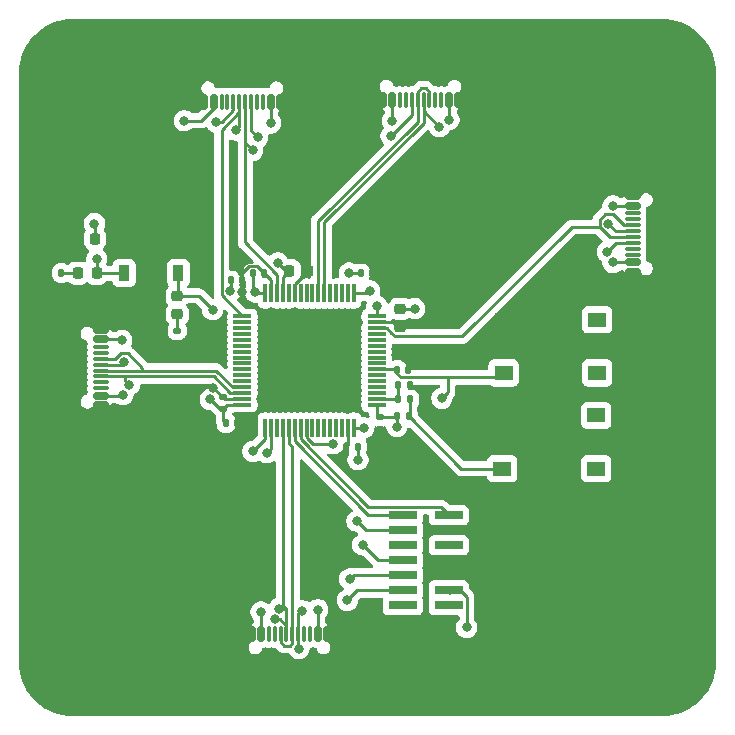
<source format=gbr>
%TF.GenerationSoftware,KiCad,Pcbnew,9.0.1*%
%TF.CreationDate,2025-04-07T20:20:11+02:00*%
%TF.ProjectId,PCB_COM,5043425f-434f-44d2-9e6b-696361645f70,rev?*%
%TF.SameCoordinates,Original*%
%TF.FileFunction,Copper,L1,Top*%
%TF.FilePolarity,Positive*%
%FSLAX46Y46*%
G04 Gerber Fmt 4.6, Leading zero omitted, Abs format (unit mm)*
G04 Created by KiCad (PCBNEW 9.0.1) date 2025-04-07 20:20:11*
%MOMM*%
%LPD*%
G01*
G04 APERTURE LIST*
G04 Aperture macros list*
%AMRoundRect*
0 Rectangle with rounded corners*
0 $1 Rounding radius*
0 $2 $3 $4 $5 $6 $7 $8 $9 X,Y pos of 4 corners*
0 Add a 4 corners polygon primitive as box body*
4,1,4,$2,$3,$4,$5,$6,$7,$8,$9,$2,$3,0*
0 Add four circle primitives for the rounded corners*
1,1,$1+$1,$2,$3*
1,1,$1+$1,$4,$5*
1,1,$1+$1,$6,$7*
1,1,$1+$1,$8,$9*
0 Add four rect primitives between the rounded corners*
20,1,$1+$1,$2,$3,$4,$5,0*
20,1,$1+$1,$4,$5,$6,$7,0*
20,1,$1+$1,$6,$7,$8,$9,0*
20,1,$1+$1,$8,$9,$2,$3,0*%
G04 Aperture macros list end*
%TA.AperFunction,SMDPad,CuDef*%
%ADD10RoundRect,0.140000X-0.140000X-0.170000X0.140000X-0.170000X0.140000X0.170000X-0.140000X0.170000X0*%
%TD*%
%TA.AperFunction,SMDPad,CuDef*%
%ADD11RoundRect,0.140000X-0.170000X0.140000X-0.170000X-0.140000X0.170000X-0.140000X0.170000X0.140000X0*%
%TD*%
%TA.AperFunction,SMDPad,CuDef*%
%ADD12RoundRect,0.140000X0.170000X-0.140000X0.170000X0.140000X-0.170000X0.140000X-0.170000X-0.140000X0*%
%TD*%
%TA.AperFunction,SMDPad,CuDef*%
%ADD13RoundRect,0.140000X0.140000X0.170000X-0.140000X0.170000X-0.140000X-0.170000X0.140000X-0.170000X0*%
%TD*%
%TA.AperFunction,SMDPad,CuDef*%
%ADD14RoundRect,0.225000X-0.250000X0.225000X-0.250000X-0.225000X0.250000X-0.225000X0.250000X0.225000X0*%
%TD*%
%TA.AperFunction,SMDPad,CuDef*%
%ADD15RoundRect,0.225000X-0.225000X-0.250000X0.225000X-0.250000X0.225000X0.250000X-0.225000X0.250000X0*%
%TD*%
%TA.AperFunction,SMDPad,CuDef*%
%ADD16R,1.550000X1.300000*%
%TD*%
%TA.AperFunction,HeatsinkPad*%
%ADD17O,1.600000X1.000000*%
%TD*%
%TA.AperFunction,HeatsinkPad*%
%ADD18O,2.100000X1.000000*%
%TD*%
%TA.AperFunction,SMDPad,CuDef*%
%ADD19RoundRect,0.150000X-0.500000X0.150000X-0.500000X-0.150000X0.500000X-0.150000X0.500000X0.150000X0*%
%TD*%
%TA.AperFunction,SMDPad,CuDef*%
%ADD20RoundRect,0.075000X-0.575000X0.075000X-0.575000X-0.075000X0.575000X-0.075000X0.575000X0.075000X0*%
%TD*%
%TA.AperFunction,HeatsinkPad*%
%ADD21O,1.000000X1.600000*%
%TD*%
%TA.AperFunction,HeatsinkPad*%
%ADD22O,1.000000X2.100000*%
%TD*%
%TA.AperFunction,SMDPad,CuDef*%
%ADD23RoundRect,0.150000X-0.150000X-0.500000X0.150000X-0.500000X0.150000X0.500000X-0.150000X0.500000X0*%
%TD*%
%TA.AperFunction,SMDPad,CuDef*%
%ADD24RoundRect,0.075000X-0.075000X-0.575000X0.075000X-0.575000X0.075000X0.575000X-0.075000X0.575000X0*%
%TD*%
%TA.AperFunction,SMDPad,CuDef*%
%ADD25RoundRect,0.150000X0.500000X-0.150000X0.500000X0.150000X-0.500000X0.150000X-0.500000X-0.150000X0*%
%TD*%
%TA.AperFunction,SMDPad,CuDef*%
%ADD26RoundRect,0.075000X0.575000X-0.075000X0.575000X0.075000X-0.575000X0.075000X-0.575000X-0.075000X0*%
%TD*%
%TA.AperFunction,SMDPad,CuDef*%
%ADD27RoundRect,0.150000X0.150000X0.500000X-0.150000X0.500000X-0.150000X-0.500000X0.150000X-0.500000X0*%
%TD*%
%TA.AperFunction,SMDPad,CuDef*%
%ADD28RoundRect,0.075000X0.075000X0.575000X-0.075000X0.575000X-0.075000X-0.575000X0.075000X-0.575000X0*%
%TD*%
%TA.AperFunction,ComponentPad*%
%ADD29C,0.800000*%
%TD*%
%TA.AperFunction,ComponentPad*%
%ADD30C,6.400000*%
%TD*%
%TA.AperFunction,SMDPad,CuDef*%
%ADD31RoundRect,0.135000X0.135000X0.185000X-0.135000X0.185000X-0.135000X-0.185000X0.135000X-0.185000X0*%
%TD*%
%TA.AperFunction,SMDPad,CuDef*%
%ADD32RoundRect,0.218750X-0.218750X-0.256250X0.218750X-0.256250X0.218750X0.256250X-0.218750X0.256250X0*%
%TD*%
%TA.AperFunction,SMDPad,CuDef*%
%ADD33RoundRect,0.075000X0.700000X0.075000X-0.700000X0.075000X-0.700000X-0.075000X0.700000X-0.075000X0*%
%TD*%
%TA.AperFunction,SMDPad,CuDef*%
%ADD34RoundRect,0.075000X0.075000X0.700000X-0.075000X0.700000X-0.075000X-0.700000X0.075000X-0.700000X0*%
%TD*%
%TA.AperFunction,SMDPad,CuDef*%
%ADD35RoundRect,0.135000X-0.135000X-0.185000X0.135000X-0.185000X0.135000X0.185000X-0.135000X0.185000X0*%
%TD*%
%TA.AperFunction,SMDPad,CuDef*%
%ADD36RoundRect,0.218750X0.256250X-0.218750X0.256250X0.218750X-0.256250X0.218750X-0.256250X-0.218750X0*%
%TD*%
%TA.AperFunction,SMDPad,CuDef*%
%ADD37RoundRect,0.135000X-0.185000X0.135000X-0.185000X-0.135000X0.185000X-0.135000X0.185000X0.135000X0*%
%TD*%
%TA.AperFunction,SMDPad,CuDef*%
%ADD38R,2.400000X0.740000*%
%TD*%
%TA.AperFunction,SMDPad,CuDef*%
%ADD39R,3.250000X1.350000*%
%TD*%
%TA.AperFunction,SMDPad,CuDef*%
%ADD40R,0.950000X1.350000*%
%TD*%
%TA.AperFunction,ViaPad*%
%ADD41C,0.800000*%
%TD*%
%TA.AperFunction,Conductor*%
%ADD42C,0.250000*%
%TD*%
G04 APERTURE END LIST*
D10*
%TO.P,C10,2*%
%TO.N,GND*%
X148380000Y-92000000D03*
%TO.P,C10,1*%
%TO.N,+3.3V*%
X147420000Y-92000000D03*
%TD*%
D11*
%TO.P,C5,2*%
%TO.N,GND*%
X149100000Y-105180000D03*
%TO.P,C5,1*%
%TO.N,+3.3V*%
X149100000Y-104220000D03*
%TD*%
D10*
%TO.P,C7,1*%
%TO.N,+3.3V*%
X138320000Y-92000000D03*
%TO.P,C7,2*%
%TO.N,GND*%
X139280000Y-92000000D03*
%TD*%
D12*
%TO.P,C8,1*%
%TO.N,+3.3V*%
X135800000Y-103480000D03*
%TO.P,C8,2*%
%TO.N,GND*%
X135800000Y-102520000D03*
%TD*%
D13*
%TO.P,C6,1*%
%TO.N,+3.3V*%
X147180000Y-106700000D03*
%TO.P,C6,2*%
%TO.N,GND*%
X146220000Y-106700000D03*
%TD*%
D14*
%TO.P,C4,2*%
%TO.N,GND*%
X150800000Y-96575000D03*
%TO.P,C4,1*%
%TO.N,+3.3V*%
X150800000Y-95025000D03*
%TD*%
D15*
%TO.P,C9,2*%
%TO.N,GND*%
X142950000Y-91800000D03*
%TO.P,C9,1*%
%TO.N,+3.3V*%
X141400000Y-91800000D03*
%TD*%
D10*
%TO.P,C11,2*%
%TO.N,GND*%
X136980000Y-104700000D03*
%TO.P,C11,1*%
%TO.N,+3.3V*%
X136020000Y-104700000D03*
%TD*%
D15*
%TO.P,C3,2*%
%TO.N,+5V*%
X124937500Y-89100000D03*
%TO.P,C3,1*%
%TO.N,GND*%
X123387500Y-89100000D03*
%TD*%
D10*
%TO.P,C2,2*%
%TO.N,GND*%
X137380000Y-92600000D03*
%TO.P,C2,1*%
%TO.N,+3.3V*%
X136420000Y-92600000D03*
%TD*%
D16*
%TO.P,SW2,4*%
%TO.N,N/C*%
X167375000Y-108550000D03*
%TO.P,SW2,2,2*%
%TO.N,Net-(R1-Pad2)*%
X159425000Y-108550000D03*
%TO.P,SW2,3*%
%TO.N,N/C*%
X167375000Y-104050000D03*
%TO.P,SW2,1,1*%
%TO.N,GND*%
X159425000Y-104050000D03*
%TD*%
D17*
%TO.P,J2,S1,SHIELD*%
%TO.N,GND*%
X120625000Y-104320000D03*
D18*
X124805000Y-104320000D03*
D17*
X120625000Y-95680000D03*
D18*
X124805000Y-95680000D03*
D19*
%TO.P,J2,B12,GND*%
X125445000Y-96800000D03*
%TO.P,J2,B9,VBUS*%
%TO.N,+5V*%
X125445000Y-97600000D03*
D20*
%TO.P,J2,B8*%
%TO.N,N/C*%
X125445000Y-98250000D03*
%TO.P,J2,B7,D-*%
%TO.N,USB_DM*%
X125445000Y-99250000D03*
%TO.P,J2,B6,D+*%
%TO.N,USB_DP*%
X125445000Y-100750000D03*
%TO.P,J2,B5,CC2*%
%TO.N,unconnected-(J2-CC2-PadB5)*%
X125445000Y-101750000D03*
D19*
%TO.P,J2,B4,VBUS*%
%TO.N,+5V*%
X125445000Y-102400000D03*
%TO.P,J2,B1,GND*%
%TO.N,GND*%
X125445000Y-103200000D03*
%TO.P,J2,A12,GND*%
X125445000Y-103200000D03*
%TO.P,J2,A9,VBUS*%
%TO.N,+5V*%
X125445000Y-102400000D03*
D20*
%TO.P,J2,A8*%
%TO.N,N/C*%
X125445000Y-101250000D03*
%TO.P,J2,A7,D-*%
%TO.N,USB_DM*%
X125445000Y-100250000D03*
%TO.P,J2,A6,D+*%
%TO.N,USB_DP*%
X125445000Y-99750000D03*
%TO.P,J2,A5,CC1*%
%TO.N,unconnected-(J2-CC1-PadA5)*%
X125445000Y-98750000D03*
D19*
%TO.P,J2,A4,VBUS*%
%TO.N,+5V*%
X125445000Y-97600000D03*
%TO.P,J2,A1,GND*%
%TO.N,GND*%
X125445000Y-96800000D03*
%TD*%
D21*
%TO.P,J6,S1,SHIELD*%
%TO.N,GND*%
X145720000Y-127375000D03*
D22*
X145720000Y-123195000D03*
D21*
X137080000Y-127375000D03*
D22*
X137080000Y-123195000D03*
D23*
%TO.P,J6,B12,GND*%
X138200000Y-122555000D03*
%TO.P,J6,B9,VBUS*%
%TO.N,+5V*%
X139000000Y-122555000D03*
D24*
%TO.P,J6,B8*%
%TO.N,N/C*%
X139650000Y-122555000D03*
%TO.P,J6,B7,D-*%
%TO.N,USART4_RX*%
X140650000Y-122555000D03*
%TO.P,J6,B6,D+*%
%TO.N,USART4_TX*%
X142150000Y-122555000D03*
%TO.P,J6,B5,CC2*%
%TO.N,unconnected-(J6-CC2-PadB5)*%
X143150000Y-122555000D03*
D23*
%TO.P,J6,B4,VBUS*%
%TO.N,+5V*%
X143800000Y-122555000D03*
%TO.P,J6,B1,GND*%
%TO.N,GND*%
X144600000Y-122555000D03*
%TO.P,J6,A12,GND*%
X144600000Y-122555000D03*
%TO.P,J6,A9,VBUS*%
%TO.N,+5V*%
X143800000Y-122555000D03*
D24*
%TO.P,J6,A8*%
%TO.N,N/C*%
X142650000Y-122555000D03*
%TO.P,J6,A7,D-*%
%TO.N,USART4_RX*%
X141650000Y-122555000D03*
%TO.P,J6,A6,D+*%
%TO.N,USART4_TX*%
X141150000Y-122555000D03*
%TO.P,J6,A5,CC1*%
%TO.N,unconnected-(J6-CC1-PadA5)*%
X140150000Y-122555000D03*
D23*
%TO.P,J6,A4,VBUS*%
%TO.N,+5V*%
X139000000Y-122555000D03*
%TO.P,J6,A1,GND*%
%TO.N,GND*%
X138200000Y-122555000D03*
%TD*%
D17*
%TO.P,J4,S1,SHIELD*%
%TO.N,GND*%
X175275000Y-84380000D03*
D18*
X171095000Y-84380000D03*
D17*
X175275000Y-93020000D03*
D18*
X171095000Y-93020000D03*
D25*
%TO.P,J4,B12,GND*%
X170455000Y-91900000D03*
%TO.P,J4,B9,VBUS*%
%TO.N,+5V*%
X170455000Y-91100000D03*
D26*
%TO.P,J4,B8*%
%TO.N,N/C*%
X170455000Y-90450000D03*
%TO.P,J4,B7,D-*%
%TO.N,USART2_RX*%
X170455000Y-89450000D03*
%TO.P,J4,B6,D+*%
%TO.N,USART2_TX*%
X170455000Y-87950000D03*
%TO.P,J4,B5,CC2*%
%TO.N,unconnected-(J4-CC2-PadB5)*%
X170455000Y-86950000D03*
D25*
%TO.P,J4,B4,VBUS*%
%TO.N,+5V*%
X170455000Y-86300000D03*
%TO.P,J4,B1,GND*%
%TO.N,GND*%
X170455000Y-85500000D03*
%TO.P,J4,A12,GND*%
X170455000Y-85500000D03*
%TO.P,J4,A9,VBUS*%
%TO.N,+5V*%
X170455000Y-86300000D03*
D26*
%TO.P,J4,A8*%
%TO.N,N/C*%
X170455000Y-87450000D03*
%TO.P,J4,A7,D-*%
%TO.N,USART2_RX*%
X170455000Y-88450000D03*
%TO.P,J4,A6,D+*%
%TO.N,USART2_TX*%
X170455000Y-88950000D03*
%TO.P,J4,A5,CC1*%
%TO.N,unconnected-(J4-CC1-PadA5)*%
X170455000Y-89950000D03*
D25*
%TO.P,J4,A4,VBUS*%
%TO.N,+5V*%
X170455000Y-91100000D03*
%TO.P,J4,A1,GND*%
%TO.N,GND*%
X170455000Y-91900000D03*
%TD*%
D21*
%TO.P,J5,S1,SHIELD*%
%TO.N,GND*%
X133080000Y-72665000D03*
D22*
X133080000Y-76845000D03*
D21*
X141720000Y-72665000D03*
D22*
X141720000Y-76845000D03*
D27*
%TO.P,J5,B12,GND*%
X140600000Y-77485000D03*
%TO.P,J5,B9,VBUS*%
%TO.N,+5V*%
X139800000Y-77485000D03*
D28*
%TO.P,J5,B8*%
%TO.N,N/C*%
X139150000Y-77485000D03*
%TO.P,J5,B7,D-*%
%TO.N,USART3_RX*%
X138150000Y-77485000D03*
%TO.P,J5,B6,D+*%
%TO.N,USART3_TX*%
X136650000Y-77485000D03*
%TO.P,J5,B5,CC2*%
%TO.N,unconnected-(J5-CC2-PadB5)*%
X135650000Y-77485000D03*
D27*
%TO.P,J5,B4,VBUS*%
%TO.N,+5V*%
X135000000Y-77485000D03*
%TO.P,J5,B1,GND*%
%TO.N,GND*%
X134200000Y-77485000D03*
%TO.P,J5,A12,GND*%
X134200000Y-77485000D03*
%TO.P,J5,A9,VBUS*%
%TO.N,+5V*%
X135000000Y-77485000D03*
D28*
%TO.P,J5,A8*%
%TO.N,N/C*%
X136150000Y-77485000D03*
%TO.P,J5,A7,D-*%
%TO.N,USART3_RX*%
X137150000Y-77485000D03*
%TO.P,J5,A6,D+*%
%TO.N,USART3_TX*%
X137650000Y-77485000D03*
%TO.P,J5,A5,CC1*%
%TO.N,unconnected-(J5-CC1-PadA5)*%
X138650000Y-77485000D03*
D27*
%TO.P,J5,A4,VBUS*%
%TO.N,+5V*%
X139800000Y-77485000D03*
%TO.P,J5,A1,GND*%
%TO.N,GND*%
X140600000Y-77485000D03*
%TD*%
D21*
%TO.P,J3,S1,SHIELD*%
%TO.N,GND*%
X148180000Y-72525000D03*
D22*
X148180000Y-76705000D03*
D21*
X156820000Y-72525000D03*
D22*
X156820000Y-76705000D03*
D27*
%TO.P,J3,B12,GND*%
X155700000Y-77345000D03*
%TO.P,J3,B9,VBUS*%
%TO.N,+5V*%
X154900000Y-77345000D03*
D28*
%TO.P,J3,B8*%
%TO.N,N/C*%
X154250000Y-77345000D03*
%TO.P,J3,B7,D-*%
%TO.N,USART1_RX*%
X153250000Y-77345000D03*
%TO.P,J3,B6,D+*%
%TO.N,USART1_TX*%
X151750000Y-77345000D03*
%TO.P,J3,B5,CC2*%
%TO.N,unconnected-(J3-CC2-PadB5)*%
X150750000Y-77345000D03*
D27*
%TO.P,J3,B4,VBUS*%
%TO.N,+5V*%
X150100000Y-77345000D03*
%TO.P,J3,B1,GND*%
%TO.N,GND*%
X149300000Y-77345000D03*
%TO.P,J3,A12,GND*%
X149300000Y-77345000D03*
%TO.P,J3,A9,VBUS*%
%TO.N,+5V*%
X150100000Y-77345000D03*
D28*
%TO.P,J3,A8*%
%TO.N,N/C*%
X151250000Y-77345000D03*
%TO.P,J3,A7,D-*%
%TO.N,USART1_RX*%
X152250000Y-77345000D03*
%TO.P,J3,A6,D+*%
%TO.N,USART1_TX*%
X152750000Y-77345000D03*
%TO.P,J3,A5,CC1*%
%TO.N,unconnected-(J3-CC1-PadA5)*%
X153750000Y-77345000D03*
D27*
%TO.P,J3,A4,VBUS*%
%TO.N,+5V*%
X154900000Y-77345000D03*
%TO.P,J3,A1,GND*%
%TO.N,GND*%
X155700000Y-77345000D03*
%TD*%
D16*
%TO.P,SW1,4*%
%TO.N,N/C*%
X167475000Y-100450000D03*
%TO.P,SW1,2,2*%
%TO.N,NRST*%
X159525000Y-100450000D03*
%TO.P,SW1,3*%
%TO.N,N/C*%
X167475000Y-95950000D03*
%TO.P,SW1,1,1*%
%TO.N,GND*%
X159525000Y-95950000D03*
%TD*%
D29*
%TO.P,H4,1,1*%
%TO.N,GND*%
X175400000Y-125000000D03*
X174697056Y-126697056D03*
X174697056Y-123302944D03*
X173000000Y-127400000D03*
D30*
X173000000Y-125000000D03*
D29*
X173000000Y-122600000D03*
X171302944Y-126697056D03*
X171302944Y-123302944D03*
X170600000Y-125000000D03*
%TD*%
%TO.P,H2,1,1*%
%TO.N,GND*%
X175400000Y-75000000D03*
X174697056Y-76697056D03*
X174697056Y-73302944D03*
X173000000Y-77400000D03*
D30*
X173000000Y-75000000D03*
D29*
X173000000Y-72600000D03*
X171302944Y-76697056D03*
X171302944Y-73302944D03*
X170600000Y-75000000D03*
%TD*%
%TO.P,H1,1,1*%
%TO.N,GND*%
X125400000Y-75000000D03*
X124697056Y-76697056D03*
X124697056Y-73302944D03*
X123000000Y-77400000D03*
D30*
X123000000Y-75000000D03*
D29*
X123000000Y-72600000D03*
X121302944Y-76697056D03*
X121302944Y-73302944D03*
X120600000Y-75000000D03*
%TD*%
%TO.P,H3,1,1*%
%TO.N,GND*%
X125400000Y-125000000D03*
X124697056Y-126697056D03*
X124697056Y-123302944D03*
X123000000Y-127400000D03*
D30*
X123000000Y-125000000D03*
D29*
X123000000Y-122600000D03*
X121302944Y-126697056D03*
X121302944Y-123302944D03*
X120600000Y-125000000D03*
%TD*%
D31*
%TO.P,R2,1*%
%TO.N,Net-(D1-K)*%
X122097500Y-92000000D03*
%TO.P,R2,2*%
%TO.N,GND*%
X121077500Y-92000000D03*
%TD*%
D32*
%TO.P,D1,1,K*%
%TO.N,Net-(D1-K)*%
X123500000Y-92000000D03*
%TO.P,D1,2,A*%
%TO.N,+5V*%
X125075000Y-92000000D03*
%TD*%
D33*
%TO.P,U1,1,VBAT*%
%TO.N,+3.3V*%
X148775000Y-103150000D03*
%TO.P,U1,2,PC13*%
%TO.N,Net-(U1-PC13)*%
X148775000Y-102650000D03*
%TO.P,U1,3,PC14*%
%TO.N,unconnected-(U1-PC14-Pad3)*%
X148775000Y-102150000D03*
%TO.P,U1,4,PC15*%
%TO.N,unconnected-(U1-PC15-Pad4)*%
X148775000Y-101650000D03*
%TO.P,U1,5,PF0*%
%TO.N,unconnected-(U1-PF0-Pad5)*%
X148775000Y-101150000D03*
%TO.P,U1,6,PF1*%
%TO.N,unconnected-(U1-PF1-Pad6)*%
X148775000Y-100650000D03*
%TO.P,U1,7,PG10*%
%TO.N,NRST*%
X148775000Y-100150000D03*
%TO.P,U1,8,PC0*%
%TO.N,unconnected-(U1-PC0-Pad8)*%
X148775000Y-99650000D03*
%TO.P,U1,9,PC1*%
%TO.N,unconnected-(U1-PC1-Pad9)*%
X148775000Y-99150000D03*
%TO.P,U1,10,PC2*%
%TO.N,unconnected-(U1-PC2-Pad10)*%
X148775000Y-98650000D03*
%TO.P,U1,11,PC3*%
%TO.N,unconnected-(U1-PC3-Pad11)*%
X148775000Y-98150000D03*
%TO.P,U1,12,PA0*%
%TO.N,unconnected-(U1-PA0-Pad12)*%
X148775000Y-97650000D03*
%TO.P,U1,13,PA1*%
%TO.N,unconnected-(U1-PA1-Pad13)*%
X148775000Y-97150000D03*
%TO.P,U1,14,PA2*%
%TO.N,USART2_TX*%
X148775000Y-96650000D03*
%TO.P,U1,15,VSS*%
%TO.N,GND*%
X148775000Y-96150000D03*
%TO.P,U1,16,VDD*%
%TO.N,+3.3V*%
X148775000Y-95650000D03*
D34*
%TO.P,U1,17,PA3*%
%TO.N,USART2_RX*%
X146850000Y-93725000D03*
%TO.P,U1,18,PA4*%
%TO.N,unconnected-(U1-PA4-Pad18)*%
X146350000Y-93725000D03*
%TO.P,U1,19,PA5*%
%TO.N,unconnected-(U1-PA5-Pad19)*%
X145850000Y-93725000D03*
%TO.P,U1,20,PA6*%
%TO.N,unconnected-(U1-PA6-Pad20)*%
X145350000Y-93725000D03*
%TO.P,U1,21,PA7*%
%TO.N,unconnected-(U1-PA7-Pad21)*%
X144850000Y-93725000D03*
%TO.P,U1,22,PC4*%
%TO.N,USART1_TX*%
X144350000Y-93725000D03*
%TO.P,U1,23,PC5*%
%TO.N,USART1_RX*%
X143850000Y-93725000D03*
%TO.P,U1,24,PB0*%
%TO.N,unconnected-(U1-PB0-Pad24)*%
X143350000Y-93725000D03*
%TO.P,U1,25,PB1*%
%TO.N,unconnected-(U1-PB1-Pad25)*%
X142850000Y-93725000D03*
%TO.P,U1,26,PB2*%
%TO.N,unconnected-(U1-PB2-Pad26)*%
X142350000Y-93725000D03*
%TO.P,U1,27,VSSA*%
%TO.N,GND*%
X141850000Y-93725000D03*
%TO.P,U1,28,VREF+*%
%TO.N,unconnected-(U1-VREF+-Pad28)*%
X141350000Y-93725000D03*
%TO.P,U1,29,VDDA*%
%TO.N,+3.3V*%
X140850000Y-93725000D03*
%TO.P,U1,30,PB10*%
%TO.N,USART3_TX*%
X140350000Y-93725000D03*
%TO.P,U1,31,VSS*%
%TO.N,GND*%
X139850000Y-93725000D03*
%TO.P,U1,32,VDD*%
%TO.N,+3.3V*%
X139350000Y-93725000D03*
D33*
%TO.P,U1,33,PB11*%
%TO.N,USART3_RX*%
X137425000Y-95650000D03*
%TO.P,U1,34,PB12*%
%TO.N,unconnected-(U1-PB12-Pad34)*%
X137425000Y-96150000D03*
%TO.P,U1,35,PB13*%
%TO.N,unconnected-(U1-PB13-Pad35)*%
X137425000Y-96650000D03*
%TO.P,U1,36,PB14*%
%TO.N,unconnected-(U1-PB14-Pad36)*%
X137425000Y-97150000D03*
%TO.P,U1,37,PB15*%
%TO.N,unconnected-(U1-PB15-Pad37)*%
X137425000Y-97650000D03*
%TO.P,U1,38,PC6*%
%TO.N,unconnected-(U1-PC6-Pad38)*%
X137425000Y-98150000D03*
%TO.P,U1,39,PC7*%
%TO.N,unconnected-(U1-PC7-Pad39)*%
X137425000Y-98650000D03*
%TO.P,U1,40,PC8*%
%TO.N,unconnected-(U1-PC8-Pad40)*%
X137425000Y-99150000D03*
%TO.P,U1,41,PC9*%
%TO.N,unconnected-(U1-PC9-Pad41)*%
X137425000Y-99650000D03*
%TO.P,U1,42,PA8*%
%TO.N,unconnected-(U1-PA8-Pad42)*%
X137425000Y-100150000D03*
%TO.P,U1,43,PA9*%
%TO.N,unconnected-(U1-PA9-Pad43)*%
X137425000Y-100650000D03*
%TO.P,U1,44,PA10*%
%TO.N,unconnected-(U1-PA10-Pad44)*%
X137425000Y-101150000D03*
%TO.P,U1,45,PA11*%
%TO.N,USB_DM*%
X137425000Y-101650000D03*
%TO.P,U1,46,PA12*%
%TO.N,USB_DP*%
X137425000Y-102150000D03*
%TO.P,U1,47,VSS*%
%TO.N,GND*%
X137425000Y-102650000D03*
%TO.P,U1,48,VDD*%
%TO.N,+3.3V*%
X137425000Y-103150000D03*
D34*
%TO.P,U1,49,PA13*%
%TO.N,SWDIO*%
X139350000Y-105075000D03*
%TO.P,U1,50,PA14*%
%TO.N,SWCLK*%
X139850000Y-105075000D03*
%TO.P,U1,51,PA15*%
%TO.N,unconnected-(U1-PA15-Pad51)*%
X140350000Y-105075000D03*
%TO.P,U1,52,PC10*%
%TO.N,USART4_TX*%
X140850000Y-105075000D03*
%TO.P,U1,53,PC11*%
%TO.N,USART4_RX*%
X141350000Y-105075000D03*
%TO.P,U1,54,PC12*%
%TO.N,UART5_TX*%
X141850000Y-105075000D03*
%TO.P,U1,55,PD2*%
%TO.N,UART5_RX*%
X142350000Y-105075000D03*
%TO.P,U1,56,PB3*%
%TO.N,SWO*%
X142850000Y-105075000D03*
%TO.P,U1,57,PB4*%
%TO.N,unconnected-(U1-PB4-Pad57)*%
X143350000Y-105075000D03*
%TO.P,U1,58,PB5*%
%TO.N,unconnected-(U1-PB5-Pad58)*%
X143850000Y-105075000D03*
%TO.P,U1,59,PB6*%
%TO.N,unconnected-(U1-PB6-Pad59)*%
X144350000Y-105075000D03*
%TO.P,U1,60,PB7*%
%TO.N,unconnected-(U1-PB7-Pad60)*%
X144850000Y-105075000D03*
%TO.P,U1,61,PB8*%
%TO.N,unconnected-(U1-PB8-Pad61)*%
X145350000Y-105075000D03*
%TO.P,U1,62,PB9*%
%TO.N,unconnected-(U1-PB9-Pad62)*%
X145850000Y-105075000D03*
%TO.P,U1,63,VSS*%
%TO.N,GND*%
X146350000Y-105075000D03*
%TO.P,U1,64,VDD*%
%TO.N,+3.3V*%
X146850000Y-105075000D03*
%TD*%
D35*
%TO.P,R1,1*%
%TO.N,Net-(U1-PC13)*%
X150590000Y-102700000D03*
%TO.P,R1,2*%
%TO.N,Net-(R1-Pad2)*%
X151610000Y-102700000D03*
%TD*%
D36*
%TO.P,D2,1,K*%
%TO.N,Net-(D2-K)*%
X131900000Y-95500000D03*
%TO.P,D2,2,A*%
%TO.N,+3.3V*%
X131900000Y-93925000D03*
%TD*%
D37*
%TO.P,R3,1*%
%TO.N,Net-(D2-K)*%
X131900000Y-96892500D03*
%TO.P,R3,2*%
%TO.N,GND*%
X131900000Y-97912500D03*
%TD*%
D38*
%TO.P,J7,1,NC*%
%TO.N,unconnected-(J7-NC-Pad1)*%
X154900000Y-120110000D03*
%TO.P,J7,2,NC*%
%TO.N,unconnected-(J7-NC-Pad2)*%
X151000000Y-120110000D03*
%TO.P,J7,3,VCC*%
%TO.N,+3.3V*%
X154900000Y-118840000D03*
%TO.P,J7,4,JTMS/SWDIO*%
%TO.N,SWDIO*%
X151000000Y-118840000D03*
%TO.P,J7,5,GND*%
%TO.N,GND*%
X154900000Y-117570000D03*
%TO.P,J7,6,JCLK/SWCLK*%
%TO.N,SWCLK*%
X151000000Y-117570000D03*
%TO.P,J7,7,GND*%
%TO.N,GND*%
X154900000Y-116300000D03*
%TO.P,J7,8,JTDO/SWO*%
%TO.N,SWO*%
X151000000Y-116300000D03*
%TO.P,J7,9,JRCLK/NC*%
%TO.N,unconnected-(J7-JRCLK{slash}NC-Pad9)*%
X154900000Y-115030000D03*
%TO.P,J7,10,JTDI/NC*%
%TO.N,unconnected-(J7-JTDI{slash}NC-Pad10)*%
X151000000Y-115030000D03*
%TO.P,J7,11,GNDDetect*%
%TO.N,GND*%
X154900000Y-113760000D03*
%TO.P,J7,12,~{RST}*%
%TO.N,NRST*%
X151000000Y-113760000D03*
%TO.P,J7,13,VCP_RX*%
%TO.N,UART5_RX*%
X154900000Y-112490000D03*
%TO.P,J7,14,VCP_TX*%
%TO.N,UART5_TX*%
X151000000Y-112490000D03*
%TD*%
D39*
%TO.P,U2,4,ADJ/GND_2*%
%TO.N,GND*%
X129700000Y-85300000D03*
D40*
%TO.P,U2,3,OUTPUT*%
%TO.N,+3.3V*%
X132000000Y-92000000D03*
%TO.P,U2,2,ADJ/GND_1*%
%TO.N,GND*%
X129700000Y-92000000D03*
%TO.P,U2,1,INPUT*%
%TO.N,+5V*%
X127400000Y-92000000D03*
%TD*%
D10*
%TO.P,C12,1*%
%TO.N,Net-(U1-PC13)*%
X150620000Y-101500000D03*
%TO.P,C12,2*%
%TO.N,GND*%
X151580000Y-101500000D03*
%TD*%
D35*
%TO.P,R4,1*%
%TO.N,+3.3V*%
X150490000Y-104100000D03*
%TO.P,R4,2*%
%TO.N,Net-(R1-Pad2)*%
X151510000Y-104100000D03*
%TD*%
D10*
%TO.P,C1,1*%
%TO.N,NRST*%
X150500000Y-100200000D03*
%TO.P,C1,2*%
%TO.N,GND*%
X151460000Y-100200000D03*
%TD*%
D41*
%TO.N,USART4_TX*%
X140200000Y-121300000D03*
X142200000Y-123800000D03*
%TO.N,USART3_TX*%
X135200000Y-79200000D03*
%TO.N,+5V*%
X132500000Y-79100000D03*
%TO.N,+3.3V*%
X134900000Y-95100000D03*
%TO.N,USART3_RX*%
X136900000Y-79900000D03*
X138700000Y-80500000D03*
%TO.N,USART3_TX*%
X138300000Y-81600000D03*
%TO.N,+3.3V*%
X140408677Y-91130468D03*
%TO.N,GND*%
X129600000Y-93800000D03*
X137374147Y-93608059D03*
%TO.N,USART1_TX*%
X154100000Y-79600000D03*
X150000000Y-80400000D03*
%TO.N,NRST*%
X154300000Y-102600000D03*
X147100000Y-113000000D03*
%TO.N,SWO*%
X145123754Y-106433118D03*
X147600000Y-115000000D03*
%TO.N,SWCLK*%
X139500000Y-107200000D03*
X146500000Y-117900000D03*
%TO.N,SWDIO*%
X138300000Y-107100000D03*
X146300000Y-119700000D03*
%TO.N,USART4_TX*%
X140500000Y-120400000D03*
X142500000Y-120600000D03*
%TO.N,USART2_RX*%
X148200000Y-93500000D03*
X168300000Y-90200000D03*
X168400000Y-87800000D03*
%TO.N,GND*%
X134962729Y-101735131D03*
X137800000Y-105100000D03*
%TO.N,USB_DP*%
X127854701Y-101467947D03*
X127400000Y-99525000D03*
%TO.N,+3.3V*%
X156400000Y-122000000D03*
X134700000Y-102700000D03*
X136380000Y-93500000D03*
X138500000Y-93600000D03*
X146480000Y-92000000D03*
X152000000Y-95000000D03*
X148800000Y-94800000D03*
X150500000Y-105000000D03*
X147700000Y-105100000D03*
X147200000Y-107800000D03*
%TO.N,+5V*%
X143800000Y-120500000D03*
X139000000Y-120700000D03*
X127300000Y-102300000D03*
X127200000Y-97700000D03*
X125087500Y-90800000D03*
X124887500Y-87800000D03*
X168800000Y-91100000D03*
X168800000Y-86300000D03*
X150100000Y-79100000D03*
X154900000Y-79000000D03*
X139800000Y-79300000D03*
%TD*%
D42*
%TO.N,USART1_RX*%
X152250000Y-76625822D02*
X152250000Y-77345000D01*
X152506822Y-76369000D02*
X152250000Y-76625822D01*
X152993178Y-76369000D02*
X152506822Y-76369000D01*
X153250000Y-76625822D02*
X152993178Y-76369000D01*
X153250000Y-77345000D02*
X153250000Y-76625822D01*
%TO.N,USART4_TX*%
X140614178Y-121300000D02*
X140200000Y-121300000D01*
X141150000Y-121835822D02*
X140614178Y-121300000D01*
X141150000Y-122555000D02*
X141150000Y-121835822D01*
X142150000Y-123750000D02*
X142200000Y-123800000D01*
X142150000Y-122555000D02*
X142150000Y-123750000D01*
%TO.N,USART4_RX*%
X141650000Y-123322178D02*
X141650000Y-122555000D01*
X140650000Y-123274178D02*
X140906822Y-123531000D01*
X141441178Y-123531000D02*
X141650000Y-123322178D01*
X140650000Y-122555000D02*
X140650000Y-123274178D01*
X140906822Y-123531000D02*
X141441178Y-123531000D01*
%TO.N,USART3_TX*%
X135654178Y-79200000D02*
X135200000Y-79200000D01*
X136650000Y-78204178D02*
X135654178Y-79200000D01*
X136650000Y-77485000D02*
X136650000Y-78204178D01*
%TO.N,+5V*%
X133912322Y-79100000D02*
X132500000Y-79100000D01*
X132500000Y-79100000D02*
X132600000Y-79100000D01*
X135000000Y-78012322D02*
X133912322Y-79100000D01*
X135000000Y-77485000D02*
X135000000Y-78012322D01*
%TO.N,+3.3V*%
X133725000Y-93925000D02*
X134900000Y-95100000D01*
X131900000Y-93925000D02*
X133725000Y-93925000D01*
%TO.N,USART3_RX*%
X137150000Y-79650000D02*
X136900000Y-79900000D01*
X137150000Y-77485000D02*
X137150000Y-79650000D01*
X137150000Y-78350000D02*
X137150000Y-77485000D01*
X135654000Y-79846000D02*
X137150000Y-78350000D01*
X135654000Y-93879000D02*
X135654000Y-79846000D01*
X137425000Y-95650000D02*
X135654000Y-93879000D01*
X138150000Y-79950000D02*
X138700000Y-80500000D01*
X138150000Y-77485000D02*
X138150000Y-79950000D01*
%TO.N,USART3_TX*%
X137650000Y-80950000D02*
X138300000Y-81600000D01*
X137650000Y-77485000D02*
X137650000Y-80950000D01*
%TO.N,GND*%
X137380000Y-91967096D02*
X137380000Y-92600000D01*
X137983096Y-91364000D02*
X137380000Y-91967096D01*
X138656904Y-91364000D02*
X137983096Y-91364000D01*
X139280000Y-91987096D02*
X138656904Y-91364000D01*
X139280000Y-92000000D02*
X139280000Y-91987096D01*
X142930822Y-91800000D02*
X142950000Y-91800000D01*
X141850000Y-92880822D02*
X142930822Y-91800000D01*
X141850000Y-93725000D02*
X141850000Y-92880822D01*
%TO.N,+3.3V*%
X141078209Y-91800000D02*
X140408677Y-91130468D01*
X141400000Y-91800000D02*
X141078209Y-91800000D01*
X138320000Y-93420000D02*
X138500000Y-93600000D01*
X138320000Y-92000000D02*
X138320000Y-93420000D01*
X140850000Y-93725000D02*
X140850000Y-92350000D01*
X140850000Y-92350000D02*
X141400000Y-91800000D01*
%TO.N,+5V*%
X127400000Y-92000000D02*
X125075000Y-92000000D01*
%TO.N,GND*%
X129700000Y-93700000D02*
X129600000Y-93800000D01*
X129700000Y-92000000D02*
X129700000Y-93700000D01*
%TO.N,+3.3V*%
X132000000Y-93825000D02*
X131900000Y-93925000D01*
X132000000Y-92000000D02*
X132000000Y-93825000D01*
%TO.N,GND*%
X137380000Y-93602206D02*
X137374147Y-93608059D01*
X137380000Y-92600000D02*
X137380000Y-93602206D01*
X139850000Y-92570000D02*
X139280000Y-92000000D01*
X139850000Y-93725000D02*
X139850000Y-92570000D01*
%TO.N,USART3_TX*%
X140374000Y-92121096D02*
X140374000Y-93900000D01*
X137650000Y-89397096D02*
X140374000Y-92121096D01*
X137650000Y-77485000D02*
X137650000Y-89397096D01*
%TO.N,+3.3V*%
X138200000Y-92000000D02*
X138320000Y-92000000D01*
%TO.N,GND*%
X146350000Y-106570000D02*
X146220000Y-106700000D01*
X146350000Y-105075000D02*
X146350000Y-106570000D01*
%TO.N,USART1_TX*%
X144350000Y-87714530D02*
X152750000Y-79314530D01*
X144350000Y-93725000D02*
X144350000Y-87714530D01*
X152750000Y-79314530D02*
X152750000Y-77345000D01*
%TO.N,USART1_RX*%
X152250000Y-79176720D02*
X152250000Y-77345000D01*
X143850000Y-87576720D02*
X152250000Y-79176720D01*
X143850000Y-93725000D02*
X143850000Y-87576720D01*
%TO.N,USART1_TX*%
X152750000Y-78250000D02*
X154100000Y-79600000D01*
X152750000Y-77345000D02*
X152750000Y-78250000D01*
X151750000Y-78650000D02*
X150000000Y-80400000D01*
X151750000Y-77345000D02*
X151750000Y-78650000D01*
%TO.N,USART2_TX*%
X165297280Y-88100720D02*
X167674000Y-88100720D01*
X156047000Y-97351000D02*
X165297280Y-88100720D01*
X149999000Y-97034466D02*
X150315534Y-97351000D01*
X149999000Y-97029822D02*
X149999000Y-97034466D01*
X150315534Y-97351000D02*
X156047000Y-97351000D01*
X149619178Y-96650000D02*
X149999000Y-97029822D01*
X148775000Y-96650000D02*
X149619178Y-96650000D01*
%TO.N,GND*%
X150375000Y-96150000D02*
X150800000Y-96575000D01*
X148775000Y-96150000D02*
X150375000Y-96150000D01*
%TO.N,NRST*%
X154800000Y-102100000D02*
X154300000Y-102600000D01*
X154800000Y-100836000D02*
X154800000Y-102100000D01*
X154800000Y-100836000D02*
X150826001Y-100836000D01*
X147860000Y-113760000D02*
X147100000Y-113000000D01*
X151000000Y-113760000D02*
X147860000Y-113760000D01*
%TO.N,UART5_RX*%
X148087012Y-111794000D02*
X142350000Y-106056988D01*
X154204000Y-111794000D02*
X148087012Y-111794000D01*
X142350000Y-106056988D02*
X142350000Y-105075000D01*
X154900000Y-112490000D02*
X154204000Y-111794000D01*
%TO.N,SWO*%
X143363940Y-106433118D02*
X145123754Y-106433118D01*
X142850000Y-105919178D02*
X143363940Y-106433118D01*
X142850000Y-105075000D02*
X142850000Y-105919178D01*
X148900000Y-116300000D02*
X147600000Y-115000000D01*
X151000000Y-116300000D02*
X148900000Y-116300000D01*
%TO.N,USART4_TX*%
X140850000Y-120100000D02*
X140850000Y-105075000D01*
X141150000Y-120400000D02*
X140850000Y-120100000D01*
%TO.N,USART4_RX*%
X141350000Y-106387810D02*
X141350000Y-105075000D01*
X141650000Y-106687810D02*
X141350000Y-106387810D01*
X141650000Y-122555000D02*
X141650000Y-106687810D01*
%TO.N,UART5_TX*%
X148090000Y-112490000D02*
X141850000Y-106250000D01*
X141850000Y-106250000D02*
X141850000Y-105075000D01*
X151000000Y-112490000D02*
X148090000Y-112490000D01*
%TO.N,SWCLK*%
X139850000Y-106850000D02*
X139500000Y-107200000D01*
X139850000Y-105075000D02*
X139850000Y-106850000D01*
X146830000Y-117570000D02*
X146500000Y-117900000D01*
X151000000Y-117570000D02*
X146830000Y-117570000D01*
%TO.N,SWDIO*%
X139350000Y-106050000D02*
X138300000Y-107100000D01*
X139350000Y-105075000D02*
X139350000Y-106050000D01*
X147160000Y-118840000D02*
X146300000Y-119700000D01*
X151000000Y-118840000D02*
X147160000Y-118840000D01*
%TO.N,USART4_TX*%
X141150000Y-120400000D02*
X140500000Y-120400000D01*
X142500000Y-120600000D02*
X142500000Y-120868794D01*
X142300000Y-120600000D02*
X142500000Y-120600000D01*
X142150000Y-120750000D02*
X142300000Y-120600000D01*
X142150000Y-122555000D02*
X142150000Y-120750000D01*
X141150000Y-122555000D02*
X141150000Y-120400000D01*
%TO.N,USART2_RX*%
X147975000Y-93725000D02*
X148200000Y-93500000D01*
X146850000Y-93725000D02*
X147975000Y-93725000D01*
%TO.N,USART2_TX*%
X169735822Y-87950000D02*
X170455000Y-87950000D01*
X168811822Y-87026000D02*
X169735822Y-87950000D01*
X168147280Y-87026000D02*
X168811822Y-87026000D01*
X167674000Y-87499280D02*
X168147280Y-87026000D01*
X168523280Y-88950000D02*
X167674000Y-88100720D01*
X167674000Y-88100720D02*
X167674000Y-87499280D01*
X170455000Y-88950000D02*
X168523280Y-88950000D01*
%TO.N,USART2_RX*%
X169050000Y-89450000D02*
X168300000Y-90200000D01*
X170455000Y-89450000D02*
X169050000Y-89450000D01*
X169050000Y-88450000D02*
X168400000Y-87800000D01*
X170455000Y-88450000D02*
X169050000Y-88450000D01*
%TO.N,Net-(D1-K)*%
X122097500Y-92000000D02*
X123500000Y-92000000D01*
%TO.N,GND*%
X135747598Y-102520000D02*
X134962729Y-101735131D01*
X135800000Y-102520000D02*
X135747598Y-102520000D01*
X137400000Y-104700000D02*
X137800000Y-105100000D01*
X136980000Y-104700000D02*
X137400000Y-104700000D01*
X135930000Y-102650000D02*
X135800000Y-102520000D01*
X137425000Y-102650000D02*
X135930000Y-102650000D01*
%TO.N,USB_DM*%
X128900000Y-99998280D02*
X128900000Y-100250000D01*
X127099280Y-98799000D02*
X127700720Y-98799000D01*
X126648280Y-99250000D02*
X127099280Y-98799000D01*
X125445000Y-99250000D02*
X126648280Y-99250000D01*
X128900000Y-100250000D02*
X125445000Y-100250000D01*
X127700720Y-98799000D02*
X128900000Y-99998280D01*
%TO.N,USB_DP*%
X127500000Y-101113246D02*
X127854701Y-101467947D01*
X127500000Y-100750000D02*
X127500000Y-101113246D01*
X127500000Y-100750000D02*
X125445000Y-100750000D01*
X127175000Y-99750000D02*
X127400000Y-99525000D01*
X125445000Y-99750000D02*
X127175000Y-99750000D01*
%TO.N,USB_DM*%
X135180822Y-100250000D02*
X128900000Y-100250000D01*
X136580822Y-101650000D02*
X135180822Y-100250000D01*
X137425000Y-101650000D02*
X136580822Y-101650000D01*
%TO.N,USB_DP*%
X136402904Y-102150000D02*
X135002904Y-100750000D01*
X135002904Y-100750000D02*
X127500000Y-100750000D01*
X137425000Y-102150000D02*
X136402904Y-102150000D01*
%TO.N,NRST*%
X150450000Y-100150000D02*
X148775000Y-100150000D01*
X150500000Y-100200000D02*
X150450000Y-100150000D01*
X150500000Y-100509999D02*
X150500000Y-100200000D01*
X150826001Y-100836000D02*
X150500000Y-100509999D01*
X159525000Y-100450000D02*
X159139000Y-100836000D01*
X159139000Y-100836000D02*
X154800000Y-100836000D01*
%TO.N,Net-(R1-Pad2)*%
X155960000Y-108550000D02*
X151510000Y-104100000D01*
X159425000Y-108550000D02*
X155960000Y-108550000D01*
%TO.N,+3.3V*%
X156426000Y-121974000D02*
X156400000Y-122000000D01*
X156426000Y-119414000D02*
X156426000Y-121974000D01*
X155852000Y-118840000D02*
X156426000Y-119414000D01*
X154900000Y-118840000D02*
X155852000Y-118840000D01*
X154900000Y-119000000D02*
X155000000Y-119100000D01*
X154900000Y-118840000D02*
X154900000Y-119000000D01*
%TO.N,GND*%
X142900000Y-91800000D02*
X142950000Y-91800000D01*
%TO.N,+3.3V*%
X135480000Y-103480000D02*
X134700000Y-102700000D01*
X135800000Y-103480000D02*
X135480000Y-103480000D01*
X135800000Y-104480000D02*
X136020000Y-104700000D01*
X135800000Y-103480000D02*
X135800000Y-104480000D01*
X136130000Y-103150000D02*
X135800000Y-103480000D01*
X137425000Y-103150000D02*
X136130000Y-103150000D01*
%TO.N,Net-(D2-K)*%
X131900000Y-96892500D02*
X131900000Y-95500000D01*
%TO.N,+3.3V*%
X136420000Y-93460000D02*
X136380000Y-93500000D01*
X136420000Y-92600000D02*
X136420000Y-93460000D01*
X138625000Y-93725000D02*
X138500000Y-93600000D01*
X139350000Y-93725000D02*
X138625000Y-93725000D01*
X147420000Y-92000000D02*
X146480000Y-92000000D01*
X151975000Y-95025000D02*
X152000000Y-95000000D01*
X150800000Y-95025000D02*
X151975000Y-95025000D01*
X148775000Y-94825000D02*
X148800000Y-94800000D01*
X148775000Y-95650000D02*
X148775000Y-94825000D01*
%TO.N,Net-(R1-Pad2)*%
X151610000Y-104000000D02*
X151510000Y-104100000D01*
X151610000Y-102700000D02*
X151610000Y-104000000D01*
%TO.N,Net-(U1-PC13)*%
X150590000Y-101530000D02*
X150620000Y-101500000D01*
X150590000Y-102700000D02*
X150590000Y-101530000D01*
X150540000Y-102650000D02*
X150590000Y-102700000D01*
X148775000Y-102650000D02*
X150540000Y-102650000D01*
%TO.N,+3.3V*%
X148775000Y-103895000D02*
X149100000Y-104220000D01*
X148775000Y-103150000D02*
X148775000Y-103895000D01*
X150490000Y-104990000D02*
X150500000Y-105000000D01*
X150490000Y-104100000D02*
X150490000Y-104990000D01*
X150370000Y-104220000D02*
X150490000Y-104100000D01*
X149100000Y-104220000D02*
X150370000Y-104220000D01*
X147675000Y-105075000D02*
X147700000Y-105100000D01*
X146850000Y-105075000D02*
X147675000Y-105075000D01*
X147180000Y-107780000D02*
X147200000Y-107800000D01*
X147180000Y-106700000D02*
X147180000Y-107780000D01*
%TO.N,+5V*%
X143800000Y-122555000D02*
X143800000Y-120500000D01*
X139000000Y-122555000D02*
X139000000Y-120700000D01*
X127200000Y-102400000D02*
X127300000Y-102300000D01*
X125445000Y-102400000D02*
X127200000Y-102400000D01*
X127100000Y-97600000D02*
X127200000Y-97700000D01*
X125445000Y-97600000D02*
X127100000Y-97600000D01*
X125075000Y-90812500D02*
X125087500Y-90800000D01*
X125075000Y-92000000D02*
X125075000Y-90812500D01*
X124937500Y-87850000D02*
X124887500Y-87800000D01*
X124937500Y-89100000D02*
X124937500Y-87850000D01*
X170455000Y-91100000D02*
X168800000Y-91100000D01*
X170455000Y-86300000D02*
X168800000Y-86300000D01*
X150100000Y-77345000D02*
X150100000Y-79100000D01*
X154900000Y-77345000D02*
X154900000Y-79000000D01*
X139800000Y-77485000D02*
X139800000Y-79300000D01*
%TD*%
%TA.AperFunction,Conductor*%
%TO.N,GND*%
G36*
X139305703Y-91937835D02*
G01*
X139312181Y-91943867D01*
X139613350Y-92245036D01*
X139646835Y-92306359D01*
X139641851Y-92376051D01*
X139599979Y-92431984D01*
X139534515Y-92456401D01*
X139509485Y-92455656D01*
X139462732Y-92449501D01*
X139462724Y-92449500D01*
X139462720Y-92449500D01*
X139237280Y-92449500D01*
X139237275Y-92449500D01*
X139237267Y-92449501D01*
X139226387Y-92450933D01*
X139157352Y-92440163D01*
X139105099Y-92393780D01*
X139086218Y-92326510D01*
X139091133Y-92293399D01*
X139097643Y-92270993D01*
X139100500Y-92234690D01*
X139100500Y-92031548D01*
X139120185Y-91964509D01*
X139172989Y-91918754D01*
X139242147Y-91908810D01*
X139305703Y-91937835D01*
G37*
%TD.AperFunction*%
%TA.AperFunction,Conductor*%
G36*
X173002702Y-70500617D02*
G01*
X173386771Y-70517386D01*
X173397506Y-70518326D01*
X173775971Y-70568152D01*
X173786597Y-70570025D01*
X174159284Y-70652648D01*
X174169710Y-70655442D01*
X174533765Y-70770227D01*
X174543911Y-70773920D01*
X174896578Y-70920000D01*
X174906369Y-70924566D01*
X175244942Y-71100816D01*
X175254310Y-71106224D01*
X175576244Y-71311318D01*
X175585105Y-71317523D01*
X175887930Y-71549889D01*
X175896217Y-71556843D01*
X176177635Y-71814715D01*
X176185284Y-71822364D01*
X176443156Y-72103782D01*
X176450110Y-72112069D01*
X176682476Y-72414894D01*
X176688681Y-72423755D01*
X176893775Y-72745689D01*
X176899183Y-72755057D01*
X177075430Y-73093623D01*
X177080002Y-73103427D01*
X177226075Y-73456078D01*
X177229775Y-73466244D01*
X177344554Y-73830278D01*
X177347354Y-73840727D01*
X177429971Y-74213389D01*
X177431849Y-74224042D01*
X177481671Y-74602473D01*
X177482614Y-74613249D01*
X177499382Y-74997297D01*
X177499500Y-75002706D01*
X177499500Y-124997293D01*
X177499382Y-125002702D01*
X177482614Y-125386750D01*
X177481671Y-125397526D01*
X177431849Y-125775957D01*
X177429971Y-125786610D01*
X177347354Y-126159272D01*
X177344554Y-126169721D01*
X177229775Y-126533755D01*
X177226075Y-126543921D01*
X177080002Y-126896572D01*
X177075430Y-126906376D01*
X176899183Y-127244942D01*
X176893775Y-127254310D01*
X176688681Y-127576244D01*
X176682476Y-127585105D01*
X176450110Y-127887930D01*
X176443156Y-127896217D01*
X176185284Y-128177635D01*
X176177635Y-128185284D01*
X175896217Y-128443156D01*
X175887930Y-128450110D01*
X175585105Y-128682476D01*
X175576244Y-128688681D01*
X175254310Y-128893775D01*
X175244942Y-128899183D01*
X174906376Y-129075430D01*
X174896572Y-129080002D01*
X174543921Y-129226075D01*
X174533755Y-129229775D01*
X174169721Y-129344554D01*
X174159272Y-129347354D01*
X173786610Y-129429971D01*
X173775957Y-129431849D01*
X173397526Y-129481671D01*
X173386750Y-129482614D01*
X173002703Y-129499382D01*
X172997294Y-129499500D01*
X123002706Y-129499500D01*
X122997297Y-129499382D01*
X122613249Y-129482614D01*
X122602473Y-129481671D01*
X122224042Y-129431849D01*
X122213389Y-129429971D01*
X121840727Y-129347354D01*
X121830278Y-129344554D01*
X121466244Y-129229775D01*
X121456078Y-129226075D01*
X121103427Y-129080002D01*
X121093623Y-129075430D01*
X120755057Y-128899183D01*
X120745689Y-128893775D01*
X120423755Y-128688681D01*
X120414894Y-128682476D01*
X120112069Y-128450110D01*
X120103782Y-128443156D01*
X119822364Y-128185284D01*
X119814715Y-128177635D01*
X119556843Y-127896217D01*
X119549889Y-127887930D01*
X119317523Y-127585105D01*
X119311318Y-127576244D01*
X119106224Y-127254310D01*
X119100816Y-127244942D01*
X118924569Y-126906376D01*
X118919997Y-126896572D01*
X118773924Y-126543921D01*
X118770224Y-126533755D01*
X118655442Y-126169710D01*
X118652648Y-126159284D01*
X118570025Y-125786597D01*
X118568152Y-125775971D01*
X118518326Y-125397506D01*
X118517386Y-125386771D01*
X118500618Y-125002702D01*
X118500500Y-124997293D01*
X118500500Y-97034234D01*
X123729500Y-97034234D01*
X123729500Y-97185765D01*
X123768719Y-97332136D01*
X123793603Y-97375236D01*
X123844485Y-97463365D01*
X123951635Y-97570515D01*
X124082865Y-97646281D01*
X124202594Y-97678362D01*
X124262254Y-97714726D01*
X124292509Y-97776002D01*
X124294500Y-97786977D01*
X124294500Y-97815694D01*
X124297402Y-97852569D01*
X124321357Y-97935023D01*
X124322500Y-97941322D01*
X124319449Y-97969950D01*
X124319368Y-97998730D01*
X124315100Y-98010773D01*
X124315098Y-98010797D01*
X124315096Y-98010800D01*
X124315086Y-98010813D01*
X124315056Y-98010897D01*
X124314778Y-98011571D01*
X124309312Y-98024766D01*
X124294500Y-98137272D01*
X124294500Y-98362727D01*
X124310374Y-98483292D01*
X124307399Y-98483683D01*
X124307399Y-98516316D01*
X124310374Y-98516708D01*
X124309313Y-98524762D01*
X124309313Y-98524764D01*
X124305938Y-98550393D01*
X124294500Y-98637272D01*
X124294500Y-98862727D01*
X124310374Y-98983292D01*
X124307399Y-98983683D01*
X124307399Y-99016316D01*
X124310374Y-99016708D01*
X124309313Y-99024762D01*
X124309313Y-99024764D01*
X124305938Y-99050393D01*
X124294500Y-99137272D01*
X124294500Y-99362727D01*
X124310374Y-99483292D01*
X124307399Y-99483683D01*
X124307399Y-99516316D01*
X124310374Y-99516708D01*
X124309313Y-99524762D01*
X124309313Y-99524764D01*
X124305938Y-99550393D01*
X124294500Y-99637272D01*
X124294500Y-99862727D01*
X124310374Y-99983292D01*
X124307399Y-99983683D01*
X124307399Y-100016316D01*
X124310374Y-100016708D01*
X124309313Y-100024762D01*
X124309313Y-100024764D01*
X124305949Y-100050316D01*
X124294500Y-100137272D01*
X124294500Y-100362727D01*
X124310374Y-100483292D01*
X124307399Y-100483683D01*
X124307399Y-100516316D01*
X124310374Y-100516708D01*
X124309313Y-100524762D01*
X124309313Y-100524764D01*
X124305938Y-100550393D01*
X124294500Y-100637272D01*
X124294500Y-100862727D01*
X124310374Y-100983292D01*
X124307399Y-100983683D01*
X124307399Y-101016316D01*
X124310374Y-101016708D01*
X124309313Y-101024762D01*
X124309313Y-101024764D01*
X124305938Y-101050393D01*
X124294500Y-101137272D01*
X124294500Y-101362727D01*
X124305499Y-101446271D01*
X124308431Y-101468540D01*
X124310374Y-101483292D01*
X124307399Y-101483683D01*
X124307399Y-101516316D01*
X124310374Y-101516708D01*
X124309313Y-101524762D01*
X124309313Y-101524764D01*
X124306808Y-101543793D01*
X124294500Y-101637272D01*
X124294500Y-101862727D01*
X124309313Y-101975235D01*
X124315053Y-101989094D01*
X124316964Y-102006877D01*
X124323792Y-102023406D01*
X124321510Y-102049180D01*
X124322519Y-102058564D01*
X124322499Y-102058676D01*
X124321354Y-102064986D01*
X124297402Y-102147431D01*
X124294500Y-102184306D01*
X124294500Y-102213020D01*
X124292509Y-102223996D01*
X124281641Y-102245655D01*
X124274815Y-102268902D01*
X124266254Y-102276319D01*
X124261174Y-102286445D01*
X124240322Y-102298789D01*
X124222011Y-102314657D01*
X124202593Y-102321638D01*
X124082865Y-102353719D01*
X124082863Y-102353719D01*
X124082863Y-102353720D01*
X123951635Y-102429485D01*
X123951632Y-102429487D01*
X123844487Y-102536632D01*
X123844485Y-102536635D01*
X123768719Y-102667863D01*
X123737395Y-102784769D01*
X123729500Y-102814234D01*
X123729500Y-102965766D01*
X123745784Y-103026540D01*
X123768719Y-103112136D01*
X123784456Y-103139393D01*
X123844485Y-103243365D01*
X123951635Y-103350515D01*
X124082865Y-103426281D01*
X124229234Y-103465500D01*
X124229236Y-103465500D01*
X124380764Y-103465500D01*
X124380766Y-103465500D01*
X124527135Y-103426281D01*
X124658365Y-103350515D01*
X124765515Y-103243365D01*
X124765515Y-103243364D01*
X124771262Y-103237618D01*
X124773314Y-103239670D01*
X124818446Y-103206710D01*
X124870131Y-103199778D01*
X124871352Y-103199874D01*
X124879306Y-103200500D01*
X124879314Y-103200500D01*
X126010686Y-103200500D01*
X126010694Y-103200500D01*
X126047569Y-103197598D01*
X126047571Y-103197597D01*
X126047573Y-103197597D01*
X126128662Y-103174038D01*
X126205398Y-103151744D01*
X126346865Y-103068081D01*
X126346870Y-103068076D01*
X126353128Y-103061819D01*
X126414451Y-103028334D01*
X126440809Y-103025500D01*
X126727315Y-103025500D01*
X126794354Y-103045185D01*
X126796203Y-103046396D01*
X126873453Y-103098013D01*
X127037334Y-103165894D01*
X127037336Y-103165894D01*
X127037341Y-103165896D01*
X127211304Y-103200499D01*
X127211307Y-103200500D01*
X127211309Y-103200500D01*
X127388693Y-103200500D01*
X127388694Y-103200499D01*
X127446682Y-103188964D01*
X127562658Y-103165896D01*
X127562661Y-103165894D01*
X127562666Y-103165894D01*
X127726547Y-103098013D01*
X127874035Y-102999464D01*
X127999464Y-102874035D01*
X128098013Y-102726547D01*
X128165894Y-102562666D01*
X128166829Y-102557968D01*
X128192385Y-102429487D01*
X128200500Y-102388691D01*
X128200500Y-102382260D01*
X128220185Y-102315221D01*
X128272989Y-102269466D01*
X128276993Y-102267722D01*
X128281248Y-102265960D01*
X128428736Y-102167411D01*
X128554165Y-102041982D01*
X128652714Y-101894494D01*
X128720595Y-101730613D01*
X128755201Y-101556638D01*
X128755201Y-101499500D01*
X128774886Y-101432461D01*
X128827690Y-101386706D01*
X128879201Y-101375500D01*
X134692452Y-101375500D01*
X134759491Y-101395185D01*
X134780133Y-101411819D01*
X134972905Y-101604591D01*
X135006390Y-101665914D01*
X135001406Y-101735606D01*
X134959534Y-101791539D01*
X134894070Y-101815956D01*
X134861033Y-101813889D01*
X134788695Y-101799500D01*
X134788691Y-101799500D01*
X134611309Y-101799500D01*
X134611306Y-101799500D01*
X134437341Y-101834103D01*
X134437332Y-101834106D01*
X134273459Y-101901983D01*
X134273446Y-101901990D01*
X134125965Y-102000535D01*
X134125961Y-102000538D01*
X134000538Y-102125961D01*
X134000535Y-102125965D01*
X133901990Y-102273446D01*
X133901983Y-102273459D01*
X133834106Y-102437332D01*
X133834103Y-102437341D01*
X133799500Y-102611304D01*
X133799500Y-102788695D01*
X133834103Y-102962658D01*
X133834106Y-102962667D01*
X133901983Y-103126540D01*
X133901990Y-103126553D01*
X134000535Y-103274034D01*
X134000538Y-103274038D01*
X134125961Y-103399461D01*
X134125965Y-103399464D01*
X134273446Y-103498009D01*
X134273459Y-103498016D01*
X134396363Y-103548923D01*
X134437334Y-103565894D01*
X134437336Y-103565894D01*
X134437341Y-103565896D01*
X134611304Y-103600499D01*
X134611307Y-103600500D01*
X134611309Y-103600500D01*
X134664547Y-103600500D01*
X134731586Y-103620185D01*
X134752228Y-103636819D01*
X135081264Y-103965856D01*
X135082112Y-103966552D01*
X135100564Y-103985303D01*
X135105854Y-103991966D01*
X135119883Y-104015687D01*
X135143204Y-104039008D01*
X135147613Y-104044561D01*
X135158186Y-104070621D01*
X135171666Y-104095305D01*
X135172914Y-104106921D01*
X135173882Y-104109305D01*
X135173429Y-104111711D01*
X135174500Y-104121666D01*
X135174500Y-104418393D01*
X135174500Y-104541607D01*
X135174500Y-104541609D01*
X135174499Y-104541609D01*
X135182730Y-104582987D01*
X135182735Y-104583009D01*
X135183302Y-104585857D01*
X135198537Y-104662452D01*
X135204811Y-104677598D01*
X135208356Y-104686158D01*
X135208358Y-104686163D01*
X135218515Y-104710683D01*
X135230061Y-104738559D01*
X135239500Y-104786009D01*
X135239500Y-104934697D01*
X135242356Y-104970991D01*
X135242357Y-104970997D01*
X135287504Y-105126390D01*
X135287505Y-105126393D01*
X135287506Y-105126395D01*
X135297795Y-105143793D01*
X135369881Y-105265684D01*
X135369887Y-105265692D01*
X135484307Y-105380112D01*
X135484311Y-105380115D01*
X135484313Y-105380117D01*
X135623605Y-105462494D01*
X135664587Y-105474400D01*
X135779002Y-105507642D01*
X135779005Y-105507642D01*
X135779007Y-105507643D01*
X135815310Y-105510500D01*
X135815318Y-105510500D01*
X136224682Y-105510500D01*
X136224690Y-105510500D01*
X136260993Y-105507643D01*
X136260995Y-105507642D01*
X136260997Y-105507642D01*
X136301975Y-105495736D01*
X136416395Y-105462494D01*
X136555687Y-105380117D01*
X136670117Y-105265687D01*
X136752494Y-105126395D01*
X136797643Y-104970993D01*
X136800500Y-104934690D01*
X136800500Y-104465310D01*
X136797643Y-104429007D01*
X136794559Y-104418393D01*
X136752495Y-104273609D01*
X136752494Y-104273606D01*
X136752494Y-104273605D01*
X136670117Y-104134313D01*
X136670115Y-104134311D01*
X136670112Y-104134307D01*
X136574653Y-104038848D01*
X136562114Y-104015885D01*
X136546343Y-103995008D01*
X136545637Y-103985709D01*
X136541168Y-103977525D01*
X136543034Y-103951425D01*
X136541054Y-103925338D01*
X136545763Y-103913266D01*
X136546152Y-103907833D01*
X136553243Y-103892216D01*
X136554361Y-103890146D01*
X136562494Y-103876395D01*
X136563309Y-103873587D01*
X136567875Y-103865139D01*
X136588823Y-103844006D01*
X136607849Y-103821139D01*
X136613149Y-103819466D01*
X136617064Y-103815518D01*
X136646111Y-103809066D01*
X136674480Y-103800115D01*
X136685078Y-103800356D01*
X136685269Y-103800368D01*
X136685274Y-103800368D01*
X136687275Y-103800500D01*
X136687280Y-103800500D01*
X138162713Y-103800500D01*
X138162720Y-103800500D01*
X138275236Y-103785687D01*
X138415233Y-103727698D01*
X138535451Y-103635451D01*
X138627698Y-103515233D01*
X138685687Y-103375236D01*
X138700500Y-103262720D01*
X138700500Y-103037280D01*
X138685687Y-102924764D01*
X138629325Y-102788695D01*
X138627699Y-102784769D01*
X138627698Y-102784768D01*
X138627698Y-102784767D01*
X138582209Y-102725485D01*
X138557016Y-102660317D01*
X138571054Y-102591873D01*
X138582206Y-102574517D01*
X138627698Y-102515233D01*
X138685687Y-102375236D01*
X138700500Y-102262720D01*
X138700500Y-102037280D01*
X138685687Y-101924764D01*
X138685686Y-101924763D01*
X138684626Y-101916705D01*
X138687689Y-101916301D01*
X138687689Y-101883698D01*
X138684626Y-101883295D01*
X138685687Y-101875236D01*
X138700500Y-101762720D01*
X138700500Y-101537280D01*
X138685687Y-101424764D01*
X138685686Y-101424763D01*
X138684626Y-101416705D01*
X138687689Y-101416301D01*
X138687689Y-101383698D01*
X138684626Y-101383295D01*
X138690019Y-101342328D01*
X138700500Y-101262720D01*
X138700500Y-101037280D01*
X138685687Y-100924764D01*
X138685686Y-100924763D01*
X138684626Y-100916705D01*
X138687689Y-100916301D01*
X138687689Y-100883698D01*
X138684626Y-100883295D01*
X138687335Y-100862720D01*
X138700500Y-100762720D01*
X138700500Y-100537280D01*
X138685687Y-100424764D01*
X138685686Y-100424763D01*
X138684626Y-100416705D01*
X138687689Y-100416301D01*
X138687689Y-100383698D01*
X138684626Y-100383295D01*
X138687335Y-100362720D01*
X138700500Y-100262720D01*
X138700500Y-100037280D01*
X138685687Y-99924764D01*
X138685686Y-99924763D01*
X138684626Y-99916705D01*
X138687689Y-99916301D01*
X138687689Y-99883698D01*
X138684626Y-99883295D01*
X138688842Y-99851270D01*
X138700500Y-99762720D01*
X138700500Y-99537280D01*
X138685687Y-99424764D01*
X138685686Y-99424763D01*
X138684626Y-99416705D01*
X138687689Y-99416301D01*
X138687689Y-99383698D01*
X138684626Y-99383295D01*
X138688192Y-99356206D01*
X138700500Y-99262720D01*
X138700500Y-99037280D01*
X138685687Y-98924764D01*
X138685686Y-98924763D01*
X138684626Y-98916705D01*
X138687689Y-98916301D01*
X138687689Y-98883698D01*
X138684626Y-98883295D01*
X138687335Y-98862720D01*
X138700500Y-98762720D01*
X138700500Y-98537280D01*
X138685687Y-98424764D01*
X138685686Y-98424763D01*
X138684626Y-98416705D01*
X138687689Y-98416301D01*
X138687689Y-98383698D01*
X138684626Y-98383295D01*
X138687335Y-98362720D01*
X138700500Y-98262720D01*
X138700500Y-98037280D01*
X138685687Y-97924764D01*
X138685686Y-97924763D01*
X138684626Y-97916705D01*
X138687689Y-97916301D01*
X138687689Y-97883698D01*
X138684626Y-97883295D01*
X138688671Y-97852569D01*
X138700500Y-97762720D01*
X138700500Y-97537280D01*
X138685687Y-97424764D01*
X138685686Y-97424763D01*
X138684626Y-97416705D01*
X138687689Y-97416301D01*
X138687689Y-97383698D01*
X138684626Y-97383295D01*
X138691361Y-97332135D01*
X138700500Y-97262720D01*
X138700500Y-97037280D01*
X138685687Y-96924764D01*
X138685686Y-96924763D01*
X138684626Y-96916705D01*
X138687689Y-96916301D01*
X138687689Y-96883698D01*
X138684626Y-96883295D01*
X138691102Y-96834103D01*
X138700500Y-96762720D01*
X138700500Y-96537280D01*
X138685687Y-96424764D01*
X138685686Y-96424763D01*
X138684626Y-96416705D01*
X138687689Y-96416301D01*
X138687689Y-96383698D01*
X138684626Y-96383295D01*
X138690347Y-96339837D01*
X138700500Y-96262720D01*
X138700500Y-96037280D01*
X138685687Y-95924764D01*
X138685686Y-95924763D01*
X138684626Y-95916705D01*
X138687689Y-95916301D01*
X138687689Y-95883698D01*
X138684626Y-95883295D01*
X138687010Y-95865185D01*
X138700500Y-95762720D01*
X138700500Y-95537280D01*
X138685687Y-95424764D01*
X138627698Y-95284767D01*
X138535451Y-95164549D01*
X138415233Y-95072302D01*
X138415229Y-95072300D01*
X138335750Y-95039379D01*
X138275236Y-95014313D01*
X138261171Y-95012461D01*
X138162727Y-94999500D01*
X138162720Y-94999500D01*
X137710452Y-94999500D01*
X137643413Y-94979815D01*
X137622771Y-94963181D01*
X136994226Y-94334636D01*
X136960741Y-94273313D01*
X136965725Y-94203621D01*
X136994226Y-94159274D01*
X137079461Y-94074038D01*
X137079464Y-94074035D01*
X137178013Y-93926547D01*
X137245894Y-93762666D01*
X137280500Y-93588691D01*
X137280500Y-93411309D01*
X137280500Y-93411306D01*
X137280499Y-93411304D01*
X137245896Y-93237341D01*
X137245893Y-93237332D01*
X137178015Y-93073457D01*
X137176438Y-93070507D01*
X137176078Y-93068781D01*
X137175682Y-93067824D01*
X137175863Y-93067748D01*
X137162189Y-93002106D01*
X137166712Y-92977455D01*
X137197643Y-92870993D01*
X137200500Y-92834690D01*
X137200500Y-92365310D01*
X137197643Y-92329007D01*
X137187296Y-92293394D01*
X137152495Y-92173609D01*
X137152494Y-92173606D01*
X137152494Y-92173605D01*
X137070117Y-92034313D01*
X137070115Y-92034311D01*
X137070112Y-92034307D01*
X136955692Y-91919887D01*
X136955684Y-91919881D01*
X136816393Y-91837505D01*
X136816390Y-91837504D01*
X136660997Y-91792357D01*
X136660991Y-91792356D01*
X136624697Y-91789500D01*
X136624690Y-91789500D01*
X136403500Y-91789500D01*
X136336461Y-91769815D01*
X136290706Y-91717011D01*
X136279500Y-91665500D01*
X136279500Y-80800406D01*
X136299185Y-80733367D01*
X136351989Y-80687612D01*
X136421147Y-80677668D01*
X136467851Y-80695564D01*
X136468078Y-80695140D01*
X136471455Y-80696945D01*
X136472391Y-80697303D01*
X136473453Y-80698013D01*
X136473455Y-80698014D01*
X136473459Y-80698016D01*
X136558806Y-80733367D01*
X136637334Y-80765894D01*
X136637336Y-80765894D01*
X136637341Y-80765896D01*
X136811304Y-80800499D01*
X136811307Y-80800500D01*
X136900500Y-80800500D01*
X136967539Y-80820185D01*
X137013294Y-80872989D01*
X137024500Y-80924500D01*
X137024500Y-89458707D01*
X137048535Y-89579540D01*
X137048540Y-89579557D01*
X137095685Y-89693376D01*
X137095687Y-89693379D01*
X137095688Y-89693382D01*
X137129915Y-89744605D01*
X137164142Y-89795829D01*
X137251267Y-89882954D01*
X137251270Y-89882956D01*
X137258554Y-89890240D01*
X138346133Y-90977819D01*
X138379618Y-91039142D01*
X138374634Y-91108834D01*
X138332762Y-91164767D01*
X138267298Y-91189184D01*
X138258452Y-91189500D01*
X138115302Y-91189500D01*
X138079008Y-91192356D01*
X138079002Y-91192357D01*
X137923609Y-91237504D01*
X137923606Y-91237505D01*
X137784315Y-91319881D01*
X137784307Y-91319887D01*
X137669887Y-91434307D01*
X137669881Y-91434315D01*
X137587505Y-91573606D01*
X137587504Y-91573609D01*
X137542357Y-91729002D01*
X137542356Y-91729008D01*
X137539500Y-91765302D01*
X137539500Y-92234697D01*
X137542356Y-92270991D01*
X137542357Y-92270997D01*
X137587504Y-92426390D01*
X137587505Y-92426393D01*
X137587506Y-92426395D01*
X137611247Y-92466539D01*
X137673854Y-92572402D01*
X137672208Y-92573375D01*
X137694014Y-92628915D01*
X137694500Y-92639878D01*
X137694500Y-93166864D01*
X137685061Y-93214316D01*
X137634106Y-93337332D01*
X137634103Y-93337341D01*
X137599500Y-93511304D01*
X137599500Y-93688695D01*
X137634103Y-93862658D01*
X137634106Y-93862667D01*
X137701983Y-94026540D01*
X137701990Y-94026553D01*
X137800535Y-94174034D01*
X137800538Y-94174038D01*
X137925961Y-94299461D01*
X137925965Y-94299464D01*
X138073446Y-94398009D01*
X138073459Y-94398016D01*
X138196363Y-94448923D01*
X138237334Y-94465894D01*
X138237336Y-94465894D01*
X138237341Y-94465896D01*
X138411304Y-94500499D01*
X138411307Y-94500500D01*
X138594783Y-94500500D01*
X138594783Y-94501822D01*
X138656754Y-94513566D01*
X138707471Y-94561624D01*
X138714836Y-94576500D01*
X138721626Y-94592891D01*
X138771467Y-94713219D01*
X138772302Y-94715233D01*
X138864549Y-94835451D01*
X138984767Y-94927698D01*
X139124764Y-94985687D01*
X139229684Y-94999500D01*
X139237264Y-95000498D01*
X139237280Y-95000500D01*
X139237287Y-95000500D01*
X139462713Y-95000500D01*
X139462720Y-95000500D01*
X139575236Y-94985687D01*
X139715233Y-94927698D01*
X139774514Y-94882209D01*
X139839683Y-94857016D01*
X139908127Y-94871054D01*
X139925482Y-94882206D01*
X139984767Y-94927698D01*
X140124764Y-94985687D01*
X140229684Y-94999500D01*
X140237264Y-95000498D01*
X140237280Y-95000500D01*
X140237287Y-95000500D01*
X140462713Y-95000500D01*
X140462720Y-95000500D01*
X140575236Y-94985687D01*
X140575236Y-94985686D01*
X140583295Y-94984626D01*
X140583698Y-94987689D01*
X140616302Y-94987689D01*
X140616705Y-94984626D01*
X140624763Y-94985686D01*
X140624764Y-94985687D01*
X140737280Y-95000500D01*
X140737287Y-95000500D01*
X140962713Y-95000500D01*
X140962720Y-95000500D01*
X141075236Y-94985687D01*
X141075236Y-94985686D01*
X141083295Y-94984626D01*
X141083698Y-94987689D01*
X141116302Y-94987689D01*
X141116705Y-94984626D01*
X141124763Y-94985686D01*
X141124764Y-94985687D01*
X141237280Y-95000500D01*
X141237287Y-95000500D01*
X141462713Y-95000500D01*
X141462720Y-95000500D01*
X141575236Y-94985687D01*
X141715233Y-94927698D01*
X141774514Y-94882209D01*
X141839683Y-94857016D01*
X141908127Y-94871054D01*
X141925482Y-94882206D01*
X141984767Y-94927698D01*
X142124764Y-94985687D01*
X142229684Y-94999500D01*
X142237264Y-95000498D01*
X142237280Y-95000500D01*
X142237287Y-95000500D01*
X142462713Y-95000500D01*
X142462720Y-95000500D01*
X142575236Y-94985687D01*
X142575236Y-94985686D01*
X142583295Y-94984626D01*
X142583698Y-94987689D01*
X142616302Y-94987689D01*
X142616705Y-94984626D01*
X142624763Y-94985686D01*
X142624764Y-94985687D01*
X142737280Y-95000500D01*
X142737287Y-95000500D01*
X142962713Y-95000500D01*
X142962720Y-95000500D01*
X143075236Y-94985687D01*
X143075236Y-94985686D01*
X143083295Y-94984626D01*
X143083698Y-94987689D01*
X143116302Y-94987689D01*
X143116705Y-94984626D01*
X143124763Y-94985686D01*
X143124764Y-94985687D01*
X143237280Y-95000500D01*
X143237287Y-95000500D01*
X143462713Y-95000500D01*
X143462720Y-95000500D01*
X143575236Y-94985687D01*
X143575236Y-94985686D01*
X143583295Y-94984626D01*
X143583698Y-94987689D01*
X143616302Y-94987689D01*
X143616705Y-94984626D01*
X143624763Y-94985686D01*
X143624764Y-94985687D01*
X143737280Y-95000500D01*
X143737287Y-95000500D01*
X143962713Y-95000500D01*
X143962720Y-95000500D01*
X144075236Y-94985687D01*
X144075236Y-94985686D01*
X144083295Y-94984626D01*
X144083698Y-94987689D01*
X144116302Y-94987689D01*
X144116705Y-94984626D01*
X144124763Y-94985686D01*
X144124764Y-94985687D01*
X144237280Y-95000500D01*
X144237287Y-95000500D01*
X144462713Y-95000500D01*
X144462720Y-95000500D01*
X144575236Y-94985687D01*
X144575236Y-94985686D01*
X144583295Y-94984626D01*
X144583698Y-94987689D01*
X144616302Y-94987689D01*
X144616705Y-94984626D01*
X144624763Y-94985686D01*
X144624764Y-94985687D01*
X144737280Y-95000500D01*
X144737287Y-95000500D01*
X144962713Y-95000500D01*
X144962720Y-95000500D01*
X145075236Y-94985687D01*
X145075236Y-94985686D01*
X145083295Y-94984626D01*
X145083698Y-94987689D01*
X145116302Y-94987689D01*
X145116705Y-94984626D01*
X145124763Y-94985686D01*
X145124764Y-94985687D01*
X145237280Y-95000500D01*
X145237287Y-95000500D01*
X145462713Y-95000500D01*
X145462720Y-95000500D01*
X145575236Y-94985687D01*
X145575236Y-94985686D01*
X145583295Y-94984626D01*
X145583698Y-94987689D01*
X145616302Y-94987689D01*
X145616705Y-94984626D01*
X145624763Y-94985686D01*
X145624764Y-94985687D01*
X145737280Y-95000500D01*
X145737287Y-95000500D01*
X145962713Y-95000500D01*
X145962720Y-95000500D01*
X146075236Y-94985687D01*
X146075236Y-94985686D01*
X146083295Y-94984626D01*
X146083698Y-94987689D01*
X146116302Y-94987689D01*
X146116705Y-94984626D01*
X146124763Y-94985686D01*
X146124764Y-94985687D01*
X146237280Y-95000500D01*
X146237287Y-95000500D01*
X146462713Y-95000500D01*
X146462720Y-95000500D01*
X146575236Y-94985687D01*
X146575236Y-94985686D01*
X146583295Y-94984626D01*
X146583698Y-94987689D01*
X146616302Y-94987689D01*
X146616705Y-94984626D01*
X146624763Y-94985686D01*
X146624764Y-94985687D01*
X146737280Y-95000500D01*
X146737287Y-95000500D01*
X146962713Y-95000500D01*
X146962720Y-95000500D01*
X147075236Y-94985687D01*
X147215233Y-94927698D01*
X147335451Y-94835451D01*
X147427698Y-94715233D01*
X147485687Y-94575236D01*
X147500500Y-94462720D01*
X147501030Y-94458695D01*
X147501530Y-94458760D01*
X147501256Y-94456853D01*
X147513858Y-94429257D01*
X147524292Y-94400774D01*
X147528228Y-94397790D01*
X147530281Y-94393297D01*
X147555800Y-94376896D01*
X147579978Y-94358575D01*
X147586040Y-94357462D01*
X147589059Y-94355523D01*
X147623994Y-94350500D01*
X147825916Y-94350500D01*
X147892955Y-94370185D01*
X147938710Y-94422989D01*
X147948654Y-94492147D01*
X147940478Y-94521950D01*
X147934106Y-94537332D01*
X147934103Y-94537341D01*
X147899500Y-94711304D01*
X147899500Y-94888695D01*
X147904655Y-94914610D01*
X147898428Y-94984202D01*
X147855564Y-95039379D01*
X147830493Y-95053361D01*
X147784768Y-95072301D01*
X147702469Y-95135452D01*
X147664549Y-95164549D01*
X147611771Y-95233331D01*
X147572300Y-95284770D01*
X147514313Y-95424763D01*
X147514313Y-95424764D01*
X147499500Y-95537272D01*
X147499500Y-95762727D01*
X147512461Y-95861171D01*
X147512989Y-95865183D01*
X147514313Y-95875235D01*
X147514313Y-95875236D01*
X147572300Y-96015230D01*
X147572301Y-96015232D01*
X147572302Y-96015233D01*
X147617790Y-96074514D01*
X147642984Y-96139683D01*
X147628946Y-96208127D01*
X147617793Y-96225482D01*
X147598008Y-96251267D01*
X147572300Y-96284769D01*
X147514313Y-96424763D01*
X147514313Y-96424764D01*
X147499500Y-96537272D01*
X147499500Y-96762727D01*
X147515374Y-96883292D01*
X147512399Y-96883683D01*
X147512399Y-96916316D01*
X147515374Y-96916708D01*
X147514313Y-96924762D01*
X147514313Y-96924764D01*
X147513371Y-96931919D01*
X147499500Y-97037272D01*
X147499500Y-97262727D01*
X147515374Y-97383292D01*
X147512399Y-97383683D01*
X147512399Y-97416316D01*
X147515374Y-97416708D01*
X147514313Y-97424762D01*
X147514313Y-97424764D01*
X147512658Y-97437334D01*
X147499500Y-97537272D01*
X147499500Y-97762727D01*
X147506474Y-97815694D01*
X147513766Y-97871084D01*
X147515374Y-97883292D01*
X147512399Y-97883683D01*
X147512399Y-97916316D01*
X147515374Y-97916708D01*
X147499500Y-98037272D01*
X147499500Y-98262727D01*
X147515374Y-98383292D01*
X147512399Y-98383683D01*
X147512399Y-98416316D01*
X147515374Y-98416708D01*
X147514313Y-98424762D01*
X147514313Y-98424764D01*
X147510938Y-98450393D01*
X147499500Y-98537272D01*
X147499500Y-98762727D01*
X147515374Y-98883292D01*
X147512399Y-98883683D01*
X147512399Y-98916316D01*
X147515374Y-98916708D01*
X147499500Y-99037272D01*
X147499500Y-99262727D01*
X147510499Y-99346271D01*
X147513543Y-99369390D01*
X147515374Y-99383292D01*
X147512399Y-99383683D01*
X147512399Y-99416316D01*
X147515374Y-99416708D01*
X147514313Y-99424762D01*
X147514313Y-99424764D01*
X147511984Y-99442452D01*
X147499500Y-99537272D01*
X147499500Y-99762727D01*
X147515374Y-99883292D01*
X147512399Y-99883683D01*
X147512399Y-99916316D01*
X147515374Y-99916708D01*
X147514313Y-99924762D01*
X147514313Y-99924764D01*
X147510938Y-99950393D01*
X147499500Y-100037272D01*
X147499500Y-100262727D01*
X147515374Y-100383292D01*
X147512399Y-100383683D01*
X147512399Y-100416316D01*
X147515374Y-100416708D01*
X147499500Y-100537272D01*
X147499500Y-100762727D01*
X147515374Y-100883292D01*
X147512399Y-100883683D01*
X147512399Y-100916316D01*
X147515374Y-100916708D01*
X147499500Y-101037272D01*
X147499500Y-101262727D01*
X147515374Y-101383292D01*
X147512399Y-101383683D01*
X147512399Y-101416316D01*
X147515374Y-101416708D01*
X147499500Y-101537272D01*
X147499500Y-101762727D01*
X147507916Y-101826645D01*
X147513246Y-101867135D01*
X147515374Y-101883292D01*
X147512399Y-101883683D01*
X147512399Y-101916316D01*
X147515374Y-101916708D01*
X147514313Y-101924762D01*
X147514313Y-101924764D01*
X147510938Y-101950393D01*
X147499500Y-102037272D01*
X147499500Y-102262727D01*
X147515374Y-102383292D01*
X147512399Y-102383683D01*
X147512399Y-102416316D01*
X147515374Y-102416708D01*
X147514313Y-102424762D01*
X147514313Y-102424764D01*
X147512658Y-102437334D01*
X147499500Y-102537272D01*
X147499500Y-102762727D01*
X147506282Y-102814234D01*
X147514155Y-102874038D01*
X147515374Y-102883292D01*
X147512399Y-102883683D01*
X147512399Y-102916316D01*
X147515374Y-102916708D01*
X147499500Y-103037272D01*
X147499500Y-103262727D01*
X147514313Y-103375235D01*
X147514313Y-103375236D01*
X147565167Y-103498009D01*
X147572302Y-103515233D01*
X147664549Y-103635451D01*
X147784767Y-103727698D01*
X147924764Y-103785687D01*
X148029684Y-103799500D01*
X148034355Y-103800115D01*
X148037280Y-103800500D01*
X148041305Y-103801030D01*
X148041038Y-103803051D01*
X148098965Y-103824099D01*
X148141310Y-103879675D01*
X148147389Y-103901207D01*
X148149500Y-103912499D01*
X148149500Y-103956606D01*
X148173537Y-104077452D01*
X148176567Y-104084767D01*
X148185927Y-104107366D01*
X148188304Y-104120077D01*
X148186037Y-104142483D01*
X148188446Y-104164874D01*
X148182589Y-104176574D01*
X148181273Y-104189593D01*
X148167251Y-104207218D01*
X148157173Y-104227355D01*
X148145921Y-104234031D01*
X148137776Y-104244271D01*
X148116453Y-104251517D01*
X148097086Y-104263010D01*
X148084010Y-104262543D01*
X148071622Y-104266754D01*
X148049764Y-104261321D01*
X148027261Y-104260519D01*
X148018964Y-104257425D01*
X148004700Y-104251517D01*
X147962666Y-104234106D01*
X147962662Y-104234105D01*
X147962658Y-104234103D01*
X147788694Y-104199500D01*
X147788691Y-104199500D01*
X147611309Y-104199500D01*
X147611302Y-104199500D01*
X147585384Y-104204655D01*
X147515793Y-104198425D01*
X147460617Y-104155560D01*
X147446637Y-104130489D01*
X147427700Y-104084771D01*
X147427699Y-104084769D01*
X147427698Y-104084768D01*
X147427698Y-104084767D01*
X147335451Y-103964549D01*
X147215233Y-103872302D01*
X147215229Y-103872300D01*
X147087676Y-103819466D01*
X147075236Y-103814313D01*
X147060698Y-103812399D01*
X146962727Y-103799500D01*
X146962720Y-103799500D01*
X146737280Y-103799500D01*
X146737272Y-103799500D01*
X146624764Y-103814313D01*
X146624763Y-103814313D01*
X146484769Y-103872300D01*
X146475158Y-103879675D01*
X146425485Y-103917790D01*
X146360317Y-103942984D01*
X146291873Y-103928946D01*
X146274517Y-103917793D01*
X146215233Y-103872302D01*
X146215232Y-103872301D01*
X146215230Y-103872300D01*
X146087676Y-103819466D01*
X146075236Y-103814313D01*
X146060698Y-103812399D01*
X145962727Y-103799500D01*
X145962720Y-103799500D01*
X145737280Y-103799500D01*
X145737272Y-103799500D01*
X145650393Y-103810938D01*
X145624764Y-103814313D01*
X145624762Y-103814313D01*
X145616708Y-103815374D01*
X145616316Y-103812399D01*
X145583684Y-103812399D01*
X145583292Y-103815374D01*
X145575237Y-103814313D01*
X145575236Y-103814313D01*
X145546271Y-103810499D01*
X145462727Y-103799500D01*
X145462720Y-103799500D01*
X145237280Y-103799500D01*
X145237272Y-103799500D01*
X145150393Y-103810938D01*
X145124764Y-103814313D01*
X145124762Y-103814313D01*
X145116708Y-103815374D01*
X145116316Y-103812399D01*
X145083684Y-103812399D01*
X145083292Y-103815374D01*
X145075237Y-103814313D01*
X145075236Y-103814313D01*
X145046271Y-103810499D01*
X144962727Y-103799500D01*
X144962720Y-103799500D01*
X144737280Y-103799500D01*
X144737272Y-103799500D01*
X144650393Y-103810938D01*
X144624764Y-103814313D01*
X144624762Y-103814313D01*
X144616708Y-103815374D01*
X144616316Y-103812399D01*
X144583684Y-103812399D01*
X144583292Y-103815374D01*
X144575237Y-103814313D01*
X144575236Y-103814313D01*
X144546271Y-103810499D01*
X144462727Y-103799500D01*
X144462720Y-103799500D01*
X144237280Y-103799500D01*
X144237272Y-103799500D01*
X144150393Y-103810938D01*
X144124764Y-103814313D01*
X144124762Y-103814313D01*
X144116708Y-103815374D01*
X144116316Y-103812399D01*
X144083684Y-103812399D01*
X144083292Y-103815374D01*
X144075237Y-103814313D01*
X144075236Y-103814313D01*
X144046271Y-103810499D01*
X143962727Y-103799500D01*
X143962720Y-103799500D01*
X143737280Y-103799500D01*
X143737272Y-103799500D01*
X143650393Y-103810938D01*
X143624764Y-103814313D01*
X143624762Y-103814313D01*
X143616708Y-103815374D01*
X143616316Y-103812399D01*
X143583684Y-103812399D01*
X143583292Y-103815374D01*
X143575237Y-103814313D01*
X143575236Y-103814313D01*
X143546271Y-103810499D01*
X143462727Y-103799500D01*
X143462720Y-103799500D01*
X143237280Y-103799500D01*
X143237272Y-103799500D01*
X143150393Y-103810938D01*
X143124764Y-103814313D01*
X143124762Y-103814313D01*
X143116708Y-103815374D01*
X143116316Y-103812399D01*
X143083684Y-103812399D01*
X143083292Y-103815374D01*
X143075237Y-103814313D01*
X143075236Y-103814313D01*
X143046271Y-103810499D01*
X142962727Y-103799500D01*
X142962720Y-103799500D01*
X142737280Y-103799500D01*
X142737272Y-103799500D01*
X142650393Y-103810938D01*
X142624764Y-103814313D01*
X142624762Y-103814313D01*
X142616708Y-103815374D01*
X142616316Y-103812399D01*
X142583684Y-103812399D01*
X142583292Y-103815374D01*
X142575237Y-103814313D01*
X142575236Y-103814313D01*
X142546271Y-103810499D01*
X142462727Y-103799500D01*
X142462720Y-103799500D01*
X142237280Y-103799500D01*
X142237272Y-103799500D01*
X142150393Y-103810938D01*
X142124764Y-103814313D01*
X142124762Y-103814313D01*
X142116708Y-103815374D01*
X142116316Y-103812399D01*
X142083684Y-103812399D01*
X142083292Y-103815374D01*
X142075237Y-103814313D01*
X142075236Y-103814313D01*
X142046271Y-103810499D01*
X141962727Y-103799500D01*
X141962720Y-103799500D01*
X141737280Y-103799500D01*
X141737272Y-103799500D01*
X141650393Y-103810938D01*
X141624764Y-103814313D01*
X141624762Y-103814313D01*
X141616708Y-103815374D01*
X141616316Y-103812399D01*
X141583684Y-103812399D01*
X141583292Y-103815374D01*
X141575237Y-103814313D01*
X141575236Y-103814313D01*
X141546271Y-103810499D01*
X141462727Y-103799500D01*
X141462720Y-103799500D01*
X141237280Y-103799500D01*
X141237272Y-103799500D01*
X141150393Y-103810938D01*
X141124764Y-103814313D01*
X141124762Y-103814313D01*
X141116708Y-103815374D01*
X141116316Y-103812399D01*
X141083684Y-103812399D01*
X141083292Y-103815374D01*
X141075237Y-103814313D01*
X141075236Y-103814313D01*
X141046271Y-103810499D01*
X140962727Y-103799500D01*
X140962720Y-103799500D01*
X140737280Y-103799500D01*
X140737272Y-103799500D01*
X140650393Y-103810938D01*
X140624764Y-103814313D01*
X140624762Y-103814313D01*
X140616708Y-103815374D01*
X140616316Y-103812399D01*
X140583684Y-103812399D01*
X140583292Y-103815374D01*
X140575237Y-103814313D01*
X140575236Y-103814313D01*
X140546271Y-103810499D01*
X140462727Y-103799500D01*
X140462720Y-103799500D01*
X140237280Y-103799500D01*
X140237272Y-103799500D01*
X140150393Y-103810938D01*
X140124764Y-103814313D01*
X140124762Y-103814313D01*
X140116708Y-103815374D01*
X140116316Y-103812399D01*
X140083684Y-103812399D01*
X140083292Y-103815374D01*
X140075237Y-103814313D01*
X140075236Y-103814313D01*
X140046271Y-103810499D01*
X139962727Y-103799500D01*
X139962720Y-103799500D01*
X139737280Y-103799500D01*
X139737272Y-103799500D01*
X139650393Y-103810938D01*
X139624764Y-103814313D01*
X139624762Y-103814313D01*
X139616708Y-103815374D01*
X139616316Y-103812399D01*
X139583684Y-103812399D01*
X139583292Y-103815374D01*
X139575237Y-103814313D01*
X139575236Y-103814313D01*
X139546271Y-103810499D01*
X139462727Y-103799500D01*
X139462720Y-103799500D01*
X139237280Y-103799500D01*
X139237272Y-103799500D01*
X139124764Y-103814313D01*
X139124763Y-103814313D01*
X138984770Y-103872300D01*
X138984767Y-103872301D01*
X138984767Y-103872302D01*
X138864549Y-103964549D01*
X138772302Y-104084767D01*
X138772301Y-104084769D01*
X138772300Y-104084769D01*
X138714313Y-104224763D01*
X138714313Y-104224764D01*
X138699500Y-104337272D01*
X138699500Y-105764547D01*
X138679815Y-105831586D01*
X138663181Y-105852228D01*
X138352229Y-106163181D01*
X138290906Y-106196666D01*
X138264548Y-106199500D01*
X138211306Y-106199500D01*
X138037341Y-106234103D01*
X138037332Y-106234106D01*
X137873459Y-106301983D01*
X137873446Y-106301990D01*
X137725965Y-106400535D01*
X137725961Y-106400538D01*
X137600538Y-106525961D01*
X137600535Y-106525965D01*
X137501990Y-106673446D01*
X137501983Y-106673459D01*
X137434106Y-106837332D01*
X137434103Y-106837341D01*
X137399500Y-107011304D01*
X137399500Y-107188695D01*
X137434103Y-107362658D01*
X137434106Y-107362667D01*
X137501983Y-107526540D01*
X137501990Y-107526553D01*
X137600535Y-107674034D01*
X137600538Y-107674038D01*
X137725961Y-107799461D01*
X137725965Y-107799464D01*
X137873446Y-107898009D01*
X137873459Y-107898016D01*
X137996363Y-107948923D01*
X138037334Y-107965894D01*
X138037336Y-107965894D01*
X138037341Y-107965896D01*
X138211304Y-108000499D01*
X138211307Y-108000500D01*
X138211309Y-108000500D01*
X138388693Y-108000500D01*
X138388694Y-108000499D01*
X138446682Y-107988964D01*
X138562658Y-107965896D01*
X138562661Y-107965894D01*
X138562666Y-107965894D01*
X138726547Y-107898013D01*
X138760604Y-107875256D01*
X138827278Y-107854377D01*
X138894659Y-107872860D01*
X138917176Y-107890676D01*
X138925961Y-107899461D01*
X138925965Y-107899464D01*
X139073446Y-107998009D01*
X139073459Y-107998016D01*
X139196363Y-108048923D01*
X139237334Y-108065894D01*
X139237336Y-108065894D01*
X139237341Y-108065896D01*
X139411304Y-108100499D01*
X139411307Y-108100500D01*
X139411309Y-108100500D01*
X139588693Y-108100500D01*
X139588694Y-108100499D01*
X139646682Y-108088964D01*
X139762658Y-108065896D01*
X139762661Y-108065894D01*
X139762666Y-108065894D01*
X139926547Y-107998013D01*
X140031610Y-107927811D01*
X140098286Y-107906934D01*
X140165666Y-107925418D01*
X140212356Y-107977396D01*
X140224500Y-108030914D01*
X140224500Y-119456566D01*
X140204815Y-119523605D01*
X140152011Y-119569360D01*
X140147954Y-119571127D01*
X140073453Y-119601986D01*
X139925965Y-119700535D01*
X139925961Y-119700538D01*
X139800538Y-119825961D01*
X139800535Y-119825965D01*
X139718873Y-119948180D01*
X139665260Y-119992985D01*
X139595935Y-120001692D01*
X139546880Y-119982391D01*
X139426553Y-119901990D01*
X139426540Y-119901983D01*
X139262667Y-119834106D01*
X139262658Y-119834103D01*
X139088694Y-119799500D01*
X139088691Y-119799500D01*
X138911309Y-119799500D01*
X138911306Y-119799500D01*
X138737341Y-119834103D01*
X138737332Y-119834106D01*
X138573459Y-119901983D01*
X138573446Y-119901990D01*
X138425965Y-120000535D01*
X138425961Y-120000538D01*
X138300538Y-120125961D01*
X138300535Y-120125965D01*
X138201990Y-120273446D01*
X138201983Y-120273459D01*
X138134106Y-120437332D01*
X138134103Y-120437341D01*
X138099500Y-120611304D01*
X138099500Y-120788695D01*
X138134103Y-120962658D01*
X138134106Y-120962667D01*
X138201983Y-121126540D01*
X138201990Y-121126553D01*
X138300535Y-121274034D01*
X138300538Y-121274038D01*
X138338180Y-121311679D01*
X138352885Y-121338609D01*
X138369477Y-121364426D01*
X138370368Y-121370624D01*
X138371666Y-121373001D01*
X138374500Y-121399361D01*
X138374500Y-121559191D01*
X138354815Y-121626230D01*
X138338181Y-121646872D01*
X138331923Y-121653129D01*
X138331917Y-121653137D01*
X138248255Y-121794603D01*
X138248254Y-121794606D01*
X138202402Y-121952426D01*
X138202401Y-121952432D01*
X138199500Y-121989298D01*
X138199500Y-123120701D01*
X138200222Y-123129878D01*
X138185852Y-123198254D01*
X138161064Y-123227420D01*
X138162382Y-123228738D01*
X138049485Y-123341635D01*
X137973719Y-123472863D01*
X137934500Y-123619234D01*
X137934500Y-123770766D01*
X137950238Y-123829500D01*
X137973719Y-123917136D01*
X137980990Y-123929729D01*
X138049485Y-124048365D01*
X138156635Y-124155515D01*
X138270281Y-124221129D01*
X138279677Y-124226554D01*
X138287865Y-124231281D01*
X138434234Y-124270500D01*
X138434236Y-124270500D01*
X138585764Y-124270500D01*
X138585766Y-124270500D01*
X138732135Y-124231281D01*
X138863365Y-124155515D01*
X138970515Y-124048365D01*
X139046281Y-123917135D01*
X139078362Y-123797405D01*
X139114726Y-123737746D01*
X139176001Y-123707492D01*
X139186981Y-123705500D01*
X139215694Y-123705500D01*
X139252569Y-123702598D01*
X139335018Y-123678643D01*
X139341321Y-123677500D01*
X139369943Y-123680549D01*
X139398728Y-123680631D01*
X139410770Y-123684898D01*
X139410795Y-123684900D01*
X139410800Y-123684902D01*
X139410813Y-123684913D01*
X139410897Y-123684943D01*
X139424764Y-123690687D01*
X139537280Y-123705500D01*
X139537287Y-123705500D01*
X139762713Y-123705500D01*
X139762720Y-123705500D01*
X139875236Y-123690687D01*
X139875236Y-123690686D01*
X139883295Y-123689626D01*
X139883497Y-123691161D01*
X139908608Y-123688724D01*
X139922330Y-123689678D01*
X139924764Y-123690687D01*
X140037280Y-123705500D01*
X140149679Y-123705500D01*
X140153976Y-123705799D01*
X140182859Y-123716508D01*
X140212407Y-123725185D01*
X140217647Y-123729407D01*
X140219487Y-123730090D01*
X140221012Y-123732119D01*
X140233049Y-123741819D01*
X140255586Y-123764356D01*
X140255608Y-123764376D01*
X140420961Y-123929729D01*
X140420964Y-123929733D01*
X140508089Y-124016858D01*
X140559312Y-124051084D01*
X140610536Y-124085312D01*
X140610537Y-124085312D01*
X140610538Y-124085313D01*
X140684212Y-124115829D01*
X140684216Y-124115830D01*
X140691029Y-124118652D01*
X140724370Y-124132463D01*
X140784793Y-124144481D01*
X140845215Y-124156500D01*
X140845216Y-124156500D01*
X141290224Y-124156500D01*
X141357263Y-124176185D01*
X141399588Y-124222057D01*
X141401991Y-124226554D01*
X141500535Y-124374034D01*
X141500538Y-124374038D01*
X141625961Y-124499461D01*
X141625965Y-124499464D01*
X141773446Y-124598009D01*
X141773459Y-124598016D01*
X141896363Y-124648923D01*
X141937334Y-124665894D01*
X141937336Y-124665894D01*
X141937341Y-124665896D01*
X142111304Y-124700499D01*
X142111307Y-124700500D01*
X142111309Y-124700500D01*
X142288693Y-124700500D01*
X142288694Y-124700499D01*
X142346682Y-124688964D01*
X142462658Y-124665896D01*
X142462661Y-124665894D01*
X142462666Y-124665894D01*
X142626547Y-124598013D01*
X142774035Y-124499464D01*
X142899464Y-124374035D01*
X142998013Y-124226547D01*
X143065894Y-124062666D01*
X143068739Y-124048367D01*
X143092337Y-123929729D01*
X143100500Y-123888691D01*
X143100500Y-123829500D01*
X143100541Y-123829358D01*
X143100500Y-123829216D01*
X143110453Y-123795603D01*
X143120185Y-123762461D01*
X143120295Y-123762365D01*
X143120338Y-123762222D01*
X143146900Y-123739311D01*
X143172989Y-123716706D01*
X143173172Y-123716652D01*
X143173247Y-123716588D01*
X143173806Y-123716466D01*
X143207134Y-123706722D01*
X143215774Y-123705500D01*
X143262720Y-123705500D01*
X143375236Y-123690687D01*
X143403615Y-123678931D01*
X143419178Y-123676730D01*
X143438818Y-123679599D01*
X143458553Y-123677477D01*
X143471120Y-123680427D01*
X143547431Y-123702598D01*
X143584306Y-123705500D01*
X143601864Y-123705500D01*
X143668903Y-123725185D01*
X143714658Y-123777989D01*
X143721636Y-123797399D01*
X143730238Y-123829500D01*
X143753719Y-123917136D01*
X143760990Y-123929729D01*
X143829485Y-124048365D01*
X143936635Y-124155515D01*
X144050281Y-124221129D01*
X144059677Y-124226554D01*
X144067865Y-124231281D01*
X144214234Y-124270500D01*
X144214236Y-124270500D01*
X144365764Y-124270500D01*
X144365766Y-124270500D01*
X144512135Y-124231281D01*
X144643365Y-124155515D01*
X144750515Y-124048365D01*
X144826281Y-123917135D01*
X144865500Y-123770766D01*
X144865500Y-123619234D01*
X144826281Y-123472865D01*
X144750515Y-123341635D01*
X144643365Y-123234485D01*
X144637618Y-123228738D01*
X144639665Y-123226690D01*
X144606696Y-123181514D01*
X144599778Y-123129867D01*
X144600499Y-123120701D01*
X144600500Y-123120694D01*
X144600500Y-121989306D01*
X144597598Y-121952431D01*
X144585649Y-121911304D01*
X144551745Y-121794606D01*
X144551744Y-121794603D01*
X144551744Y-121794602D01*
X144468081Y-121653135D01*
X144468079Y-121653133D01*
X144468076Y-121653129D01*
X144461819Y-121646872D01*
X144428334Y-121585549D01*
X144425500Y-121559191D01*
X144425500Y-121199361D01*
X144445185Y-121132322D01*
X144461820Y-121111679D01*
X144499461Y-121074038D01*
X144499464Y-121074035D01*
X144598013Y-120926547D01*
X144599153Y-120923796D01*
X144607958Y-120902535D01*
X144665894Y-120762666D01*
X144673917Y-120722335D01*
X144700499Y-120588695D01*
X144700500Y-120588693D01*
X144700500Y-120411306D01*
X144700499Y-120411304D01*
X144665896Y-120237341D01*
X144665893Y-120237332D01*
X144598016Y-120073459D01*
X144598009Y-120073446D01*
X144499464Y-119925965D01*
X144499461Y-119925961D01*
X144374038Y-119800538D01*
X144374034Y-119800535D01*
X144226553Y-119701990D01*
X144226540Y-119701983D01*
X144062667Y-119634106D01*
X144062658Y-119634103D01*
X143888694Y-119599500D01*
X143888691Y-119599500D01*
X143711309Y-119599500D01*
X143711306Y-119599500D01*
X143537341Y-119634103D01*
X143537332Y-119634106D01*
X143373459Y-119701983D01*
X143373446Y-119701990D01*
X143225965Y-119800535D01*
X143225960Y-119800539D01*
X143177121Y-119849378D01*
X143115798Y-119882862D01*
X143046106Y-119877877D01*
X143020550Y-119864798D01*
X142926552Y-119801990D01*
X142926540Y-119801983D01*
X142762667Y-119734106D01*
X142762658Y-119734103D01*
X142588694Y-119699500D01*
X142588691Y-119699500D01*
X142411309Y-119699500D01*
X142405217Y-119699500D01*
X142405217Y-119698245D01*
X142343007Y-119686446D01*
X142292297Y-119638381D01*
X142275500Y-119576063D01*
X142275500Y-107859452D01*
X142295185Y-107792413D01*
X142347989Y-107746658D01*
X142417147Y-107736714D01*
X142480703Y-107765739D01*
X142487181Y-107771771D01*
X146714722Y-111999313D01*
X146748207Y-112060636D01*
X146743223Y-112130328D01*
X146701351Y-112186261D01*
X146678812Y-112199096D01*
X146678823Y-112199117D01*
X146678073Y-112199517D01*
X146674503Y-112201551D01*
X146673462Y-112201982D01*
X146673446Y-112201990D01*
X146525965Y-112300535D01*
X146525961Y-112300538D01*
X146400538Y-112425961D01*
X146400535Y-112425965D01*
X146301990Y-112573446D01*
X146301983Y-112573459D01*
X146234106Y-112737332D01*
X146234103Y-112737341D01*
X146199500Y-112911304D01*
X146199500Y-113088695D01*
X146234103Y-113262658D01*
X146234106Y-113262667D01*
X146301983Y-113426540D01*
X146301990Y-113426553D01*
X146400535Y-113574034D01*
X146400538Y-113574038D01*
X146525961Y-113699461D01*
X146525965Y-113699464D01*
X146673446Y-113798009D01*
X146673459Y-113798016D01*
X146796363Y-113848923D01*
X146837334Y-113865894D01*
X146837336Y-113865894D01*
X146837341Y-113865896D01*
X147011304Y-113900499D01*
X147011307Y-113900500D01*
X147011309Y-113900500D01*
X147064548Y-113900500D01*
X147093988Y-113909144D01*
X147123975Y-113915668D01*
X147128990Y-113919422D01*
X147131587Y-113920185D01*
X147152229Y-113936819D01*
X147214723Y-113999313D01*
X147248208Y-114060636D01*
X147243224Y-114130328D01*
X147201352Y-114186261D01*
X147178812Y-114199097D01*
X147178823Y-114199117D01*
X147178079Y-114199514D01*
X147174498Y-114201554D01*
X147173455Y-114201985D01*
X147173446Y-114201990D01*
X147025965Y-114300535D01*
X147025961Y-114300538D01*
X146900538Y-114425961D01*
X146900535Y-114425965D01*
X146801990Y-114573446D01*
X146801983Y-114573459D01*
X146734106Y-114737332D01*
X146734103Y-114737341D01*
X146699500Y-114911304D01*
X146699500Y-115088695D01*
X146734103Y-115262658D01*
X146734106Y-115262667D01*
X146801983Y-115426540D01*
X146801990Y-115426553D01*
X146900535Y-115574034D01*
X146900538Y-115574038D01*
X147025961Y-115699461D01*
X147025965Y-115699464D01*
X147173446Y-115798009D01*
X147173459Y-115798016D01*
X147296363Y-115848923D01*
X147337334Y-115865894D01*
X147337336Y-115865894D01*
X147337341Y-115865896D01*
X147511304Y-115900499D01*
X147511307Y-115900500D01*
X147511309Y-115900500D01*
X147564548Y-115900500D01*
X147631587Y-115920185D01*
X147652229Y-115936819D01*
X148448227Y-116732819D01*
X148481712Y-116794142D01*
X148476728Y-116863834D01*
X148434856Y-116919767D01*
X148369392Y-116944184D01*
X148360546Y-116944500D01*
X146768388Y-116944500D01*
X146647555Y-116968535D01*
X146647547Y-116968537D01*
X146595585Y-116990061D01*
X146548132Y-116999500D01*
X146411306Y-116999500D01*
X146237341Y-117034103D01*
X146237332Y-117034106D01*
X146073459Y-117101983D01*
X146073446Y-117101990D01*
X145925965Y-117200535D01*
X145925961Y-117200538D01*
X145800538Y-117325961D01*
X145800535Y-117325965D01*
X145701990Y-117473446D01*
X145701983Y-117473459D01*
X145634106Y-117637332D01*
X145634103Y-117637341D01*
X145599500Y-117811304D01*
X145599500Y-117988695D01*
X145634103Y-118162658D01*
X145634106Y-118162667D01*
X145701983Y-118326540D01*
X145701990Y-118326553D01*
X145800535Y-118474034D01*
X145800538Y-118474038D01*
X145925961Y-118599461D01*
X145925965Y-118599464D01*
X145992473Y-118643904D01*
X146037278Y-118697517D01*
X146045985Y-118766842D01*
X146015830Y-118829869D01*
X145971035Y-118861567D01*
X145873455Y-118901985D01*
X145873446Y-118901990D01*
X145725965Y-119000535D01*
X145725961Y-119000538D01*
X145600538Y-119125961D01*
X145600535Y-119125965D01*
X145501990Y-119273446D01*
X145501983Y-119273459D01*
X145434106Y-119437332D01*
X145434103Y-119437341D01*
X145399500Y-119611304D01*
X145399500Y-119788695D01*
X145434103Y-119962658D01*
X145434106Y-119962667D01*
X145501983Y-120126540D01*
X145501990Y-120126553D01*
X145600535Y-120274034D01*
X145600538Y-120274038D01*
X145725961Y-120399461D01*
X145725965Y-120399464D01*
X145873446Y-120498009D01*
X145873459Y-120498016D01*
X145945542Y-120527873D01*
X146037334Y-120565894D01*
X146037336Y-120565894D01*
X146037341Y-120565896D01*
X146211304Y-120600499D01*
X146211307Y-120600500D01*
X146211309Y-120600500D01*
X146388693Y-120600500D01*
X146388694Y-120600499D01*
X146448058Y-120588691D01*
X146562658Y-120565896D01*
X146562661Y-120565894D01*
X146562666Y-120565894D01*
X146726547Y-120498013D01*
X146874035Y-120399464D01*
X146999464Y-120274035D01*
X147098013Y-120126547D01*
X147165894Y-119962666D01*
X147168776Y-119948180D01*
X147193086Y-119825961D01*
X147200500Y-119788691D01*
X147200500Y-119735452D01*
X147209144Y-119706011D01*
X147215668Y-119676025D01*
X147219422Y-119671009D01*
X147220185Y-119668413D01*
X147236814Y-119647776D01*
X147382773Y-119501816D01*
X147444095Y-119468334D01*
X147470453Y-119465500D01*
X149189609Y-119465500D01*
X149256648Y-119485185D01*
X149302403Y-119537989D01*
X149312347Y-119607147D01*
X149306366Y-119630577D01*
X149305908Y-119632516D01*
X149301231Y-119676025D01*
X149299501Y-119692123D01*
X149299500Y-119692135D01*
X149299500Y-120527870D01*
X149299501Y-120527876D01*
X149305908Y-120587483D01*
X149356202Y-120722328D01*
X149356206Y-120722335D01*
X149442452Y-120837544D01*
X149442455Y-120837547D01*
X149557664Y-120923793D01*
X149557671Y-120923797D01*
X149692517Y-120974091D01*
X149692516Y-120974091D01*
X149699444Y-120974835D01*
X149752127Y-120980500D01*
X152247872Y-120980499D01*
X152307483Y-120974091D01*
X152442331Y-120923796D01*
X152557546Y-120837546D01*
X152643796Y-120722331D01*
X152694091Y-120587483D01*
X152700500Y-120527873D01*
X152700499Y-119692128D01*
X152694262Y-119634106D01*
X152694091Y-119632516D01*
X152651503Y-119518333D01*
X152646519Y-119448642D01*
X152651503Y-119431667D01*
X152694091Y-119317482D01*
X152698824Y-119273459D01*
X152700500Y-119257873D01*
X152700499Y-118422135D01*
X153199500Y-118422135D01*
X153199500Y-119257870D01*
X153199501Y-119257876D01*
X153205908Y-119317483D01*
X153248496Y-119431667D01*
X153253480Y-119501359D01*
X153248496Y-119518333D01*
X153205908Y-119632516D01*
X153201231Y-119676025D01*
X153199501Y-119692123D01*
X153199500Y-119692135D01*
X153199500Y-120527870D01*
X153199501Y-120527876D01*
X153205908Y-120587483D01*
X153256202Y-120722328D01*
X153256206Y-120722335D01*
X153342452Y-120837544D01*
X153342455Y-120837547D01*
X153457664Y-120923793D01*
X153457671Y-120923797D01*
X153592517Y-120974091D01*
X153592516Y-120974091D01*
X153599444Y-120974835D01*
X153652127Y-120980500D01*
X155676500Y-120980499D01*
X155685185Y-120983049D01*
X155694147Y-120981761D01*
X155718187Y-120992739D01*
X155743539Y-121000184D01*
X155749466Y-121007024D01*
X155757703Y-121010786D01*
X155771990Y-121033018D01*
X155789294Y-121052987D01*
X155791581Y-121063502D01*
X155795477Y-121069564D01*
X155800500Y-121104499D01*
X155800500Y-121274638D01*
X155780815Y-121341677D01*
X155764181Y-121362319D01*
X155700538Y-121425961D01*
X155700535Y-121425965D01*
X155601990Y-121573446D01*
X155601983Y-121573459D01*
X155534106Y-121737332D01*
X155534103Y-121737341D01*
X155499500Y-121911304D01*
X155499500Y-122088695D01*
X155534103Y-122262658D01*
X155534106Y-122262667D01*
X155601983Y-122426540D01*
X155601990Y-122426553D01*
X155700535Y-122574034D01*
X155700538Y-122574038D01*
X155825961Y-122699461D01*
X155825965Y-122699464D01*
X155973446Y-122798009D01*
X155973459Y-122798016D01*
X156096363Y-122848923D01*
X156137334Y-122865894D01*
X156137336Y-122865894D01*
X156137341Y-122865896D01*
X156311304Y-122900499D01*
X156311307Y-122900500D01*
X156311309Y-122900500D01*
X156488693Y-122900500D01*
X156488694Y-122900499D01*
X156546682Y-122888964D01*
X156662658Y-122865896D01*
X156662661Y-122865894D01*
X156662666Y-122865894D01*
X156826547Y-122798013D01*
X156974035Y-122699464D01*
X157099464Y-122574035D01*
X157198013Y-122426547D01*
X157265894Y-122262666D01*
X157300500Y-122088691D01*
X157300500Y-121911309D01*
X157300500Y-121911306D01*
X157300499Y-121911304D01*
X157265896Y-121737341D01*
X157265893Y-121737332D01*
X157198016Y-121573459D01*
X157198009Y-121573446D01*
X157099464Y-121425965D01*
X157099461Y-121425961D01*
X157087819Y-121414319D01*
X157054334Y-121352996D01*
X157051500Y-121326638D01*
X157051500Y-119481741D01*
X157051501Y-119481720D01*
X157051501Y-119352391D01*
X157027464Y-119231555D01*
X157027463Y-119231549D01*
X156980312Y-119117715D01*
X156911858Y-119015267D01*
X156911855Y-119015263D01*
X156636818Y-118740226D01*
X156603333Y-118678903D01*
X156600499Y-118652545D01*
X156600499Y-118422129D01*
X156600498Y-118422123D01*
X156600497Y-118422116D01*
X156594091Y-118362517D01*
X156580677Y-118326553D01*
X156543797Y-118227671D01*
X156543793Y-118227664D01*
X156457547Y-118112455D01*
X156457544Y-118112452D01*
X156342335Y-118026206D01*
X156342328Y-118026202D01*
X156207482Y-117975908D01*
X156207483Y-117975908D01*
X156147883Y-117969501D01*
X156147881Y-117969500D01*
X156147873Y-117969500D01*
X156147864Y-117969500D01*
X153652129Y-117969500D01*
X153652123Y-117969501D01*
X153592516Y-117975908D01*
X153457671Y-118026202D01*
X153457664Y-118026206D01*
X153342455Y-118112452D01*
X153342452Y-118112455D01*
X153256206Y-118227664D01*
X153256202Y-118227671D01*
X153205908Y-118362517D01*
X153199501Y-118422116D01*
X153199501Y-118422123D01*
X153199500Y-118422135D01*
X152700499Y-118422135D01*
X152700499Y-118422128D01*
X152694091Y-118362517D01*
X152680677Y-118326553D01*
X152651503Y-118248333D01*
X152646519Y-118178642D01*
X152651503Y-118161667D01*
X152694091Y-118047482D01*
X152700500Y-117987873D01*
X152700499Y-117152128D01*
X152694091Y-117092517D01*
X152651502Y-116978332D01*
X152646519Y-116908642D01*
X152651503Y-116891667D01*
X152661884Y-116863834D01*
X152694091Y-116777483D01*
X152700500Y-116717873D01*
X152700499Y-115882128D01*
X152694091Y-115822517D01*
X152651502Y-115708332D01*
X152646519Y-115638642D01*
X152651503Y-115621667D01*
X152667639Y-115578405D01*
X152694091Y-115507483D01*
X152700500Y-115447873D01*
X152700499Y-114612135D01*
X153199500Y-114612135D01*
X153199500Y-115447870D01*
X153199501Y-115447876D01*
X153205908Y-115507483D01*
X153256202Y-115642328D01*
X153256206Y-115642335D01*
X153342452Y-115757544D01*
X153342455Y-115757547D01*
X153457664Y-115843793D01*
X153457671Y-115843797D01*
X153592517Y-115894091D01*
X153592516Y-115894091D01*
X153599444Y-115894835D01*
X153652127Y-115900500D01*
X156147872Y-115900499D01*
X156207483Y-115894091D01*
X156342331Y-115843796D01*
X156457546Y-115757546D01*
X156543796Y-115642331D01*
X156594091Y-115507483D01*
X156600500Y-115447873D01*
X156600499Y-114612128D01*
X156594091Y-114552517D01*
X156593367Y-114550577D01*
X156543797Y-114417671D01*
X156543793Y-114417664D01*
X156457547Y-114302455D01*
X156457544Y-114302452D01*
X156342335Y-114216206D01*
X156342328Y-114216202D01*
X156207482Y-114165908D01*
X156207483Y-114165908D01*
X156147883Y-114159501D01*
X156147881Y-114159500D01*
X156147873Y-114159500D01*
X156147864Y-114159500D01*
X153652129Y-114159500D01*
X153652123Y-114159501D01*
X153592516Y-114165908D01*
X153457671Y-114216202D01*
X153457664Y-114216206D01*
X153342455Y-114302452D01*
X153342452Y-114302455D01*
X153256206Y-114417664D01*
X153256202Y-114417671D01*
X153205908Y-114552517D01*
X153203657Y-114573459D01*
X153199501Y-114612123D01*
X153199500Y-114612135D01*
X152700499Y-114612135D01*
X152700499Y-114612128D01*
X152694091Y-114552517D01*
X152693367Y-114550577D01*
X152651503Y-114438333D01*
X152646519Y-114368642D01*
X152651503Y-114351667D01*
X152694091Y-114237482D01*
X152700500Y-114177873D01*
X152700499Y-113342128D01*
X152694091Y-113282517D01*
X152686687Y-113262667D01*
X152651503Y-113168333D01*
X152646519Y-113098642D01*
X152651503Y-113081667D01*
X152694091Y-112967483D01*
X152700500Y-112907873D01*
X152700499Y-112543499D01*
X152720183Y-112476461D01*
X152772987Y-112430706D01*
X152824499Y-112419500D01*
X153075500Y-112419500D01*
X153142539Y-112439185D01*
X153188294Y-112491989D01*
X153199500Y-112543500D01*
X153199500Y-112907869D01*
X153199501Y-112907876D01*
X153205908Y-112967483D01*
X153256202Y-113102328D01*
X153256206Y-113102335D01*
X153342452Y-113217544D01*
X153342455Y-113217547D01*
X153457664Y-113303793D01*
X153457671Y-113303797D01*
X153592517Y-113354091D01*
X153592516Y-113354091D01*
X153599444Y-113354835D01*
X153652127Y-113360500D01*
X156147872Y-113360499D01*
X156207483Y-113354091D01*
X156342331Y-113303796D01*
X156457546Y-113217546D01*
X156543796Y-113102331D01*
X156594091Y-112967483D01*
X156600500Y-112907873D01*
X156600499Y-112072128D01*
X156594091Y-112012517D01*
X156589166Y-111999313D01*
X156543797Y-111877671D01*
X156543793Y-111877664D01*
X156457547Y-111762455D01*
X156457544Y-111762452D01*
X156342335Y-111676206D01*
X156342328Y-111676202D01*
X156207482Y-111625908D01*
X156207483Y-111625908D01*
X156147883Y-111619501D01*
X156147881Y-111619500D01*
X156147873Y-111619500D01*
X156147865Y-111619500D01*
X154965452Y-111619500D01*
X154898413Y-111599815D01*
X154877771Y-111583181D01*
X154699822Y-111405232D01*
X154689859Y-111395269D01*
X154689858Y-111395267D01*
X154602733Y-111308142D01*
X154551509Y-111273915D01*
X154500286Y-111239688D01*
X154500283Y-111239686D01*
X154500280Y-111239685D01*
X154426603Y-111209168D01*
X154426601Y-111209167D01*
X154419792Y-111206347D01*
X154386452Y-111192537D01*
X154326029Y-111180518D01*
X154321306Y-111179578D01*
X154321304Y-111179578D01*
X154265610Y-111168500D01*
X154265607Y-111168500D01*
X154265606Y-111168500D01*
X148397464Y-111168500D01*
X148330425Y-111148815D01*
X148309783Y-111132181D01*
X144645552Y-107467950D01*
X144612067Y-107406627D01*
X144617051Y-107336935D01*
X144658923Y-107281002D01*
X144724387Y-107256585D01*
X144780682Y-107265707D01*
X144861088Y-107299012D01*
X144861091Y-107299012D01*
X144861095Y-107299014D01*
X145035058Y-107333617D01*
X145035061Y-107333618D01*
X145035063Y-107333618D01*
X145212447Y-107333618D01*
X145212448Y-107333617D01*
X145270436Y-107322082D01*
X145386412Y-107299014D01*
X145386415Y-107299012D01*
X145386420Y-107299012D01*
X145550301Y-107231131D01*
X145697789Y-107132582D01*
X145823218Y-107007153D01*
X145921767Y-106859665D01*
X145989648Y-106695784D01*
X145994092Y-106673446D01*
X146024253Y-106521813D01*
X146024254Y-106521811D01*
X146024254Y-106439658D01*
X146029512Y-106421748D01*
X146029771Y-106403081D01*
X146039153Y-106388916D01*
X146043939Y-106372619D01*
X146058044Y-106360396D01*
X146068355Y-106344831D01*
X146094026Y-106329217D01*
X146096743Y-106326864D01*
X146098307Y-106326162D01*
X146099520Y-106325628D01*
X146215233Y-106277698D01*
X146224377Y-106270681D01*
X146238055Y-106264662D01*
X146258467Y-106262014D01*
X146277667Y-106254589D01*
X146292416Y-106257611D01*
X146307344Y-106255676D01*
X146325947Y-106264484D01*
X146346114Y-106268618D01*
X146356886Y-106279134D01*
X146370493Y-106285577D01*
X146381380Y-106303045D01*
X146396110Y-106317424D01*
X146399487Y-106332095D01*
X146407451Y-106344872D01*
X146407166Y-106365453D01*
X146411784Y-106385513D01*
X146407080Y-106412749D01*
X146402356Y-106429008D01*
X146399500Y-106465302D01*
X146399500Y-106934697D01*
X146402356Y-106970991D01*
X146402357Y-106970997D01*
X146447504Y-107126390D01*
X146447504Y-107126391D01*
X146447505Y-107126393D01*
X146447506Y-107126395D01*
X146451165Y-107132582D01*
X146463931Y-107154168D01*
X146481112Y-107221892D01*
X146460301Y-107286178D01*
X146401989Y-107373448D01*
X146401983Y-107373459D01*
X146334106Y-107537332D01*
X146334103Y-107537341D01*
X146299500Y-107711304D01*
X146299500Y-107888695D01*
X146334103Y-108062658D01*
X146334106Y-108062667D01*
X146401983Y-108226540D01*
X146401990Y-108226553D01*
X146500535Y-108374034D01*
X146500538Y-108374038D01*
X146625961Y-108499461D01*
X146625965Y-108499464D01*
X146773446Y-108598009D01*
X146773459Y-108598016D01*
X146896363Y-108648923D01*
X146937334Y-108665894D01*
X146937336Y-108665894D01*
X146937341Y-108665896D01*
X147111304Y-108700499D01*
X147111307Y-108700500D01*
X147111309Y-108700500D01*
X147288693Y-108700500D01*
X147288694Y-108700499D01*
X147346682Y-108688964D01*
X147462658Y-108665896D01*
X147462661Y-108665894D01*
X147462666Y-108665894D01*
X147626547Y-108598013D01*
X147774035Y-108499464D01*
X147899464Y-108374035D01*
X147998013Y-108226547D01*
X148065894Y-108062666D01*
X148078755Y-107998013D01*
X148098646Y-107898012D01*
X148100500Y-107888691D01*
X148100500Y-107711309D01*
X148100500Y-107711306D01*
X148100499Y-107711304D01*
X148065896Y-107537341D01*
X148065893Y-107537332D01*
X147998016Y-107373459D01*
X147998009Y-107373446D01*
X147918480Y-107254423D01*
X147897602Y-107187746D01*
X147911653Y-107134531D01*
X147909396Y-107133554D01*
X147912489Y-107126402D01*
X147912494Y-107126395D01*
X147957643Y-106970993D01*
X147960500Y-106934690D01*
X147960500Y-106465310D01*
X147957643Y-106429007D01*
X147949371Y-106400536D01*
X147912495Y-106273609D01*
X147912494Y-106273606D01*
X147912494Y-106273605D01*
X147844015Y-106157814D01*
X147826833Y-106090091D01*
X147848993Y-106023828D01*
X147903459Y-105980065D01*
X147926557Y-105973077D01*
X147962658Y-105965896D01*
X147962661Y-105965894D01*
X147962666Y-105965894D01*
X148126547Y-105898013D01*
X148274035Y-105799464D01*
X148399464Y-105674035D01*
X148498013Y-105526547D01*
X148565894Y-105362666D01*
X148585184Y-105265692D01*
X148600499Y-105188695D01*
X148600500Y-105188693D01*
X148600500Y-105096407D01*
X148620185Y-105029368D01*
X148672989Y-104983613D01*
X148742147Y-104973669D01*
X148759083Y-104977328D01*
X148829007Y-104997643D01*
X148865310Y-105000500D01*
X148865318Y-105000500D01*
X149334682Y-105000500D01*
X149334690Y-105000500D01*
X149370993Y-104997643D01*
X149441061Y-104977286D01*
X149510928Y-104977485D01*
X149569598Y-105015426D01*
X149598443Y-105079064D01*
X149599058Y-105084204D01*
X149599500Y-105088698D01*
X149634103Y-105262658D01*
X149634106Y-105262667D01*
X149701983Y-105426540D01*
X149701990Y-105426553D01*
X149800535Y-105574034D01*
X149800538Y-105574038D01*
X149925961Y-105699461D01*
X149925965Y-105699464D01*
X150073446Y-105798009D01*
X150073459Y-105798016D01*
X150154506Y-105831586D01*
X150237334Y-105865894D01*
X150237336Y-105865894D01*
X150237341Y-105865896D01*
X150411304Y-105900499D01*
X150411307Y-105900500D01*
X150411309Y-105900500D01*
X150588693Y-105900500D01*
X150588694Y-105900499D01*
X150646682Y-105888964D01*
X150762658Y-105865896D01*
X150762661Y-105865894D01*
X150762666Y-105865894D01*
X150926547Y-105798013D01*
X151074035Y-105699464D01*
X151199464Y-105574035D01*
X151298013Y-105426547D01*
X151365894Y-105262666D01*
X151390680Y-105138057D01*
X151423064Y-105076147D01*
X151483780Y-105041573D01*
X151553549Y-105045312D01*
X151599977Y-105074567D01*
X155474141Y-108948732D01*
X155474142Y-108948733D01*
X155561267Y-109035858D01*
X155561268Y-109035859D01*
X155663707Y-109104307D01*
X155663713Y-109104310D01*
X155663714Y-109104311D01*
X155777548Y-109151463D01*
X155837971Y-109163481D01*
X155898393Y-109175500D01*
X155898394Y-109175500D01*
X158030336Y-109175500D01*
X158097375Y-109195185D01*
X158143130Y-109247989D01*
X158153626Y-109286246D01*
X158155909Y-109307483D01*
X158206202Y-109442328D01*
X158206206Y-109442335D01*
X158292452Y-109557544D01*
X158292455Y-109557547D01*
X158407664Y-109643793D01*
X158407671Y-109643797D01*
X158542517Y-109694091D01*
X158542516Y-109694091D01*
X158549444Y-109694835D01*
X158602127Y-109700500D01*
X160247872Y-109700499D01*
X160307483Y-109694091D01*
X160442331Y-109643796D01*
X160557546Y-109557546D01*
X160643796Y-109442331D01*
X160694091Y-109307483D01*
X160700500Y-109247873D01*
X160700499Y-107852135D01*
X166099500Y-107852135D01*
X166099500Y-109247870D01*
X166099501Y-109247876D01*
X166105908Y-109307483D01*
X166156202Y-109442328D01*
X166156206Y-109442335D01*
X166242452Y-109557544D01*
X166242455Y-109557547D01*
X166357664Y-109643793D01*
X166357671Y-109643797D01*
X166492517Y-109694091D01*
X166492516Y-109694091D01*
X166499444Y-109694835D01*
X166552127Y-109700500D01*
X168197872Y-109700499D01*
X168257483Y-109694091D01*
X168392331Y-109643796D01*
X168507546Y-109557546D01*
X168593796Y-109442331D01*
X168644091Y-109307483D01*
X168650500Y-109247873D01*
X168650499Y-107852128D01*
X168644091Y-107792517D01*
X168644052Y-107792413D01*
X168593797Y-107657671D01*
X168593793Y-107657664D01*
X168507547Y-107542455D01*
X168507544Y-107542452D01*
X168392335Y-107456206D01*
X168392328Y-107456202D01*
X168257482Y-107405908D01*
X168257483Y-107405908D01*
X168197883Y-107399501D01*
X168197881Y-107399500D01*
X168197873Y-107399500D01*
X168197864Y-107399500D01*
X166552129Y-107399500D01*
X166552123Y-107399501D01*
X166492516Y-107405908D01*
X166357671Y-107456202D01*
X166357664Y-107456206D01*
X166242455Y-107542452D01*
X166242452Y-107542455D01*
X166156206Y-107657664D01*
X166156202Y-107657671D01*
X166105908Y-107792517D01*
X166099501Y-107852116D01*
X166099501Y-107852123D01*
X166099500Y-107852135D01*
X160700499Y-107852135D01*
X160700499Y-107852128D01*
X160694838Y-107799464D01*
X160694091Y-107792516D01*
X160643797Y-107657671D01*
X160643793Y-107657664D01*
X160557547Y-107542455D01*
X160557544Y-107542452D01*
X160442335Y-107456206D01*
X160442328Y-107456202D01*
X160307482Y-107405908D01*
X160307483Y-107405908D01*
X160247883Y-107399501D01*
X160247881Y-107399500D01*
X160247873Y-107399500D01*
X160247864Y-107399500D01*
X158602129Y-107399500D01*
X158602123Y-107399501D01*
X158542516Y-107405908D01*
X158407671Y-107456202D01*
X158407664Y-107456206D01*
X158292455Y-107542452D01*
X158292452Y-107542455D01*
X158206206Y-107657664D01*
X158206202Y-107657671D01*
X158155908Y-107792516D01*
X158153625Y-107813757D01*
X158126886Y-107878308D01*
X158069493Y-107918155D01*
X158030336Y-107924500D01*
X156270453Y-107924500D01*
X156203414Y-107904815D01*
X156182772Y-107888181D01*
X152316818Y-104022227D01*
X152283333Y-103960904D01*
X152280499Y-103934546D01*
X152280499Y-103850831D01*
X152280498Y-103850806D01*
X152279963Y-103844006D01*
X152277665Y-103814796D01*
X152240424Y-103686610D01*
X152235500Y-103652015D01*
X152235500Y-103337958D01*
X152252768Y-103274837D01*
X152293058Y-103206710D01*
X152332869Y-103139393D01*
X152377665Y-102985204D01*
X152380500Y-102949181D01*
X152380499Y-102450820D01*
X152377665Y-102414796D01*
X152332869Y-102260607D01*
X152251135Y-102122402D01*
X152251133Y-102122400D01*
X152251130Y-102122396D01*
X152137603Y-102008869D01*
X152137595Y-102008863D01*
X151999393Y-101927131D01*
X151999388Y-101927129D01*
X151845208Y-101882335D01*
X151845202Y-101882334D01*
X151809188Y-101879500D01*
X151523245Y-101879500D01*
X151514117Y-101876819D01*
X151504692Y-101878104D01*
X151481135Y-101867135D01*
X151456206Y-101859815D01*
X151449977Y-101852626D01*
X151441353Y-101848611D01*
X151427464Y-101826645D01*
X151410451Y-101807011D01*
X151408103Y-101796025D01*
X151404013Y-101789556D01*
X151401625Y-101765709D01*
X151399248Y-101754585D01*
X151399280Y-101750186D01*
X151400500Y-101734690D01*
X151400500Y-101584991D01*
X151400503Y-101584585D01*
X151410500Y-101551444D01*
X151420185Y-101518461D01*
X151420543Y-101518150D01*
X151420682Y-101517692D01*
X151447006Y-101495219D01*
X151472989Y-101472706D01*
X151473513Y-101472591D01*
X151473823Y-101472328D01*
X151476240Y-101471998D01*
X151524500Y-101461500D01*
X154050500Y-101461500D01*
X154117539Y-101481185D01*
X154163294Y-101533989D01*
X154174500Y-101585500D01*
X154174500Y-101605057D01*
X154154815Y-101672096D01*
X154102011Y-101717851D01*
X154074693Y-101726674D01*
X154037338Y-101734104D01*
X154037329Y-101734107D01*
X153873459Y-101801983D01*
X153873446Y-101801990D01*
X153725965Y-101900535D01*
X153725961Y-101900538D01*
X153600538Y-102025961D01*
X153600535Y-102025965D01*
X153501990Y-102173446D01*
X153501983Y-102173459D01*
X153434106Y-102337332D01*
X153434103Y-102337341D01*
X153399500Y-102511304D01*
X153399500Y-102688695D01*
X153434103Y-102862658D01*
X153434106Y-102862667D01*
X153501983Y-103026540D01*
X153501990Y-103026553D01*
X153600535Y-103174034D01*
X153600538Y-103174038D01*
X153725961Y-103299461D01*
X153725965Y-103299464D01*
X153873446Y-103398009D01*
X153873459Y-103398016D01*
X153996363Y-103448923D01*
X154037334Y-103465894D01*
X154037336Y-103465894D01*
X154037341Y-103465896D01*
X154211304Y-103500499D01*
X154211307Y-103500500D01*
X154211309Y-103500500D01*
X154388693Y-103500500D01*
X154388694Y-103500499D01*
X154446682Y-103488964D01*
X154562658Y-103465896D01*
X154562661Y-103465894D01*
X154562666Y-103465894D01*
X154726547Y-103398013D01*
X154795208Y-103352135D01*
X166099500Y-103352135D01*
X166099500Y-104747870D01*
X166099501Y-104747876D01*
X166105908Y-104807483D01*
X166156202Y-104942328D01*
X166156206Y-104942335D01*
X166242452Y-105057544D01*
X166242455Y-105057547D01*
X166357664Y-105143793D01*
X166357671Y-105143797D01*
X166492517Y-105194091D01*
X166492516Y-105194091D01*
X166499444Y-105194835D01*
X166552127Y-105200500D01*
X168197872Y-105200499D01*
X168257483Y-105194091D01*
X168392331Y-105143796D01*
X168507546Y-105057546D01*
X168593796Y-104942331D01*
X168644091Y-104807483D01*
X168650500Y-104747873D01*
X168650499Y-103352128D01*
X168644091Y-103292517D01*
X168637197Y-103274034D01*
X168593797Y-103157671D01*
X168593793Y-103157664D01*
X168507547Y-103042455D01*
X168507544Y-103042452D01*
X168392335Y-102956206D01*
X168392328Y-102956202D01*
X168257482Y-102905908D01*
X168257483Y-102905908D01*
X168197883Y-102899501D01*
X168197881Y-102899500D01*
X168197873Y-102899500D01*
X168197864Y-102899500D01*
X166552129Y-102899500D01*
X166552123Y-102899501D01*
X166492516Y-102905908D01*
X166357671Y-102956202D01*
X166357664Y-102956206D01*
X166242455Y-103042452D01*
X166242452Y-103042455D01*
X166156206Y-103157664D01*
X166156202Y-103157671D01*
X166105908Y-103292517D01*
X166099673Y-103350514D01*
X166099501Y-103352123D01*
X166099500Y-103352135D01*
X154795208Y-103352135D01*
X154874035Y-103299464D01*
X154880983Y-103292516D01*
X154912375Y-103261125D01*
X154999461Y-103174038D01*
X154999464Y-103174035D01*
X155098013Y-103026547D01*
X155165894Y-102862666D01*
X155200500Y-102688691D01*
X155200500Y-102635453D01*
X155207286Y-102612341D01*
X155209782Y-102588381D01*
X155217904Y-102576182D01*
X155220185Y-102568414D01*
X155227691Y-102557968D01*
X155231973Y-102552617D01*
X155285858Y-102498733D01*
X155337256Y-102421809D01*
X155354312Y-102396285D01*
X155392656Y-102303714D01*
X155401463Y-102282452D01*
X155413090Y-102223996D01*
X155415050Y-102214145D01*
X155415050Y-102214142D01*
X155425500Y-102161607D01*
X155425500Y-102038393D01*
X155425500Y-101585500D01*
X155445185Y-101518461D01*
X155497989Y-101472706D01*
X155549500Y-101461500D01*
X158356464Y-101461500D01*
X158423503Y-101481185D01*
X158430775Y-101486233D01*
X158507669Y-101543796D01*
X158507671Y-101543797D01*
X158642517Y-101594091D01*
X158642516Y-101594091D01*
X158649444Y-101594835D01*
X158702127Y-101600500D01*
X160347872Y-101600499D01*
X160407483Y-101594091D01*
X160542331Y-101543796D01*
X160657546Y-101457546D01*
X160743796Y-101342331D01*
X160794091Y-101207483D01*
X160800500Y-101147873D01*
X160800499Y-99752135D01*
X166199500Y-99752135D01*
X166199500Y-101147870D01*
X166199501Y-101147876D01*
X166205908Y-101207483D01*
X166256202Y-101342328D01*
X166256206Y-101342335D01*
X166342452Y-101457544D01*
X166342455Y-101457547D01*
X166457664Y-101543793D01*
X166457671Y-101543797D01*
X166592517Y-101594091D01*
X166592516Y-101594091D01*
X166599444Y-101594835D01*
X166652127Y-101600500D01*
X168297872Y-101600499D01*
X168357483Y-101594091D01*
X168492331Y-101543796D01*
X168607546Y-101457546D01*
X168693796Y-101342331D01*
X168744091Y-101207483D01*
X168750500Y-101147873D01*
X168750499Y-99752128D01*
X168744091Y-99692517D01*
X168732838Y-99662347D01*
X168693797Y-99557671D01*
X168693793Y-99557664D01*
X168607547Y-99442455D01*
X168607544Y-99442452D01*
X168492335Y-99356206D01*
X168492328Y-99356202D01*
X168357482Y-99305908D01*
X168357483Y-99305908D01*
X168297883Y-99299501D01*
X168297881Y-99299500D01*
X168297873Y-99299500D01*
X168297864Y-99299500D01*
X166652129Y-99299500D01*
X166652123Y-99299501D01*
X166592516Y-99305908D01*
X166457671Y-99356202D01*
X166457664Y-99356206D01*
X166342455Y-99442452D01*
X166342452Y-99442455D01*
X166256206Y-99557664D01*
X166256202Y-99557671D01*
X166205908Y-99692517D01*
X166199501Y-99752116D01*
X166199501Y-99752123D01*
X166199500Y-99752135D01*
X160800499Y-99752135D01*
X160800499Y-99752128D01*
X160794091Y-99692517D01*
X160782838Y-99662347D01*
X160743797Y-99557671D01*
X160743793Y-99557664D01*
X160657547Y-99442455D01*
X160657544Y-99442452D01*
X160542335Y-99356206D01*
X160542328Y-99356202D01*
X160407482Y-99305908D01*
X160407483Y-99305908D01*
X160347883Y-99299501D01*
X160347881Y-99299500D01*
X160347873Y-99299500D01*
X160347864Y-99299500D01*
X158702129Y-99299500D01*
X158702123Y-99299501D01*
X158642516Y-99305908D01*
X158507671Y-99356202D01*
X158507664Y-99356206D01*
X158392455Y-99442452D01*
X158392452Y-99442455D01*
X158306206Y-99557664D01*
X158306202Y-99557671D01*
X158255908Y-99692517D01*
X158249501Y-99752116D01*
X158249501Y-99752123D01*
X158249500Y-99752135D01*
X158249500Y-100086500D01*
X158229815Y-100153539D01*
X158177011Y-100199294D01*
X158125500Y-100210500D01*
X151404500Y-100210500D01*
X151337461Y-100190815D01*
X151291706Y-100138011D01*
X151280500Y-100086500D01*
X151280500Y-99965317D01*
X151280499Y-99965302D01*
X151277643Y-99929008D01*
X151277642Y-99929002D01*
X151232495Y-99773609D01*
X151232494Y-99773606D01*
X151232494Y-99773605D01*
X151150117Y-99634313D01*
X151150112Y-99634307D01*
X151035692Y-99519887D01*
X151035684Y-99519881D01*
X150904763Y-99442455D01*
X150896395Y-99437506D01*
X150896394Y-99437505D01*
X150896393Y-99437505D01*
X150896390Y-99437504D01*
X150740997Y-99392357D01*
X150740991Y-99392356D01*
X150704697Y-99389500D01*
X150704690Y-99389500D01*
X150295310Y-99389500D01*
X150295302Y-99389500D01*
X150259008Y-99392356D01*
X150259002Y-99392357D01*
X150206776Y-99407531D01*
X150136906Y-99407332D01*
X150078236Y-99369390D01*
X150049393Y-99305751D01*
X150049243Y-99272267D01*
X150050500Y-99262720D01*
X150050500Y-99037280D01*
X150035687Y-98924764D01*
X150035686Y-98924763D01*
X150034626Y-98916705D01*
X150037689Y-98916301D01*
X150037689Y-98883698D01*
X150034626Y-98883295D01*
X150037335Y-98862720D01*
X150050500Y-98762720D01*
X150050500Y-98537280D01*
X150035687Y-98424764D01*
X150035686Y-98424763D01*
X150034626Y-98416705D01*
X150037689Y-98416301D01*
X150037689Y-98383698D01*
X150034626Y-98383295D01*
X150037335Y-98362720D01*
X150050500Y-98262720D01*
X150050500Y-98087130D01*
X150054165Y-98074645D01*
X150053141Y-98061675D01*
X150063820Y-98041765D01*
X150070185Y-98020091D01*
X150080016Y-98011571D01*
X150086168Y-98000104D01*
X150105918Y-97989127D01*
X150122989Y-97974336D01*
X150137268Y-97971704D01*
X150147240Y-97966163D01*
X150168818Y-97965890D01*
X150182425Y-97963383D01*
X150190617Y-97963907D01*
X150253928Y-97976501D01*
X150377141Y-97976501D01*
X150377146Y-97976500D01*
X155985393Y-97976500D01*
X156108607Y-97976500D01*
X156108608Y-97976500D01*
X156108608Y-97976499D01*
X156178156Y-97962666D01*
X156229452Y-97952463D01*
X156262792Y-97938652D01*
X156343286Y-97905312D01*
X156394509Y-97871084D01*
X156445733Y-97836858D01*
X156532858Y-97749733D01*
X156532858Y-97749731D01*
X156543066Y-97739524D01*
X156543067Y-97739521D01*
X159030454Y-95252135D01*
X166199500Y-95252135D01*
X166199500Y-96647870D01*
X166199501Y-96647876D01*
X166205908Y-96707483D01*
X166256202Y-96842328D01*
X166256206Y-96842335D01*
X166342452Y-96957544D01*
X166342455Y-96957547D01*
X166457664Y-97043793D01*
X166457671Y-97043797D01*
X166592517Y-97094091D01*
X166592516Y-97094091D01*
X166599444Y-97094835D01*
X166652127Y-97100500D01*
X168297872Y-97100499D01*
X168357483Y-97094091D01*
X168492331Y-97043796D01*
X168607546Y-96957546D01*
X168693796Y-96842331D01*
X168744091Y-96707483D01*
X168750500Y-96647873D01*
X168750499Y-95252128D01*
X168744091Y-95192517D01*
X168742665Y-95188695D01*
X168693797Y-95057671D01*
X168693793Y-95057664D01*
X168607547Y-94942455D01*
X168607544Y-94942452D01*
X168492335Y-94856206D01*
X168492328Y-94856202D01*
X168357482Y-94805908D01*
X168357483Y-94805908D01*
X168297883Y-94799501D01*
X168297881Y-94799500D01*
X168297873Y-94799500D01*
X168297864Y-94799500D01*
X166652129Y-94799500D01*
X166652123Y-94799501D01*
X166592516Y-94805908D01*
X166457671Y-94856202D01*
X166457664Y-94856206D01*
X166342455Y-94942452D01*
X166342452Y-94942455D01*
X166256206Y-95057664D01*
X166256202Y-95057671D01*
X166205908Y-95192517D01*
X166199501Y-95252116D01*
X166199501Y-95252123D01*
X166199500Y-95252135D01*
X159030454Y-95252135D01*
X165520052Y-88762539D01*
X165581375Y-88729054D01*
X165607733Y-88726220D01*
X167363548Y-88726220D01*
X167430587Y-88745905D01*
X167451229Y-88762539D01*
X167896829Y-89208139D01*
X167930314Y-89269462D01*
X167925330Y-89339154D01*
X167883458Y-89395087D01*
X167878039Y-89398922D01*
X167725965Y-89500535D01*
X167725961Y-89500538D01*
X167600538Y-89625961D01*
X167600535Y-89625965D01*
X167501990Y-89773446D01*
X167501983Y-89773459D01*
X167434106Y-89937332D01*
X167434103Y-89937341D01*
X167399500Y-90111304D01*
X167399500Y-90288695D01*
X167434103Y-90462658D01*
X167434106Y-90462667D01*
X167501983Y-90626540D01*
X167501990Y-90626553D01*
X167600535Y-90774034D01*
X167600538Y-90774038D01*
X167725961Y-90899461D01*
X167725965Y-90899464D01*
X167842048Y-90977029D01*
X167844391Y-90978594D01*
X167889196Y-91032206D01*
X167899500Y-91081696D01*
X167899500Y-91188695D01*
X167934103Y-91362658D01*
X167934106Y-91362667D01*
X168001983Y-91526540D01*
X168001990Y-91526553D01*
X168100535Y-91674034D01*
X168100538Y-91674038D01*
X168225961Y-91799461D01*
X168225965Y-91799464D01*
X168373446Y-91898009D01*
X168373459Y-91898016D01*
X168496363Y-91948923D01*
X168537334Y-91965894D01*
X168537336Y-91965894D01*
X168537341Y-91965896D01*
X168711304Y-92000499D01*
X168711307Y-92000500D01*
X168711309Y-92000500D01*
X168888693Y-92000500D01*
X168888694Y-92000499D01*
X168946682Y-91988964D01*
X169062658Y-91965896D01*
X169062661Y-91965894D01*
X169062666Y-91965894D01*
X169226547Y-91898013D01*
X169374035Y-91799464D01*
X169392642Y-91780856D01*
X169453962Y-91747370D01*
X169523653Y-91752351D01*
X169546007Y-91764807D01*
X169546420Y-91764110D01*
X169553135Y-91768081D01*
X169694602Y-91851744D01*
X169736224Y-91863836D01*
X169852426Y-91897597D01*
X169852429Y-91897597D01*
X169852431Y-91897598D01*
X169889306Y-91900500D01*
X169889314Y-91900500D01*
X171020686Y-91900500D01*
X171020694Y-91900500D01*
X171029867Y-91899778D01*
X171098244Y-91914142D01*
X171127420Y-91938935D01*
X171128738Y-91937618D01*
X171134484Y-91943364D01*
X171134485Y-91943365D01*
X171241635Y-92050515D01*
X171372865Y-92126281D01*
X171519234Y-92165500D01*
X171519236Y-92165500D01*
X171670764Y-92165500D01*
X171670766Y-92165500D01*
X171817135Y-92126281D01*
X171948365Y-92050515D01*
X172055515Y-91943365D01*
X172131281Y-91812135D01*
X172170500Y-91665766D01*
X172170500Y-91514234D01*
X172131281Y-91367865D01*
X172055515Y-91236635D01*
X171948365Y-91129485D01*
X171817135Y-91053719D01*
X171697406Y-91021638D01*
X171637746Y-90985273D01*
X171607492Y-90923998D01*
X171605500Y-90913017D01*
X171605500Y-90884306D01*
X171602598Y-90847431D01*
X171578643Y-90764979D01*
X171577500Y-90758679D01*
X171580549Y-90730056D01*
X171580631Y-90701272D01*
X171584897Y-90689230D01*
X171584900Y-90689204D01*
X171584902Y-90689199D01*
X171584913Y-90689186D01*
X171584945Y-90689096D01*
X171590687Y-90675236D01*
X171605500Y-90562720D01*
X171605500Y-90337280D01*
X171590687Y-90224764D01*
X171590686Y-90224763D01*
X171589626Y-90216705D01*
X171592689Y-90216301D01*
X171592689Y-90183698D01*
X171589626Y-90183295D01*
X171599103Y-90111309D01*
X171605500Y-90062720D01*
X171605500Y-89837280D01*
X171590687Y-89724764D01*
X171590686Y-89724763D01*
X171589626Y-89716705D01*
X171592689Y-89716301D01*
X171592689Y-89683698D01*
X171589626Y-89683295D01*
X171592865Y-89658694D01*
X171605500Y-89562720D01*
X171605500Y-89337280D01*
X171590687Y-89224764D01*
X171590686Y-89224763D01*
X171589626Y-89216705D01*
X171592689Y-89216301D01*
X171592689Y-89183698D01*
X171589626Y-89183295D01*
X171602350Y-89086644D01*
X171605500Y-89062720D01*
X171605500Y-88837280D01*
X171590687Y-88724764D01*
X171590686Y-88724763D01*
X171589626Y-88716705D01*
X171592689Y-88716301D01*
X171592689Y-88683698D01*
X171589626Y-88683295D01*
X171590687Y-88675236D01*
X171605500Y-88562720D01*
X171605500Y-88337280D01*
X171590687Y-88224764D01*
X171590686Y-88224763D01*
X171589626Y-88216705D01*
X171592689Y-88216301D01*
X171592689Y-88183698D01*
X171589626Y-88183295D01*
X171590687Y-88175236D01*
X171605500Y-88062720D01*
X171605500Y-87837280D01*
X171590687Y-87724764D01*
X171590686Y-87724763D01*
X171589626Y-87716705D01*
X171592689Y-87716301D01*
X171592689Y-87683698D01*
X171589626Y-87683295D01*
X171590687Y-87675236D01*
X171605500Y-87562720D01*
X171605500Y-87337280D01*
X171590687Y-87224764D01*
X171590686Y-87224763D01*
X171589626Y-87216705D01*
X171592689Y-87216301D01*
X171592689Y-87183698D01*
X171589626Y-87183295D01*
X171600519Y-87100552D01*
X171605500Y-87062720D01*
X171605500Y-86837280D01*
X171590687Y-86724764D01*
X171584948Y-86710910D01*
X171583035Y-86693125D01*
X171576206Y-86676592D01*
X171578486Y-86650831D01*
X171577477Y-86641445D01*
X171577500Y-86641321D01*
X171578643Y-86635018D01*
X171602598Y-86552569D01*
X171605500Y-86515694D01*
X171605500Y-86486981D01*
X171607492Y-86476001D01*
X171618358Y-86454344D01*
X171625185Y-86431097D01*
X171633746Y-86423678D01*
X171638827Y-86413553D01*
X171659678Y-86401208D01*
X171677989Y-86385342D01*
X171697399Y-86378363D01*
X171817135Y-86346281D01*
X171948365Y-86270515D01*
X172055515Y-86163365D01*
X172131281Y-86032135D01*
X172170500Y-85885766D01*
X172170500Y-85734234D01*
X172131281Y-85587865D01*
X172055515Y-85456635D01*
X171948365Y-85349485D01*
X171882750Y-85311602D01*
X171817136Y-85273719D01*
X171743950Y-85254109D01*
X171670766Y-85234500D01*
X171519234Y-85234500D01*
X171372863Y-85273719D01*
X171241635Y-85349485D01*
X171128738Y-85462382D01*
X171126689Y-85460333D01*
X171081514Y-85493303D01*
X171029878Y-85500222D01*
X171020701Y-85499500D01*
X171020694Y-85499500D01*
X169889306Y-85499500D01*
X169889298Y-85499500D01*
X169852432Y-85502401D01*
X169852426Y-85502402D01*
X169694606Y-85548254D01*
X169694603Y-85548255D01*
X169546420Y-85635890D01*
X169545194Y-85633818D01*
X169491267Y-85654980D01*
X169422752Y-85641288D01*
X169392642Y-85619143D01*
X169374037Y-85600537D01*
X169374034Y-85600535D01*
X169226553Y-85501990D01*
X169226540Y-85501983D01*
X169062667Y-85434106D01*
X169062658Y-85434103D01*
X168888694Y-85399500D01*
X168888691Y-85399500D01*
X168711309Y-85399500D01*
X168711306Y-85399500D01*
X168537341Y-85434103D01*
X168537332Y-85434106D01*
X168373459Y-85501983D01*
X168373446Y-85501990D01*
X168225965Y-85600535D01*
X168225961Y-85600538D01*
X168100538Y-85725961D01*
X168100535Y-85725965D01*
X168001990Y-85873446D01*
X168001983Y-85873459D01*
X167934106Y-86037332D01*
X167934103Y-86037341D01*
X167899500Y-86211304D01*
X167899500Y-86372998D01*
X167897263Y-86380615D01*
X167898533Y-86388450D01*
X167887560Y-86413657D01*
X167879815Y-86440037D01*
X167873105Y-86446867D01*
X167870648Y-86452514D01*
X167844392Y-86476099D01*
X167802147Y-86504327D01*
X167802146Y-86504328D01*
X167748548Y-86540140D01*
X167704985Y-86583703D01*
X167661422Y-86627267D01*
X167188144Y-87100544D01*
X167188138Y-87100552D01*
X167119690Y-87202988D01*
X167119688Y-87202993D01*
X167102004Y-87245687D01*
X167072538Y-87316824D01*
X167072536Y-87316830D01*
X167071010Y-87324499D01*
X167071011Y-87324500D01*
X167060885Y-87375410D01*
X167028500Y-87437321D01*
X166967785Y-87471896D01*
X166939267Y-87475220D01*
X165235668Y-87475220D01*
X165114835Y-87499255D01*
X165114827Y-87499257D01*
X165000996Y-87546407D01*
X164920043Y-87600499D01*
X164898546Y-87614862D01*
X164898540Y-87614867D01*
X155824229Y-96689181D01*
X155762906Y-96722666D01*
X155736548Y-96725500D01*
X150625987Y-96725500D01*
X150596542Y-96716854D01*
X150566559Y-96710331D01*
X150561545Y-96706577D01*
X150558948Y-96705815D01*
X150538305Y-96689180D01*
X150502844Y-96653718D01*
X150487427Y-96634933D01*
X150484862Y-96631095D01*
X150484858Y-96631089D01*
X150397733Y-96543964D01*
X150397732Y-96543963D01*
X150105037Y-96251269D01*
X150105036Y-96251267D01*
X150017911Y-96164142D01*
X150012997Y-96160859D01*
X150004656Y-96152654D01*
X149993099Y-96131900D01*
X149977877Y-96113657D01*
X149976413Y-96101931D01*
X149970666Y-96091610D01*
X149972164Y-96067899D01*
X149969222Y-96044326D01*
X149974922Y-96024278D01*
X149975074Y-96021879D01*
X149975938Y-96020703D01*
X149977049Y-96016799D01*
X149977699Y-96015230D01*
X150009675Y-95938031D01*
X150053516Y-95883630D01*
X150119810Y-95861565D01*
X150187510Y-95878844D01*
X150189310Y-95879933D01*
X150241303Y-95912003D01*
X150402292Y-95965349D01*
X150501655Y-95975500D01*
X151098344Y-95975499D01*
X151098352Y-95975498D01*
X151098355Y-95975498D01*
X151152760Y-95969940D01*
X151197708Y-95965349D01*
X151358697Y-95912003D01*
X151501567Y-95823878D01*
X151568959Y-95805438D01*
X151614116Y-95814856D01*
X151737334Y-95865894D01*
X151737336Y-95865894D01*
X151737341Y-95865896D01*
X151911304Y-95900499D01*
X151911307Y-95900500D01*
X151911309Y-95900500D01*
X152088693Y-95900500D01*
X152088694Y-95900499D01*
X152173160Y-95883698D01*
X152262658Y-95865896D01*
X152262661Y-95865894D01*
X152262666Y-95865894D01*
X152426547Y-95798013D01*
X152574035Y-95699464D01*
X152699464Y-95574035D01*
X152798013Y-95426547D01*
X152865894Y-95262666D01*
X152866524Y-95259502D01*
X152894888Y-95116902D01*
X152900500Y-95088691D01*
X152900500Y-94911309D01*
X152900500Y-94911306D01*
X152900499Y-94911304D01*
X152865896Y-94737341D01*
X152865893Y-94737332D01*
X152856739Y-94715233D01*
X152833965Y-94660250D01*
X152798016Y-94573459D01*
X152798009Y-94573446D01*
X152699464Y-94425965D01*
X152699461Y-94425961D01*
X152574038Y-94300538D01*
X152574034Y-94300535D01*
X152426553Y-94201990D01*
X152426540Y-94201983D01*
X152262667Y-94134106D01*
X152262658Y-94134103D01*
X152088694Y-94099500D01*
X152088691Y-94099500D01*
X151911309Y-94099500D01*
X151911306Y-94099500D01*
X151737341Y-94134103D01*
X151737332Y-94134106D01*
X151567825Y-94204318D01*
X151566960Y-94202230D01*
X151508443Y-94214412D01*
X151453302Y-94196350D01*
X151358705Y-94138001D01*
X151358699Y-94137998D01*
X151358697Y-94137997D01*
X151346946Y-94134103D01*
X151197709Y-94084651D01*
X151098346Y-94074500D01*
X150501662Y-94074500D01*
X150501644Y-94074501D01*
X150402292Y-94084650D01*
X150402289Y-94084651D01*
X150241305Y-94137996D01*
X150241294Y-94138001D01*
X150096959Y-94227029D01*
X150096955Y-94227032D01*
X149977032Y-94346955D01*
X149977029Y-94346959D01*
X149888001Y-94491294D01*
X149887993Y-94491312D01*
X149885592Y-94498558D01*
X149845816Y-94556000D01*
X149781298Y-94582819D01*
X149712523Y-94570499D01*
X149661327Y-94522953D01*
X149653335Y-94507015D01*
X149598013Y-94373453D01*
X149598011Y-94373450D01*
X149598009Y-94373446D01*
X149499464Y-94225965D01*
X149499461Y-94225961D01*
X149374038Y-94100538D01*
X149374034Y-94100535D01*
X149226553Y-94001990D01*
X149226541Y-94001983D01*
X149119369Y-93957593D01*
X149064965Y-93913753D01*
X149042900Y-93847459D01*
X149052260Y-93795580D01*
X149065894Y-93762666D01*
X149100500Y-93588691D01*
X149100500Y-93411309D01*
X149100500Y-93411306D01*
X149100499Y-93411304D01*
X149065896Y-93237341D01*
X149065893Y-93237332D01*
X148998016Y-93073459D01*
X148998009Y-93073446D01*
X148899464Y-92925965D01*
X148899461Y-92925961D01*
X148774038Y-92800538D01*
X148774034Y-92800535D01*
X148626553Y-92701990D01*
X148626540Y-92701983D01*
X148462667Y-92634106D01*
X148462658Y-92634103D01*
X148288694Y-92599500D01*
X148288691Y-92599500D01*
X148266357Y-92599500D01*
X148199318Y-92579815D01*
X148153563Y-92527011D01*
X148143619Y-92457853D01*
X148150390Y-92433908D01*
X148150318Y-92433887D01*
X148197642Y-92270997D01*
X148197643Y-92270991D01*
X148198299Y-92262658D01*
X148200500Y-92234690D01*
X148200500Y-91765310D01*
X148197643Y-91729007D01*
X148196624Y-91725500D01*
X148152495Y-91573609D01*
X148152494Y-91573606D01*
X148152494Y-91573605D01*
X148070117Y-91434313D01*
X148070115Y-91434311D01*
X148070112Y-91434307D01*
X147955692Y-91319887D01*
X147955684Y-91319881D01*
X147850293Y-91257553D01*
X147816395Y-91237506D01*
X147816394Y-91237505D01*
X147816393Y-91237505D01*
X147816390Y-91237504D01*
X147660997Y-91192357D01*
X147660991Y-91192356D01*
X147624697Y-91189500D01*
X147624690Y-91189500D01*
X147215310Y-91189500D01*
X147215302Y-91189500D01*
X147179010Y-91192356D01*
X147034532Y-91234331D01*
X146964662Y-91234131D01*
X146931046Y-91218356D01*
X146906553Y-91201990D01*
X146906540Y-91201983D01*
X146742667Y-91134106D01*
X146742658Y-91134103D01*
X146568694Y-91099500D01*
X146568691Y-91099500D01*
X146391309Y-91099500D01*
X146391306Y-91099500D01*
X146217341Y-91134103D01*
X146217332Y-91134106D01*
X146053459Y-91201983D01*
X146053446Y-91201990D01*
X145905965Y-91300535D01*
X145905961Y-91300538D01*
X145780538Y-91425961D01*
X145780535Y-91425965D01*
X145681990Y-91573446D01*
X145681983Y-91573459D01*
X145614106Y-91737332D01*
X145614103Y-91737341D01*
X145579500Y-91911304D01*
X145579500Y-92088695D01*
X145614103Y-92262658D01*
X145614106Y-92262667D01*
X145622500Y-92282931D01*
X145629969Y-92352401D01*
X145598693Y-92414880D01*
X145538604Y-92450531D01*
X145491754Y-92453322D01*
X145462730Y-92449501D01*
X145462725Y-92449500D01*
X145462720Y-92449500D01*
X145237280Y-92449500D01*
X145237272Y-92449500D01*
X145150393Y-92460938D01*
X145124764Y-92464313D01*
X145124762Y-92464313D01*
X145116708Y-92465374D01*
X145116314Y-92462386D01*
X145115938Y-92462386D01*
X145102945Y-92466539D01*
X145067901Y-92462347D01*
X145067401Y-92462213D01*
X145007742Y-92425846D01*
X144977216Y-92362997D01*
X144975500Y-92342440D01*
X144975500Y-88024981D01*
X144995185Y-87957942D01*
X145011814Y-87937305D01*
X153059637Y-79889481D01*
X153120958Y-79855998D01*
X153190650Y-79860982D01*
X153246583Y-79902854D01*
X153261877Y-79929712D01*
X153301983Y-80026541D01*
X153301990Y-80026553D01*
X153400535Y-80174034D01*
X153400538Y-80174038D01*
X153525961Y-80299461D01*
X153525965Y-80299464D01*
X153673446Y-80398009D01*
X153673459Y-80398016D01*
X153796363Y-80448923D01*
X153837334Y-80465894D01*
X153837336Y-80465894D01*
X153837341Y-80465896D01*
X154011304Y-80500499D01*
X154011307Y-80500500D01*
X154011309Y-80500500D01*
X154188693Y-80500500D01*
X154188694Y-80500499D01*
X154248058Y-80488691D01*
X154362658Y-80465896D01*
X154362661Y-80465894D01*
X154362666Y-80465894D01*
X154526547Y-80398013D01*
X154674035Y-80299464D01*
X154799464Y-80174035D01*
X154898013Y-80026547D01*
X154921405Y-79970072D01*
X154965245Y-79915670D01*
X155011773Y-79895908D01*
X155072806Y-79883768D01*
X155162658Y-79865896D01*
X155162661Y-79865894D01*
X155162666Y-79865894D01*
X155302535Y-79807958D01*
X155326540Y-79798016D01*
X155326540Y-79798015D01*
X155326547Y-79798013D01*
X155474035Y-79699464D01*
X155599464Y-79574035D01*
X155698013Y-79426547D01*
X155765894Y-79262666D01*
X155800500Y-79088691D01*
X155800500Y-78911309D01*
X155800500Y-78911306D01*
X155800499Y-78911304D01*
X155765896Y-78737341D01*
X155765893Y-78737332D01*
X155698016Y-78573459D01*
X155698009Y-78573446D01*
X155599464Y-78425965D01*
X155599462Y-78425962D01*
X155580856Y-78407357D01*
X155547369Y-78346035D01*
X155552352Y-78276343D01*
X155564808Y-78253992D01*
X155564110Y-78253580D01*
X155596092Y-78199500D01*
X155651744Y-78105398D01*
X155697598Y-77947569D01*
X155700500Y-77910694D01*
X155700500Y-76779306D01*
X155699778Y-76770131D01*
X155714143Y-76701754D01*
X155738939Y-76672583D01*
X155737618Y-76671262D01*
X155743365Y-76665515D01*
X155850515Y-76558365D01*
X155926281Y-76427135D01*
X155965500Y-76280766D01*
X155965500Y-76129234D01*
X155926281Y-75982865D01*
X155850515Y-75851635D01*
X155743365Y-75744485D01*
X155677750Y-75706602D01*
X155612136Y-75668719D01*
X155538950Y-75649109D01*
X155465766Y-75629500D01*
X155314234Y-75629500D01*
X155167863Y-75668719D01*
X155036635Y-75744485D01*
X155036632Y-75744487D01*
X154929487Y-75851632D01*
X154929485Y-75851635D01*
X154853719Y-75982863D01*
X154851369Y-75991635D01*
X154821637Y-76102594D01*
X154785274Y-76162254D01*
X154723997Y-76192509D01*
X154713022Y-76194500D01*
X154684306Y-76194500D01*
X154647431Y-76197402D01*
X154564986Y-76221354D01*
X154558676Y-76222499D01*
X154530050Y-76219448D01*
X154501267Y-76219366D01*
X154489221Y-76215098D01*
X154489200Y-76215096D01*
X154489187Y-76215086D01*
X154489094Y-76215053D01*
X154484036Y-76212958D01*
X154475236Y-76209313D01*
X154460698Y-76207399D01*
X154362727Y-76194500D01*
X154362720Y-76194500D01*
X154137280Y-76194500D01*
X154137272Y-76194500D01*
X154050393Y-76205938D01*
X154024764Y-76209313D01*
X154024762Y-76209313D01*
X154016708Y-76210374D01*
X154016510Y-76208871D01*
X153991392Y-76211275D01*
X153977667Y-76210319D01*
X153975236Y-76209313D01*
X153862720Y-76194500D01*
X153750321Y-76194500D01*
X153746024Y-76194201D01*
X153717140Y-76183491D01*
X153687593Y-76174815D01*
X153682352Y-76170592D01*
X153680513Y-76169910D01*
X153678987Y-76167880D01*
X153666951Y-76158181D01*
X153645637Y-76136867D01*
X153645606Y-76136838D01*
X153486328Y-75977560D01*
X153479038Y-75970270D01*
X153479036Y-75970267D01*
X153391911Y-75883142D01*
X153340687Y-75848915D01*
X153289464Y-75814688D01*
X153289461Y-75814686D01*
X153289458Y-75814685D01*
X153215781Y-75784168D01*
X153215779Y-75784167D01*
X153208970Y-75781347D01*
X153175630Y-75767537D01*
X153115207Y-75755518D01*
X153110484Y-75754578D01*
X153110482Y-75754578D01*
X153054788Y-75743500D01*
X153054785Y-75743500D01*
X153054784Y-75743500D01*
X152568429Y-75743500D01*
X152445215Y-75743500D01*
X152445211Y-75743500D01*
X152389519Y-75754578D01*
X152384793Y-75755518D01*
X152347081Y-75763019D01*
X152324372Y-75767536D01*
X152324370Y-75767537D01*
X152291029Y-75781347D01*
X152210541Y-75814684D01*
X152210527Y-75814692D01*
X152108094Y-75883138D01*
X152108086Y-75883144D01*
X151833050Y-76158181D01*
X151809759Y-76170898D01*
X151788479Y-76186765D01*
X151776896Y-76188843D01*
X151771727Y-76191666D01*
X151753977Y-76194201D01*
X151749680Y-76194500D01*
X151637280Y-76194500D01*
X151524764Y-76209313D01*
X151522332Y-76210319D01*
X151508608Y-76211275D01*
X151490955Y-76207399D01*
X151483684Y-76207399D01*
X151483292Y-76210374D01*
X151475237Y-76209313D01*
X151475236Y-76209313D01*
X151446271Y-76205499D01*
X151362727Y-76194500D01*
X151362720Y-76194500D01*
X151137280Y-76194500D01*
X151137272Y-76194500D01*
X151050393Y-76205938D01*
X151024764Y-76209313D01*
X151024762Y-76209313D01*
X151016708Y-76210374D01*
X151016316Y-76207399D01*
X150983684Y-76207399D01*
X150983292Y-76210374D01*
X150975237Y-76209313D01*
X150975236Y-76209313D01*
X150946271Y-76205499D01*
X150862727Y-76194500D01*
X150862720Y-76194500D01*
X150637280Y-76194500D01*
X150637272Y-76194500D01*
X150524766Y-76209312D01*
X150522026Y-76210446D01*
X150510905Y-76215053D01*
X150493121Y-76216964D01*
X150476593Y-76223793D01*
X150450826Y-76221511D01*
X150441438Y-76222521D01*
X150441322Y-76222500D01*
X150435023Y-76221357D01*
X150352569Y-76197402D01*
X150315694Y-76194500D01*
X150286977Y-76194500D01*
X150276002Y-76192509D01*
X150254341Y-76181640D01*
X150231097Y-76174815D01*
X150223680Y-76166255D01*
X150213553Y-76161174D01*
X150201206Y-76140319D01*
X150185342Y-76122011D01*
X150178363Y-76102600D01*
X150146281Y-75982865D01*
X150070515Y-75851635D01*
X149963365Y-75744485D01*
X149897750Y-75706602D01*
X149832136Y-75668719D01*
X149758950Y-75649109D01*
X149685766Y-75629500D01*
X149534234Y-75629500D01*
X149387863Y-75668719D01*
X149256635Y-75744485D01*
X149256632Y-75744487D01*
X149149487Y-75851632D01*
X149149485Y-75851635D01*
X149073719Y-75982863D01*
X149034500Y-76129234D01*
X149034500Y-76280765D01*
X149073719Y-76427136D01*
X149111602Y-76492750D01*
X149149485Y-76558365D01*
X149149487Y-76558367D01*
X149262382Y-76671262D01*
X149260333Y-76673310D01*
X149293300Y-76718476D01*
X149300222Y-76770120D01*
X149299500Y-76779296D01*
X149299500Y-77910701D01*
X149302401Y-77947567D01*
X149302402Y-77947573D01*
X149348254Y-78105393D01*
X149348255Y-78105396D01*
X149424371Y-78234103D01*
X149431919Y-78246865D01*
X149438179Y-78253125D01*
X149452886Y-78280057D01*
X149469477Y-78305873D01*
X149470367Y-78312069D01*
X149471665Y-78314445D01*
X149474500Y-78340808D01*
X149474500Y-78400638D01*
X149454815Y-78467677D01*
X149438181Y-78488319D01*
X149400538Y-78525961D01*
X149400535Y-78525965D01*
X149301990Y-78673446D01*
X149301983Y-78673459D01*
X149234106Y-78837332D01*
X149234103Y-78837341D01*
X149199500Y-79011304D01*
X149199500Y-79188695D01*
X149234103Y-79362658D01*
X149234106Y-79362667D01*
X149301983Y-79526540D01*
X149301990Y-79526552D01*
X149364798Y-79620550D01*
X149385676Y-79687227D01*
X149367192Y-79754607D01*
X149349378Y-79777121D01*
X149300539Y-79825960D01*
X149300535Y-79825965D01*
X149201990Y-79973446D01*
X149201983Y-79973459D01*
X149134106Y-80137332D01*
X149134103Y-80137341D01*
X149099500Y-80311304D01*
X149099500Y-80488695D01*
X149134103Y-80662658D01*
X149134106Y-80662667D01*
X149201983Y-80826540D01*
X149201990Y-80826553D01*
X149300535Y-80974034D01*
X149300538Y-80974038D01*
X149346633Y-81020133D01*
X149380118Y-81081456D01*
X149375134Y-81151148D01*
X149346633Y-81195495D01*
X145307629Y-85234500D01*
X143451270Y-87090859D01*
X143451267Y-87090862D01*
X143407703Y-87134426D01*
X143364139Y-87177989D01*
X143364138Y-87177991D01*
X143347432Y-87202994D01*
X143347432Y-87202995D01*
X143295686Y-87280437D01*
X143295685Y-87280438D01*
X143268714Y-87345552D01*
X143268711Y-87345563D01*
X143265441Y-87353458D01*
X143248537Y-87394268D01*
X143239903Y-87437674D01*
X143225148Y-87511858D01*
X143224500Y-87515114D01*
X143224500Y-87515186D01*
X143224500Y-92342440D01*
X143216647Y-92369182D01*
X143212012Y-92396672D01*
X143206938Y-92402248D01*
X143204815Y-92409479D01*
X143183752Y-92427730D01*
X143164990Y-92448350D01*
X143155048Y-92452601D01*
X143152011Y-92455234D01*
X143132539Y-92462229D01*
X143132038Y-92462363D01*
X143083686Y-92462378D01*
X143083292Y-92465374D01*
X143075237Y-92464313D01*
X143075236Y-92464313D01*
X143046271Y-92460499D01*
X142962727Y-92449500D01*
X142962720Y-92449500D01*
X142737280Y-92449500D01*
X142737272Y-92449500D01*
X142650393Y-92460938D01*
X142624764Y-92464313D01*
X142624762Y-92464313D01*
X142616708Y-92465374D01*
X142616480Y-92463642D01*
X142587706Y-92465963D01*
X142576531Y-92464849D01*
X142575236Y-92464313D01*
X142462720Y-92449500D01*
X142422472Y-92449500D01*
X142416340Y-92448889D01*
X142389438Y-92437990D01*
X142361595Y-92429815D01*
X142357450Y-92425032D01*
X142351583Y-92422655D01*
X142334841Y-92398940D01*
X142315840Y-92377011D01*
X142314939Y-92370747D01*
X142311288Y-92365575D01*
X142310025Y-92336575D01*
X142305896Y-92307853D01*
X142308326Y-92297536D01*
X142308250Y-92295771D01*
X142309076Y-92294352D01*
X142310928Y-92286496D01*
X142323293Y-92249180D01*
X142340349Y-92197708D01*
X142350500Y-92098345D01*
X142350499Y-91501656D01*
X142340349Y-91402292D01*
X142287003Y-91241303D01*
X142286999Y-91241297D01*
X142286998Y-91241294D01*
X142197970Y-91096959D01*
X142197967Y-91096955D01*
X142078044Y-90977032D01*
X142078040Y-90977029D01*
X141933705Y-90888001D01*
X141933699Y-90887998D01*
X141933697Y-90887997D01*
X141913191Y-90881202D01*
X141772709Y-90834651D01*
X141673352Y-90824500D01*
X141673345Y-90824500D01*
X141339489Y-90824500D01*
X141272450Y-90804815D01*
X141226695Y-90752011D01*
X141224940Y-90747981D01*
X141206690Y-90703921D01*
X141206686Y-90703914D01*
X141108141Y-90556433D01*
X141108138Y-90556429D01*
X140982715Y-90431006D01*
X140982711Y-90431003D01*
X140835230Y-90332458D01*
X140835217Y-90332451D01*
X140671344Y-90264574D01*
X140671335Y-90264571D01*
X140497371Y-90229968D01*
X140497368Y-90229968D01*
X140319986Y-90229968D01*
X140319983Y-90229968D01*
X140146018Y-90264571D01*
X140146009Y-90264574D01*
X139982136Y-90332451D01*
X139982123Y-90332458D01*
X139834642Y-90431003D01*
X139834637Y-90431007D01*
X139789249Y-90476395D01*
X139727926Y-90509879D01*
X139658234Y-90504894D01*
X139613888Y-90476394D01*
X138311819Y-89174325D01*
X138278334Y-89113002D01*
X138275500Y-89086644D01*
X138275500Y-82624035D01*
X138295185Y-82556996D01*
X138347989Y-82511241D01*
X138382753Y-82501871D01*
X138382717Y-82501689D01*
X138385440Y-82501147D01*
X138387356Y-82500631D01*
X138388681Y-82500500D01*
X138388691Y-82500500D01*
X138393205Y-82499602D01*
X138562658Y-82465896D01*
X138562661Y-82465894D01*
X138562666Y-82465894D01*
X138726547Y-82398013D01*
X138874035Y-82299464D01*
X138999464Y-82174035D01*
X139098013Y-82026547D01*
X139165894Y-81862666D01*
X139200500Y-81688691D01*
X139200500Y-81511309D01*
X139200500Y-81511306D01*
X139170538Y-81360681D01*
X139176765Y-81291089D01*
X139219628Y-81235912D01*
X139223242Y-81233402D01*
X139274035Y-81199464D01*
X139399464Y-81074035D01*
X139498013Y-80926547D01*
X139565894Y-80762666D01*
X139578755Y-80698013D01*
X139600499Y-80588695D01*
X139600500Y-80588693D01*
X139600500Y-80411306D01*
X139588045Y-80348692D01*
X139594272Y-80279100D01*
X139637135Y-80223923D01*
X139703025Y-80200678D01*
X139709662Y-80200500D01*
X139888693Y-80200500D01*
X139888694Y-80200499D01*
X139946682Y-80188964D01*
X140062658Y-80165896D01*
X140062661Y-80165894D01*
X140062666Y-80165894D01*
X140226547Y-80098013D01*
X140374035Y-79999464D01*
X140499464Y-79874035D01*
X140598013Y-79726547D01*
X140665894Y-79562666D01*
X140671701Y-79533476D01*
X140700499Y-79388695D01*
X140700500Y-79388693D01*
X140700500Y-79211306D01*
X140700499Y-79211304D01*
X140665896Y-79037341D01*
X140665893Y-79037332D01*
X140598016Y-78873459D01*
X140598009Y-78873446D01*
X140499464Y-78725965D01*
X140499461Y-78725961D01*
X140461819Y-78688319D01*
X140447115Y-78661391D01*
X140430523Y-78635573D01*
X140429631Y-78629372D01*
X140428334Y-78626996D01*
X140425500Y-78600638D01*
X140425500Y-78480808D01*
X140445185Y-78413769D01*
X140461817Y-78393128D01*
X140468081Y-78386865D01*
X140551744Y-78245398D01*
X140597598Y-78087569D01*
X140600500Y-78050694D01*
X140600500Y-76919306D01*
X140599778Y-76910131D01*
X140614143Y-76841754D01*
X140638939Y-76812583D01*
X140637618Y-76811262D01*
X140678760Y-76770120D01*
X140750515Y-76698365D01*
X140826281Y-76567135D01*
X140865500Y-76420766D01*
X140865500Y-76269234D01*
X140826281Y-76122865D01*
X140750515Y-75991635D01*
X140643365Y-75884485D01*
X140574038Y-75844459D01*
X140512136Y-75808719D01*
X140420508Y-75784168D01*
X140365766Y-75769500D01*
X140214234Y-75769500D01*
X140067863Y-75808719D01*
X139936635Y-75884485D01*
X139936632Y-75884487D01*
X139829487Y-75991632D01*
X139829485Y-75991635D01*
X139753719Y-76122863D01*
X139749975Y-76136838D01*
X139721637Y-76242594D01*
X139685274Y-76302254D01*
X139623997Y-76332509D01*
X139613022Y-76334500D01*
X139584306Y-76334500D01*
X139547431Y-76337402D01*
X139464986Y-76361354D01*
X139458676Y-76362499D01*
X139430050Y-76359448D01*
X139401267Y-76359366D01*
X139389221Y-76355098D01*
X139389200Y-76355096D01*
X139389187Y-76355086D01*
X139389094Y-76355053D01*
X139377797Y-76350374D01*
X139375236Y-76349313D01*
X139360698Y-76347399D01*
X139262727Y-76334500D01*
X139262720Y-76334500D01*
X139037280Y-76334500D01*
X139037272Y-76334500D01*
X138950393Y-76345938D01*
X138924764Y-76349313D01*
X138924762Y-76349313D01*
X138916708Y-76350374D01*
X138916316Y-76347399D01*
X138883684Y-76347399D01*
X138883292Y-76350374D01*
X138875237Y-76349313D01*
X138875236Y-76349313D01*
X138846271Y-76345499D01*
X138762727Y-76334500D01*
X138762720Y-76334500D01*
X138537280Y-76334500D01*
X138537272Y-76334500D01*
X138450393Y-76345938D01*
X138424764Y-76349313D01*
X138424762Y-76349313D01*
X138416708Y-76350374D01*
X138416316Y-76347399D01*
X138383684Y-76347399D01*
X138383292Y-76350374D01*
X138375237Y-76349313D01*
X138375236Y-76349313D01*
X138346271Y-76345499D01*
X138262727Y-76334500D01*
X138262720Y-76334500D01*
X138037280Y-76334500D01*
X138037272Y-76334500D01*
X137950393Y-76345938D01*
X137924764Y-76349313D01*
X137924762Y-76349313D01*
X137916708Y-76350374D01*
X137916316Y-76347399D01*
X137883684Y-76347399D01*
X137883292Y-76350374D01*
X137875237Y-76349313D01*
X137875236Y-76349313D01*
X137846271Y-76345499D01*
X137762727Y-76334500D01*
X137762720Y-76334500D01*
X137537280Y-76334500D01*
X137537272Y-76334500D01*
X137450393Y-76345938D01*
X137424764Y-76349313D01*
X137424762Y-76349313D01*
X137416708Y-76350374D01*
X137416316Y-76347399D01*
X137383684Y-76347399D01*
X137383292Y-76350374D01*
X137375237Y-76349313D01*
X137375236Y-76349313D01*
X137346271Y-76345499D01*
X137262727Y-76334500D01*
X137262720Y-76334500D01*
X137037280Y-76334500D01*
X137037272Y-76334500D01*
X136950393Y-76345938D01*
X136924764Y-76349313D01*
X136924762Y-76349313D01*
X136916708Y-76350374D01*
X136916316Y-76347399D01*
X136883684Y-76347399D01*
X136883292Y-76350374D01*
X136875237Y-76349313D01*
X136875236Y-76349313D01*
X136846271Y-76345499D01*
X136762727Y-76334500D01*
X136762720Y-76334500D01*
X136537280Y-76334500D01*
X136537272Y-76334500D01*
X136450393Y-76345938D01*
X136424764Y-76349313D01*
X136424762Y-76349313D01*
X136416708Y-76350374D01*
X136416316Y-76347399D01*
X136383684Y-76347399D01*
X136383292Y-76350374D01*
X136375237Y-76349313D01*
X136375236Y-76349313D01*
X136346271Y-76345499D01*
X136262727Y-76334500D01*
X136262720Y-76334500D01*
X136037280Y-76334500D01*
X136037272Y-76334500D01*
X135950393Y-76345938D01*
X135924764Y-76349313D01*
X135924762Y-76349313D01*
X135916708Y-76350374D01*
X135916316Y-76347399D01*
X135883684Y-76347399D01*
X135883292Y-76350374D01*
X135875237Y-76349313D01*
X135875236Y-76349313D01*
X135846271Y-76345499D01*
X135762727Y-76334500D01*
X135762720Y-76334500D01*
X135537280Y-76334500D01*
X135537272Y-76334500D01*
X135424766Y-76349312D01*
X135422026Y-76350446D01*
X135410905Y-76355053D01*
X135393121Y-76356964D01*
X135376593Y-76363793D01*
X135350826Y-76361511D01*
X135341438Y-76362521D01*
X135341322Y-76362500D01*
X135335023Y-76361357D01*
X135252569Y-76337402D01*
X135215694Y-76334500D01*
X135186977Y-76334500D01*
X135176002Y-76332509D01*
X135154341Y-76321640D01*
X135131097Y-76314815D01*
X135123680Y-76306255D01*
X135113553Y-76301174D01*
X135101206Y-76280319D01*
X135085342Y-76262011D01*
X135078363Y-76242600D01*
X135046281Y-76122865D01*
X134970515Y-75991635D01*
X134863365Y-75884485D01*
X134794038Y-75844459D01*
X134732136Y-75808719D01*
X134640508Y-75784168D01*
X134585766Y-75769500D01*
X134434234Y-75769500D01*
X134287863Y-75808719D01*
X134156635Y-75884485D01*
X134156632Y-75884487D01*
X134049487Y-75991632D01*
X134049485Y-75991635D01*
X133973719Y-76122863D01*
X133934500Y-76269234D01*
X133934500Y-76420765D01*
X133973719Y-76567136D01*
X134011602Y-76632750D01*
X134049485Y-76698365D01*
X134049487Y-76698367D01*
X134162382Y-76811262D01*
X134160333Y-76813310D01*
X134193300Y-76858476D01*
X134200222Y-76910120D01*
X134199500Y-76919296D01*
X134199500Y-77876870D01*
X134179815Y-77943909D01*
X134163181Y-77964551D01*
X133689551Y-78438181D01*
X133628228Y-78471666D01*
X133601870Y-78474500D01*
X133199361Y-78474500D01*
X133132322Y-78454815D01*
X133111679Y-78438180D01*
X133074038Y-78400538D01*
X133074034Y-78400535D01*
X132926553Y-78301990D01*
X132926540Y-78301983D01*
X132762667Y-78234106D01*
X132762658Y-78234103D01*
X132588694Y-78199500D01*
X132588691Y-78199500D01*
X132411309Y-78199500D01*
X132411306Y-78199500D01*
X132237341Y-78234103D01*
X132237332Y-78234106D01*
X132073459Y-78301983D01*
X132073446Y-78301990D01*
X131925965Y-78400535D01*
X131925961Y-78400538D01*
X131800538Y-78525961D01*
X131800535Y-78525965D01*
X131701990Y-78673446D01*
X131701983Y-78673459D01*
X131634106Y-78837332D01*
X131634103Y-78837341D01*
X131599500Y-79011304D01*
X131599500Y-79188695D01*
X131634103Y-79362658D01*
X131634106Y-79362667D01*
X131701983Y-79526540D01*
X131701990Y-79526553D01*
X131800535Y-79674034D01*
X131800538Y-79674038D01*
X131925961Y-79799461D01*
X131925965Y-79799464D01*
X132073446Y-79898009D01*
X132073459Y-79898016D01*
X132149982Y-79929712D01*
X132237334Y-79965894D01*
X132237336Y-79965894D01*
X132237341Y-79965896D01*
X132411304Y-80000499D01*
X132411307Y-80000500D01*
X132411309Y-80000500D01*
X132588693Y-80000500D01*
X132588694Y-80000499D01*
X132646682Y-79988964D01*
X132762658Y-79965896D01*
X132762661Y-79965894D01*
X132762666Y-79965894D01*
X132926547Y-79898013D01*
X133074035Y-79799464D01*
X133111679Y-79761820D01*
X133173001Y-79728334D01*
X133199361Y-79725500D01*
X133973929Y-79725500D01*
X134034351Y-79713481D01*
X134094774Y-79701463D01*
X134128114Y-79687652D01*
X134208608Y-79654312D01*
X134252019Y-79625303D01*
X134318692Y-79604424D01*
X134386073Y-79622905D01*
X134424013Y-79659512D01*
X134500538Y-79774038D01*
X134625961Y-79899461D01*
X134625965Y-79899464D01*
X134773446Y-79998009D01*
X134773459Y-79998016D01*
X134842326Y-80026541D01*
X134937334Y-80065894D01*
X134937341Y-80065895D01*
X134940494Y-80066852D01*
X134941948Y-80067805D01*
X134942962Y-80068225D01*
X134942882Y-80068417D01*
X134998933Y-80105149D01*
X135027390Y-80168961D01*
X135028500Y-80185513D01*
X135028500Y-93940610D01*
X135029679Y-93946532D01*
X135029681Y-93946541D01*
X135042014Y-94008547D01*
X135048893Y-94043133D01*
X135042664Y-94112725D01*
X135007952Y-94157409D01*
X134999800Y-94167902D01*
X134957154Y-94182945D01*
X134933911Y-94191145D01*
X134933910Y-94191144D01*
X134933910Y-94191145D01*
X134865914Y-94175076D01*
X134839594Y-94155004D01*
X134215198Y-93530608D01*
X134215178Y-93530586D01*
X134123736Y-93439144D01*
X134123728Y-93439138D01*
X134061529Y-93397578D01*
X134061526Y-93397576D01*
X134054891Y-93393143D01*
X134021286Y-93370688D01*
X133940761Y-93337334D01*
X133936862Y-93335719D01*
X133936854Y-93335715D01*
X133907455Y-93323538D01*
X133907453Y-93323537D01*
X133907452Y-93323537D01*
X133847029Y-93311518D01*
X133786610Y-93299500D01*
X133786607Y-93299500D01*
X133786606Y-93299500D01*
X132848498Y-93299500D01*
X132781459Y-93279815D01*
X132735704Y-93227011D01*
X132725760Y-93157853D01*
X132754785Y-93094297D01*
X132774183Y-93076235D01*
X132832546Y-93032546D01*
X132918796Y-92917331D01*
X132969091Y-92782483D01*
X132975500Y-92722873D01*
X132975499Y-91277128D01*
X132969091Y-91217517D01*
X132963694Y-91203048D01*
X132918797Y-91082671D01*
X132918793Y-91082664D01*
X132832547Y-90967455D01*
X132832544Y-90967452D01*
X132717335Y-90881206D01*
X132717328Y-90881202D01*
X132582482Y-90830908D01*
X132582483Y-90830908D01*
X132522883Y-90824501D01*
X132522881Y-90824500D01*
X132522873Y-90824500D01*
X132522864Y-90824500D01*
X131477129Y-90824500D01*
X131477123Y-90824501D01*
X131417516Y-90830908D01*
X131282671Y-90881202D01*
X131282664Y-90881206D01*
X131167455Y-90967452D01*
X131167452Y-90967455D01*
X131081206Y-91082664D01*
X131081202Y-91082671D01*
X131030908Y-91217517D01*
X131025633Y-91266586D01*
X131024501Y-91277123D01*
X131024500Y-91277135D01*
X131024500Y-92722870D01*
X131024501Y-92722876D01*
X131030908Y-92782483D01*
X131081202Y-92917328D01*
X131081206Y-92917335D01*
X131159927Y-93022492D01*
X131184345Y-93087956D01*
X131169494Y-93156229D01*
X131148343Y-93184483D01*
X131075719Y-93257107D01*
X131075716Y-93257112D01*
X130987455Y-93400204D01*
X130987450Y-93400215D01*
X130960773Y-93480719D01*
X130934564Y-93559815D01*
X130934564Y-93559816D01*
X130934563Y-93559816D01*
X130924500Y-93658318D01*
X130924500Y-94191681D01*
X130934563Y-94290183D01*
X130987450Y-94449784D01*
X130987455Y-94449795D01*
X131075716Y-94592887D01*
X131075719Y-94592891D01*
X131107647Y-94624819D01*
X131141132Y-94686142D01*
X131136148Y-94755834D01*
X131107647Y-94800181D01*
X131075719Y-94832108D01*
X131075716Y-94832112D01*
X130987455Y-94975204D01*
X130987450Y-94975215D01*
X130974460Y-95014418D01*
X130934564Y-95134815D01*
X130934564Y-95134816D01*
X130934563Y-95134816D01*
X130924500Y-95233318D01*
X130924500Y-95766681D01*
X130934563Y-95865183D01*
X130987450Y-96024784D01*
X130987455Y-96024795D01*
X131075716Y-96167887D01*
X131075719Y-96167891D01*
X131164586Y-96256758D01*
X131198071Y-96318081D01*
X131193087Y-96387773D01*
X131183637Y-96407560D01*
X131127131Y-96503105D01*
X131127129Y-96503111D01*
X131082335Y-96657291D01*
X131082334Y-96657297D01*
X131079500Y-96693311D01*
X131079500Y-97091669D01*
X131079501Y-97091691D01*
X131082335Y-97127705D01*
X131127129Y-97281888D01*
X131127131Y-97281893D01*
X131208863Y-97420095D01*
X131208869Y-97420103D01*
X131322396Y-97533630D01*
X131322400Y-97533633D01*
X131322402Y-97533635D01*
X131460607Y-97615369D01*
X131501268Y-97627182D01*
X131614791Y-97660164D01*
X131614794Y-97660164D01*
X131614796Y-97660165D01*
X131650819Y-97663000D01*
X132149180Y-97662999D01*
X132185204Y-97660165D01*
X132339393Y-97615369D01*
X132477598Y-97533635D01*
X132591135Y-97420098D01*
X132672869Y-97281893D01*
X132717665Y-97127704D01*
X132720500Y-97091681D01*
X132720499Y-96693320D01*
X132717665Y-96657296D01*
X132672869Y-96503107D01*
X132616361Y-96407557D01*
X132599179Y-96339837D01*
X132621339Y-96273574D01*
X132635402Y-96256769D01*
X132724281Y-96167891D01*
X132812549Y-96024787D01*
X132865436Y-95865185D01*
X132875500Y-95766674D01*
X132875500Y-95233326D01*
X132865436Y-95134815D01*
X132812549Y-94975213D01*
X132812545Y-94975207D01*
X132812544Y-94975204D01*
X132724283Y-94832112D01*
X132724280Y-94832108D01*
X132692353Y-94800181D01*
X132688094Y-94792382D01*
X132680965Y-94787075D01*
X132671606Y-94762187D01*
X132658868Y-94738858D01*
X132659501Y-94729994D01*
X132656374Y-94721676D01*
X132661955Y-94695684D01*
X132663852Y-94669166D01*
X132669564Y-94660250D01*
X132671044Y-94653363D01*
X132691759Y-94625613D01*
X132692119Y-94625053D01*
X132724281Y-94592891D01*
X132724560Y-94592438D01*
X132729917Y-94587053D01*
X132754601Y-94573488D01*
X132777584Y-94557214D01*
X132787109Y-94555625D01*
X132791151Y-94553404D01*
X132797714Y-94553855D01*
X132817832Y-94550500D01*
X133414548Y-94550500D01*
X133481587Y-94570185D01*
X133502229Y-94586819D01*
X133963181Y-95047771D01*
X133996666Y-95109094D01*
X133999500Y-95135452D01*
X133999500Y-95188695D01*
X134034103Y-95362658D01*
X134034106Y-95362667D01*
X134101983Y-95526540D01*
X134101990Y-95526553D01*
X134200535Y-95674034D01*
X134200538Y-95674038D01*
X134325961Y-95799461D01*
X134325965Y-95799464D01*
X134473446Y-95898009D01*
X134473459Y-95898016D01*
X134538036Y-95924764D01*
X134637334Y-95965894D01*
X134637336Y-95965894D01*
X134637341Y-95965896D01*
X134811304Y-96000499D01*
X134811307Y-96000500D01*
X134811309Y-96000500D01*
X134988693Y-96000500D01*
X134988694Y-96000499D01*
X135046682Y-95988964D01*
X135162658Y-95965896D01*
X135162661Y-95965894D01*
X135162666Y-95965894D01*
X135326547Y-95898013D01*
X135474035Y-95799464D01*
X135599464Y-95674035D01*
X135698013Y-95526547D01*
X135765894Y-95362666D01*
X135781389Y-95284770D01*
X135801465Y-95183843D01*
X135806174Y-95174838D01*
X135806900Y-95164700D01*
X135822098Y-95144398D01*
X135833850Y-95121932D01*
X135842681Y-95116902D01*
X135848772Y-95108767D01*
X135872529Y-95099905D01*
X135894566Y-95087357D01*
X135904715Y-95087901D01*
X135914236Y-95084350D01*
X135939010Y-95089739D01*
X135964335Y-95091097D01*
X135974396Y-95097437D01*
X135982509Y-95099202D01*
X136010763Y-95120353D01*
X136149912Y-95259502D01*
X136183397Y-95320825D01*
X136178413Y-95390517D01*
X136176793Y-95394634D01*
X136164313Y-95424763D01*
X136164313Y-95424764D01*
X136149500Y-95537272D01*
X136149500Y-95762727D01*
X136160499Y-95846271D01*
X136163083Y-95865896D01*
X136165374Y-95883292D01*
X136162399Y-95883683D01*
X136162399Y-95916316D01*
X136165374Y-95916708D01*
X136149500Y-96037272D01*
X136149500Y-96262727D01*
X136165374Y-96383292D01*
X136162399Y-96383683D01*
X136162399Y-96416316D01*
X136165374Y-96416708D01*
X136149500Y-96537272D01*
X136149500Y-96762727D01*
X136165374Y-96883292D01*
X136162399Y-96883683D01*
X136162399Y-96916316D01*
X136165374Y-96916708D01*
X136164313Y-96924762D01*
X136164313Y-96924764D01*
X136163371Y-96931919D01*
X136149500Y-97037272D01*
X136149500Y-97262727D01*
X136165374Y-97383292D01*
X136162399Y-97383683D01*
X136162399Y-97416316D01*
X136165374Y-97416708D01*
X136164313Y-97424762D01*
X136164313Y-97424764D01*
X136162658Y-97437334D01*
X136149500Y-97537272D01*
X136149500Y-97762727D01*
X136156474Y-97815694D01*
X136163766Y-97871084D01*
X136165374Y-97883292D01*
X136162399Y-97883683D01*
X136162399Y-97916316D01*
X136165374Y-97916708D01*
X136149500Y-98037272D01*
X136149500Y-98262727D01*
X136165374Y-98383292D01*
X136162399Y-98383683D01*
X136162399Y-98416316D01*
X136165374Y-98416708D01*
X136164313Y-98424762D01*
X136164313Y-98424764D01*
X136160938Y-98450393D01*
X136149500Y-98537272D01*
X136149500Y-98762727D01*
X136165374Y-98883292D01*
X136162399Y-98883683D01*
X136162399Y-98916316D01*
X136165374Y-98916708D01*
X136149500Y-99037272D01*
X136149500Y-99262727D01*
X136160499Y-99346271D01*
X136163543Y-99369390D01*
X136165374Y-99383292D01*
X136162399Y-99383683D01*
X136162399Y-99416316D01*
X136165374Y-99416708D01*
X136164313Y-99424762D01*
X136164313Y-99424764D01*
X136161984Y-99442452D01*
X136149500Y-99537272D01*
X136149500Y-99762727D01*
X136160116Y-99843362D01*
X136161157Y-99851267D01*
X136164973Y-99880246D01*
X136164999Y-99880301D01*
X136164993Y-99880404D01*
X136165374Y-99883292D01*
X136164844Y-99883361D01*
X136164236Y-99895440D01*
X136165590Y-99915590D01*
X136164477Y-99924366D01*
X136164313Y-99924764D01*
X136149500Y-100037280D01*
X136149500Y-100042551D01*
X136148516Y-100050316D01*
X136137541Y-100075452D01*
X136129815Y-100101765D01*
X136123764Y-100107008D01*
X136120559Y-100114349D01*
X136097732Y-100129564D01*
X136077011Y-100147520D01*
X136069086Y-100148659D01*
X136062422Y-100153102D01*
X136034998Y-100153560D01*
X136007853Y-100157464D01*
X136000567Y-100154137D01*
X135992562Y-100154271D01*
X135969246Y-100139833D01*
X135944297Y-100128439D01*
X135937819Y-100122407D01*
X135671020Y-99855608D01*
X135671000Y-99855586D01*
X135579555Y-99764141D01*
X135530965Y-99731675D01*
X135530964Y-99731674D01*
X135525013Y-99727698D01*
X135477108Y-99695688D01*
X135396614Y-99662347D01*
X135363274Y-99648537D01*
X135363272Y-99648536D01*
X135363268Y-99648535D01*
X135291770Y-99634313D01*
X135291763Y-99634313D01*
X135242429Y-99624500D01*
X135242428Y-99624500D01*
X129462174Y-99624500D01*
X129432734Y-99615855D01*
X129402749Y-99609333D01*
X129397732Y-99605577D01*
X129395135Y-99604815D01*
X129374494Y-99588182D01*
X129323581Y-99537270D01*
X129298733Y-99512422D01*
X129298729Y-99512419D01*
X128190918Y-98404608D01*
X128190898Y-98404586D01*
X128099453Y-98313141D01*
X128048229Y-98278915D01*
X128048229Y-98278914D01*
X128044085Y-98276146D01*
X127999277Y-98222536D01*
X127990567Y-98153212D01*
X127998410Y-98125589D01*
X128065894Y-97962666D01*
X128065896Y-97962658D01*
X128100499Y-97788695D01*
X128100500Y-97788693D01*
X128100500Y-97611306D01*
X128100499Y-97611304D01*
X128065896Y-97437341D01*
X128065893Y-97437332D01*
X128057350Y-97416708D01*
X128048923Y-97396363D01*
X127998016Y-97273459D01*
X127998009Y-97273446D01*
X127899464Y-97125965D01*
X127899461Y-97125961D01*
X127774038Y-97000538D01*
X127774034Y-97000535D01*
X127626553Y-96901990D01*
X127626540Y-96901983D01*
X127462667Y-96834106D01*
X127462658Y-96834103D01*
X127288694Y-96799500D01*
X127288691Y-96799500D01*
X127111309Y-96799500D01*
X127111306Y-96799500D01*
X126937341Y-96834103D01*
X126937332Y-96834106D01*
X126773452Y-96901987D01*
X126773450Y-96901988D01*
X126696206Y-96953602D01*
X126678159Y-96959252D01*
X126662250Y-96969477D01*
X126631290Y-96973928D01*
X126629529Y-96974480D01*
X126627315Y-96974500D01*
X126440809Y-96974500D01*
X126373770Y-96954815D01*
X126353128Y-96938181D01*
X126346870Y-96931923D01*
X126346862Y-96931917D01*
X126205396Y-96848255D01*
X126205393Y-96848254D01*
X126047573Y-96802402D01*
X126047567Y-96802401D01*
X126010701Y-96799500D01*
X126010694Y-96799500D01*
X124879306Y-96799500D01*
X124879296Y-96799500D01*
X124870120Y-96800222D01*
X124801744Y-96785851D01*
X124772579Y-96761064D01*
X124771262Y-96762382D01*
X124658367Y-96649487D01*
X124658365Y-96649485D01*
X124592750Y-96611602D01*
X124527136Y-96573719D01*
X124453950Y-96554109D01*
X124380766Y-96534500D01*
X124229234Y-96534500D01*
X124082863Y-96573719D01*
X123951635Y-96649485D01*
X123951632Y-96649487D01*
X123844487Y-96756632D01*
X123844485Y-96756635D01*
X123768719Y-96887863D01*
X123729500Y-97034234D01*
X118500500Y-97034234D01*
X118500500Y-91750811D01*
X121327000Y-91750811D01*
X121327000Y-92249169D01*
X121327001Y-92249191D01*
X121329835Y-92285205D01*
X121374629Y-92439388D01*
X121374631Y-92439393D01*
X121456363Y-92577595D01*
X121456369Y-92577603D01*
X121569896Y-92691130D01*
X121569900Y-92691133D01*
X121569902Y-92691135D01*
X121708107Y-92772869D01*
X121741195Y-92782482D01*
X121862291Y-92817664D01*
X121862294Y-92817664D01*
X121862296Y-92817665D01*
X121898319Y-92820500D01*
X122296680Y-92820499D01*
X122332704Y-92817665D01*
X122486893Y-92772869D01*
X122588726Y-92712644D01*
X122656446Y-92695463D01*
X122722709Y-92717623D01*
X122739525Y-92731697D01*
X122832108Y-92824280D01*
X122832112Y-92824283D01*
X122975204Y-92912544D01*
X122975207Y-92912545D01*
X122975213Y-92912549D01*
X123134815Y-92965436D01*
X123233326Y-92975500D01*
X123233331Y-92975500D01*
X123766669Y-92975500D01*
X123766674Y-92975500D01*
X123865185Y-92965436D01*
X124024787Y-92912549D01*
X124167891Y-92824281D01*
X124199819Y-92792353D01*
X124261142Y-92758868D01*
X124330834Y-92763852D01*
X124375181Y-92792353D01*
X124407108Y-92824280D01*
X124407112Y-92824283D01*
X124550204Y-92912544D01*
X124550207Y-92912545D01*
X124550213Y-92912549D01*
X124709815Y-92965436D01*
X124808326Y-92975500D01*
X124808331Y-92975500D01*
X125341669Y-92975500D01*
X125341674Y-92975500D01*
X125440185Y-92965436D01*
X125599787Y-92912549D01*
X125742891Y-92824281D01*
X125861781Y-92705391D01*
X125874727Y-92684401D01*
X125926674Y-92637679D01*
X125980265Y-92625500D01*
X126302649Y-92625500D01*
X126369688Y-92645185D01*
X126415443Y-92697989D01*
X126425939Y-92736248D01*
X126430908Y-92782483D01*
X126481202Y-92917328D01*
X126481206Y-92917335D01*
X126567452Y-93032544D01*
X126567455Y-93032547D01*
X126682664Y-93118793D01*
X126682671Y-93118797D01*
X126817517Y-93169091D01*
X126817516Y-93169091D01*
X126824444Y-93169835D01*
X126877127Y-93175500D01*
X127922872Y-93175499D01*
X127982483Y-93169091D01*
X128117331Y-93118796D01*
X128232546Y-93032546D01*
X128318796Y-92917331D01*
X128369091Y-92782483D01*
X128375500Y-92722873D01*
X128375499Y-91277128D01*
X128369091Y-91217517D01*
X128363694Y-91203048D01*
X128318797Y-91082671D01*
X128318793Y-91082664D01*
X128232547Y-90967455D01*
X128232544Y-90967452D01*
X128117335Y-90881206D01*
X128117328Y-90881202D01*
X127982482Y-90830908D01*
X127982483Y-90830908D01*
X127922883Y-90824501D01*
X127922881Y-90824500D01*
X127922873Y-90824500D01*
X127922864Y-90824500D01*
X126877129Y-90824500D01*
X126877123Y-90824501D01*
X126817516Y-90830908D01*
X126682671Y-90881202D01*
X126682664Y-90881206D01*
X126567455Y-90967452D01*
X126567452Y-90967455D01*
X126481206Y-91082664D01*
X126481202Y-91082671D01*
X126430910Y-91217513D01*
X126430909Y-91217517D01*
X126425937Y-91263757D01*
X126399201Y-91328306D01*
X126341809Y-91368154D01*
X126302649Y-91374500D01*
X126009808Y-91374500D01*
X125942769Y-91354815D01*
X125897014Y-91302011D01*
X125887070Y-91232853D01*
X125895247Y-91203048D01*
X125938270Y-91099179D01*
X125953394Y-91062666D01*
X125955174Y-91053720D01*
X125987999Y-90888695D01*
X125988000Y-90888693D01*
X125988000Y-90711306D01*
X125987999Y-90711304D01*
X125953396Y-90537341D01*
X125953393Y-90537332D01*
X125885516Y-90373459D01*
X125885509Y-90373446D01*
X125786964Y-90225965D01*
X125786961Y-90225961D01*
X125661538Y-90100538D01*
X125661533Y-90100534D01*
X125653148Y-90094931D01*
X125608344Y-90041317D01*
X125599639Y-89971992D01*
X125629796Y-89908965D01*
X125634324Y-89904187D01*
X125735468Y-89803044D01*
X125824503Y-89658697D01*
X125877849Y-89497708D01*
X125888000Y-89398345D01*
X125887999Y-88801656D01*
X125877849Y-88702292D01*
X125824503Y-88541303D01*
X125824499Y-88541297D01*
X125824498Y-88541294D01*
X125735470Y-88396959D01*
X125735467Y-88396955D01*
X125708584Y-88370072D01*
X125675099Y-88308749D01*
X125680083Y-88239057D01*
X125683188Y-88232178D01*
X125683182Y-88232176D01*
X125718202Y-88147625D01*
X125753394Y-88062666D01*
X125771107Y-87973620D01*
X125787999Y-87888695D01*
X125788000Y-87888693D01*
X125788000Y-87711306D01*
X125787999Y-87711304D01*
X125753396Y-87537341D01*
X125753393Y-87537332D01*
X125685516Y-87373459D01*
X125685509Y-87373446D01*
X125586964Y-87225965D01*
X125586961Y-87225961D01*
X125461538Y-87100538D01*
X125461534Y-87100535D01*
X125314053Y-87001990D01*
X125314040Y-87001983D01*
X125150167Y-86934106D01*
X125150158Y-86934103D01*
X124976194Y-86899500D01*
X124976191Y-86899500D01*
X124798809Y-86899500D01*
X124798806Y-86899500D01*
X124624841Y-86934103D01*
X124624832Y-86934106D01*
X124460959Y-87001983D01*
X124460946Y-87001990D01*
X124313465Y-87100535D01*
X124313461Y-87100538D01*
X124188038Y-87225961D01*
X124188035Y-87225965D01*
X124089490Y-87373446D01*
X124089483Y-87373459D01*
X124021606Y-87537332D01*
X124021603Y-87537341D01*
X123987000Y-87711304D01*
X123987000Y-87888695D01*
X124021603Y-88062658D01*
X124021606Y-88062667D01*
X124089483Y-88226539D01*
X124089490Y-88226552D01*
X124125924Y-88281079D01*
X124146802Y-88347757D01*
X124128360Y-88415067D01*
X124050501Y-88541294D01*
X124050496Y-88541305D01*
X123997151Y-88702290D01*
X123987000Y-88801647D01*
X123987000Y-89398337D01*
X123987001Y-89398355D01*
X123997150Y-89497707D01*
X123997151Y-89497710D01*
X124050496Y-89658694D01*
X124050501Y-89658705D01*
X124139529Y-89803040D01*
X124139532Y-89803044D01*
X124259455Y-89922967D01*
X124259459Y-89922970D01*
X124392911Y-90005285D01*
X124439636Y-90057233D01*
X124450857Y-90126195D01*
X124423014Y-90190277D01*
X124415497Y-90198503D01*
X124388035Y-90225965D01*
X124289490Y-90373446D01*
X124289483Y-90373459D01*
X124221606Y-90537332D01*
X124221603Y-90537341D01*
X124187000Y-90711304D01*
X124187000Y-90888695D01*
X124199426Y-90951166D01*
X124193199Y-91020758D01*
X124150335Y-91075935D01*
X124084445Y-91099179D01*
X124031883Y-91088994D01*
X124031642Y-91089723D01*
X124026012Y-91087857D01*
X124025406Y-91087740D01*
X124024787Y-91087451D01*
X124010341Y-91082664D01*
X123865185Y-91034564D01*
X123865183Y-91034563D01*
X123766681Y-91024500D01*
X123766674Y-91024500D01*
X123233326Y-91024500D01*
X123233318Y-91024500D01*
X123134816Y-91034563D01*
X123134815Y-91034564D01*
X123121000Y-91039142D01*
X122975215Y-91087450D01*
X122975204Y-91087455D01*
X122832112Y-91175716D01*
X122832108Y-91175719D01*
X122739524Y-91268302D01*
X122678201Y-91301786D01*
X122608509Y-91296801D01*
X122588724Y-91287353D01*
X122504436Y-91237506D01*
X122486893Y-91227131D01*
X122486892Y-91227130D01*
X122486891Y-91227130D01*
X122486888Y-91227129D01*
X122332708Y-91182335D01*
X122332702Y-91182334D01*
X122296681Y-91179500D01*
X121898330Y-91179500D01*
X121898308Y-91179501D01*
X121862294Y-91182335D01*
X121708111Y-91227129D01*
X121708106Y-91227131D01*
X121569904Y-91308863D01*
X121569896Y-91308869D01*
X121456369Y-91422396D01*
X121456363Y-91422404D01*
X121374631Y-91560606D01*
X121374629Y-91560611D01*
X121329835Y-91714791D01*
X121329834Y-91714797D01*
X121327000Y-91750811D01*
X118500500Y-91750811D01*
X118500500Y-75002706D01*
X118500618Y-74997297D01*
X118503377Y-74934108D01*
X118517386Y-74613226D01*
X118518326Y-74602495D01*
X118568152Y-74224025D01*
X118570025Y-74213405D01*
X118652649Y-73840709D01*
X118655440Y-73830295D01*
X118770230Y-73466227D01*
X118773917Y-73456095D01*
X118920003Y-73103412D01*
X118924561Y-73093638D01*
X119100822Y-72755045D01*
X119106217Y-72745700D01*
X119311325Y-72423744D01*
X119317515Y-72414905D01*
X119549896Y-72112060D01*
X119556834Y-72103791D01*
X119814726Y-71822352D01*
X119822352Y-71814726D01*
X120103791Y-71556834D01*
X120112060Y-71549896D01*
X120414905Y-71317515D01*
X120423744Y-71311325D01*
X120745700Y-71106217D01*
X120755045Y-71100822D01*
X121093638Y-70924561D01*
X121103412Y-70920003D01*
X121456095Y-70773917D01*
X121466227Y-70770230D01*
X121830295Y-70655440D01*
X121840709Y-70652649D01*
X122213405Y-70570025D01*
X122224025Y-70568152D01*
X122602495Y-70518326D01*
X122613226Y-70517386D01*
X122997297Y-70500617D01*
X123002706Y-70500500D01*
X123065892Y-70500500D01*
X172934108Y-70500500D01*
X172997294Y-70500500D01*
X173002702Y-70500617D01*
G37*
%TD.AperFunction*%
%TD*%
M02*

</source>
